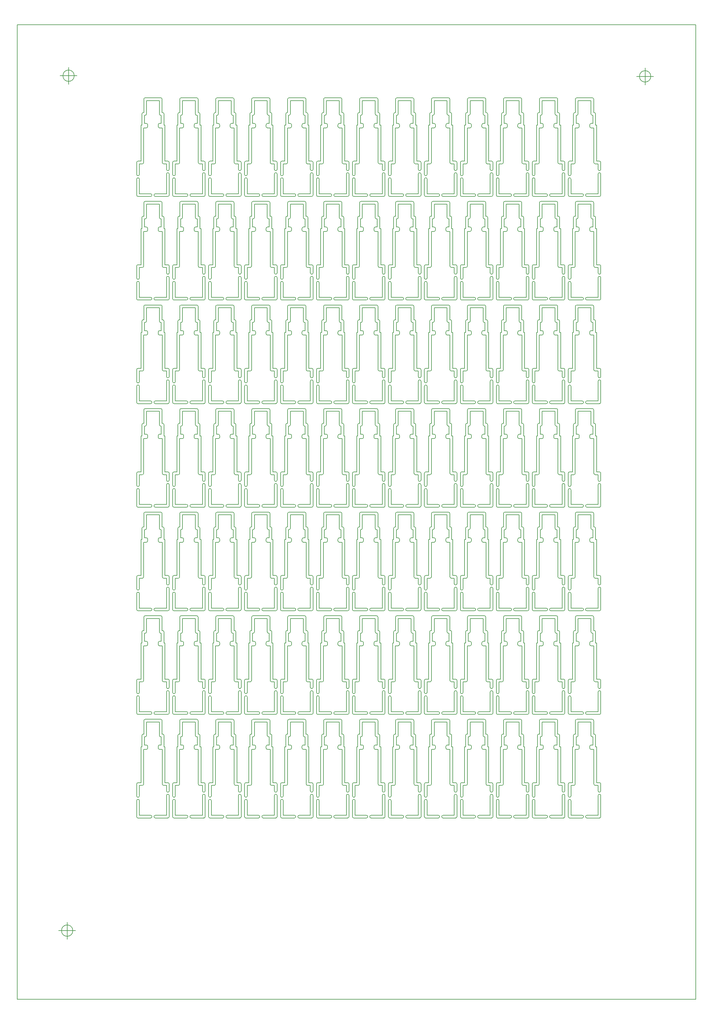
<source format=gm1>
G04 #@! TF.FileFunction,Profile,NP*
%FSLAX46Y46*%
G04 Gerber Fmt 4.6, Leading zero omitted, Abs format (unit mm)*
G04 Created by KiCad (PCBNEW 4.0.2-4+6225~38~ubuntu14.04.1-stable) date Mon 13 Jun 2016 20:57:54 BST*
%MOMM*%
G01*
G04 APERTURE LIST*
%ADD10C,0.100000*%
%ADD11C,0.150000*%
G04 APERTURE END LIST*
D10*
D11*
X191720143Y-20237614D02*
G75*
G03X191720143Y-20237614I-1666666J0D01*
G01*
X187553477Y-20237614D02*
X192553477Y-20237614D01*
X190053477Y-17737614D02*
X190053477Y-22737614D01*
X21378986Y-271761885D02*
G75*
G03X21378986Y-271761885I-1666666J0D01*
G01*
X17212320Y-271761885D02*
X22212320Y-271761885D01*
X19712320Y-269261885D02*
X19712320Y-274261885D01*
X21794145Y-20049363D02*
G75*
G03X21794145Y-20049363I-1666666J0D01*
G01*
X17627479Y-20049363D02*
X22627479Y-20049363D01*
X20127479Y-17549363D02*
X20127479Y-22549363D01*
X5000000Y-5000000D02*
X5000000Y-292000000D01*
X5000000Y-292000000D02*
X205000000Y-292000000D01*
X205000000Y-5000000D02*
X205000000Y-292000000D01*
X5000000Y-5000000D02*
X205000000Y-5000000D01*
X175350000Y-229000000D02*
X176200000Y-229000000D01*
X164750000Y-229000000D02*
X165600000Y-229000000D01*
X154150000Y-229000000D02*
X155000000Y-229000000D01*
X143550000Y-229000000D02*
X144400000Y-229000000D01*
X132950000Y-229000000D02*
X133800000Y-229000000D01*
X122350000Y-229000000D02*
X123200000Y-229000000D01*
X111750000Y-229000000D02*
X112600000Y-229000000D01*
X101150000Y-229000000D02*
X102000000Y-229000000D01*
X90550000Y-229000000D02*
X91400000Y-229000000D01*
X79950000Y-229000000D02*
X80800000Y-229000000D01*
X69350000Y-229000000D02*
X70200000Y-229000000D01*
X58750000Y-229000000D02*
X59600000Y-229000000D01*
X48150000Y-229000000D02*
X49000000Y-229000000D01*
X175350000Y-198500000D02*
X176200000Y-198500000D01*
X164750000Y-198500000D02*
X165600000Y-198500000D01*
X154150000Y-198500000D02*
X155000000Y-198500000D01*
X143550000Y-198500000D02*
X144400000Y-198500000D01*
X132950000Y-198500000D02*
X133800000Y-198500000D01*
X122350000Y-198500000D02*
X123200000Y-198500000D01*
X111750000Y-198500000D02*
X112600000Y-198500000D01*
X101150000Y-198500000D02*
X102000000Y-198500000D01*
X90550000Y-198500000D02*
X91400000Y-198500000D01*
X79950000Y-198500000D02*
X80800000Y-198500000D01*
X69350000Y-198500000D02*
X70200000Y-198500000D01*
X58750000Y-198500000D02*
X59600000Y-198500000D01*
X48150000Y-198500000D02*
X49000000Y-198500000D01*
X175350000Y-168000000D02*
X176200000Y-168000000D01*
X164750000Y-168000000D02*
X165600000Y-168000000D01*
X154150000Y-168000000D02*
X155000000Y-168000000D01*
X143550000Y-168000000D02*
X144400000Y-168000000D01*
X132950000Y-168000000D02*
X133800000Y-168000000D01*
X122350000Y-168000000D02*
X123200000Y-168000000D01*
X111750000Y-168000000D02*
X112600000Y-168000000D01*
X101150000Y-168000000D02*
X102000000Y-168000000D01*
X90550000Y-168000000D02*
X91400000Y-168000000D01*
X79950000Y-168000000D02*
X80800000Y-168000000D01*
X69350000Y-168000000D02*
X70200000Y-168000000D01*
X58750000Y-168000000D02*
X59600000Y-168000000D01*
X48150000Y-168000000D02*
X49000000Y-168000000D01*
X175350000Y-137500000D02*
X176200000Y-137500000D01*
X164750000Y-137500000D02*
X165600000Y-137500000D01*
X154150000Y-137500000D02*
X155000000Y-137500000D01*
X143550000Y-137500000D02*
X144400000Y-137500000D01*
X132950000Y-137500000D02*
X133800000Y-137500000D01*
X122350000Y-137500000D02*
X123200000Y-137500000D01*
X111750000Y-137500000D02*
X112600000Y-137500000D01*
X101150000Y-137500000D02*
X102000000Y-137500000D01*
X90550000Y-137500000D02*
X91400000Y-137500000D01*
X79950000Y-137500000D02*
X80800000Y-137500000D01*
X69350000Y-137500000D02*
X70200000Y-137500000D01*
X58750000Y-137500000D02*
X59600000Y-137500000D01*
X48150000Y-137500000D02*
X49000000Y-137500000D01*
X175350000Y-107000000D02*
X176200000Y-107000000D01*
X164750000Y-107000000D02*
X165600000Y-107000000D01*
X154150000Y-107000000D02*
X155000000Y-107000000D01*
X143550000Y-107000000D02*
X144400000Y-107000000D01*
X132950000Y-107000000D02*
X133800000Y-107000000D01*
X122350000Y-107000000D02*
X123200000Y-107000000D01*
X111750000Y-107000000D02*
X112600000Y-107000000D01*
X101150000Y-107000000D02*
X102000000Y-107000000D01*
X90550000Y-107000000D02*
X91400000Y-107000000D01*
X79950000Y-107000000D02*
X80800000Y-107000000D01*
X69350000Y-107000000D02*
X70200000Y-107000000D01*
X58750000Y-107000000D02*
X59600000Y-107000000D01*
X48150000Y-107000000D02*
X49000000Y-107000000D01*
X175350000Y-76500000D02*
X176200000Y-76500000D01*
X164750000Y-76500000D02*
X165600000Y-76500000D01*
X154150000Y-76500000D02*
X155000000Y-76500000D01*
X143550000Y-76500000D02*
X144400000Y-76500000D01*
X132950000Y-76500000D02*
X133800000Y-76500000D01*
X122350000Y-76500000D02*
X123200000Y-76500000D01*
X111750000Y-76500000D02*
X112600000Y-76500000D01*
X101150000Y-76500000D02*
X102000000Y-76500000D01*
X90550000Y-76500000D02*
X91400000Y-76500000D01*
X79950000Y-76500000D02*
X80800000Y-76500000D01*
X69350000Y-76500000D02*
X70200000Y-76500000D01*
X58750000Y-76500000D02*
X59600000Y-76500000D01*
X48150000Y-76500000D02*
X49000000Y-76500000D01*
X175350000Y-46000000D02*
X176200000Y-46000000D01*
X164750000Y-46000000D02*
X165600000Y-46000000D01*
X154150000Y-46000000D02*
X155000000Y-46000000D01*
X143550000Y-46000000D02*
X144400000Y-46000000D01*
X132950000Y-46000000D02*
X133800000Y-46000000D01*
X122350000Y-46000000D02*
X123200000Y-46000000D01*
X111750000Y-46000000D02*
X112600000Y-46000000D01*
X101150000Y-46000000D02*
X102000000Y-46000000D01*
X90550000Y-46000000D02*
X91400000Y-46000000D01*
X79950000Y-46000000D02*
X80800000Y-46000000D01*
X69350000Y-46000000D02*
X70200000Y-46000000D01*
X58750000Y-46000000D02*
X59600000Y-46000000D01*
X175340000Y-228990000D02*
G75*
G02X174950000Y-228600000I0J390000D01*
G01*
X164740000Y-228990000D02*
G75*
G02X164350000Y-228600000I0J390000D01*
G01*
X154140000Y-228990000D02*
G75*
G02X153750000Y-228600000I0J390000D01*
G01*
X143540000Y-228990000D02*
G75*
G02X143150000Y-228600000I0J390000D01*
G01*
X132940000Y-228990000D02*
G75*
G02X132550000Y-228600000I0J390000D01*
G01*
X122340000Y-228990000D02*
G75*
G02X121950000Y-228600000I0J390000D01*
G01*
X111740000Y-228990000D02*
G75*
G02X111350000Y-228600000I0J390000D01*
G01*
X101140000Y-228990000D02*
G75*
G02X100750000Y-228600000I0J390000D01*
G01*
X90540000Y-228990000D02*
G75*
G02X90150000Y-228600000I0J390000D01*
G01*
X79940000Y-228990000D02*
G75*
G02X79550000Y-228600000I0J390000D01*
G01*
X69340000Y-228990000D02*
G75*
G02X68950000Y-228600000I0J390000D01*
G01*
X58740000Y-228990000D02*
G75*
G02X58350000Y-228600000I0J390000D01*
G01*
X48140000Y-228990000D02*
G75*
G02X47750000Y-228600000I0J390000D01*
G01*
X175340000Y-198490000D02*
G75*
G02X174950000Y-198100000I0J390000D01*
G01*
X164740000Y-198490000D02*
G75*
G02X164350000Y-198100000I0J390000D01*
G01*
X154140000Y-198490000D02*
G75*
G02X153750000Y-198100000I0J390000D01*
G01*
X143540000Y-198490000D02*
G75*
G02X143150000Y-198100000I0J390000D01*
G01*
X132940000Y-198490000D02*
G75*
G02X132550000Y-198100000I0J390000D01*
G01*
X122340000Y-198490000D02*
G75*
G02X121950000Y-198100000I0J390000D01*
G01*
X111740000Y-198490000D02*
G75*
G02X111350000Y-198100000I0J390000D01*
G01*
X101140000Y-198490000D02*
G75*
G02X100750000Y-198100000I0J390000D01*
G01*
X90540000Y-198490000D02*
G75*
G02X90150000Y-198100000I0J390000D01*
G01*
X79940000Y-198490000D02*
G75*
G02X79550000Y-198100000I0J390000D01*
G01*
X69340000Y-198490000D02*
G75*
G02X68950000Y-198100000I0J390000D01*
G01*
X58740000Y-198490000D02*
G75*
G02X58350000Y-198100000I0J390000D01*
G01*
X48140000Y-198490000D02*
G75*
G02X47750000Y-198100000I0J390000D01*
G01*
X175340000Y-167990000D02*
G75*
G02X174950000Y-167600000I0J390000D01*
G01*
X164740000Y-167990000D02*
G75*
G02X164350000Y-167600000I0J390000D01*
G01*
X154140000Y-167990000D02*
G75*
G02X153750000Y-167600000I0J390000D01*
G01*
X143540000Y-167990000D02*
G75*
G02X143150000Y-167600000I0J390000D01*
G01*
X132940000Y-167990000D02*
G75*
G02X132550000Y-167600000I0J390000D01*
G01*
X122340000Y-167990000D02*
G75*
G02X121950000Y-167600000I0J390000D01*
G01*
X111740000Y-167990000D02*
G75*
G02X111350000Y-167600000I0J390000D01*
G01*
X101140000Y-167990000D02*
G75*
G02X100750000Y-167600000I0J390000D01*
G01*
X90540000Y-167990000D02*
G75*
G02X90150000Y-167600000I0J390000D01*
G01*
X79940000Y-167990000D02*
G75*
G02X79550000Y-167600000I0J390000D01*
G01*
X69340000Y-167990000D02*
G75*
G02X68950000Y-167600000I0J390000D01*
G01*
X58740000Y-167990000D02*
G75*
G02X58350000Y-167600000I0J390000D01*
G01*
X48140000Y-167990000D02*
G75*
G02X47750000Y-167600000I0J390000D01*
G01*
X175340000Y-137490000D02*
G75*
G02X174950000Y-137100000I0J390000D01*
G01*
X164740000Y-137490000D02*
G75*
G02X164350000Y-137100000I0J390000D01*
G01*
X154140000Y-137490000D02*
G75*
G02X153750000Y-137100000I0J390000D01*
G01*
X143540000Y-137490000D02*
G75*
G02X143150000Y-137100000I0J390000D01*
G01*
X132940000Y-137490000D02*
G75*
G02X132550000Y-137100000I0J390000D01*
G01*
X122340000Y-137490000D02*
G75*
G02X121950000Y-137100000I0J390000D01*
G01*
X111740000Y-137490000D02*
G75*
G02X111350000Y-137100000I0J390000D01*
G01*
X101140000Y-137490000D02*
G75*
G02X100750000Y-137100000I0J390000D01*
G01*
X90540000Y-137490000D02*
G75*
G02X90150000Y-137100000I0J390000D01*
G01*
X79940000Y-137490000D02*
G75*
G02X79550000Y-137100000I0J390000D01*
G01*
X69340000Y-137490000D02*
G75*
G02X68950000Y-137100000I0J390000D01*
G01*
X58740000Y-137490000D02*
G75*
G02X58350000Y-137100000I0J390000D01*
G01*
X48140000Y-137490000D02*
G75*
G02X47750000Y-137100000I0J390000D01*
G01*
X175340000Y-106990000D02*
G75*
G02X174950000Y-106600000I0J390000D01*
G01*
X164740000Y-106990000D02*
G75*
G02X164350000Y-106600000I0J390000D01*
G01*
X154140000Y-106990000D02*
G75*
G02X153750000Y-106600000I0J390000D01*
G01*
X143540000Y-106990000D02*
G75*
G02X143150000Y-106600000I0J390000D01*
G01*
X132940000Y-106990000D02*
G75*
G02X132550000Y-106600000I0J390000D01*
G01*
X122340000Y-106990000D02*
G75*
G02X121950000Y-106600000I0J390000D01*
G01*
X111740000Y-106990000D02*
G75*
G02X111350000Y-106600000I0J390000D01*
G01*
X101140000Y-106990000D02*
G75*
G02X100750000Y-106600000I0J390000D01*
G01*
X90540000Y-106990000D02*
G75*
G02X90150000Y-106600000I0J390000D01*
G01*
X79940000Y-106990000D02*
G75*
G02X79550000Y-106600000I0J390000D01*
G01*
X69340000Y-106990000D02*
G75*
G02X68950000Y-106600000I0J390000D01*
G01*
X58740000Y-106990000D02*
G75*
G02X58350000Y-106600000I0J390000D01*
G01*
X48140000Y-106990000D02*
G75*
G02X47750000Y-106600000I0J390000D01*
G01*
X175340000Y-76490000D02*
G75*
G02X174950000Y-76100000I0J390000D01*
G01*
X164740000Y-76490000D02*
G75*
G02X164350000Y-76100000I0J390000D01*
G01*
X154140000Y-76490000D02*
G75*
G02X153750000Y-76100000I0J390000D01*
G01*
X143540000Y-76490000D02*
G75*
G02X143150000Y-76100000I0J390000D01*
G01*
X132940000Y-76490000D02*
G75*
G02X132550000Y-76100000I0J390000D01*
G01*
X122340000Y-76490000D02*
G75*
G02X121950000Y-76100000I0J390000D01*
G01*
X111740000Y-76490000D02*
G75*
G02X111350000Y-76100000I0J390000D01*
G01*
X101140000Y-76490000D02*
G75*
G02X100750000Y-76100000I0J390000D01*
G01*
X90540000Y-76490000D02*
G75*
G02X90150000Y-76100000I0J390000D01*
G01*
X79940000Y-76490000D02*
G75*
G02X79550000Y-76100000I0J390000D01*
G01*
X69340000Y-76490000D02*
G75*
G02X68950000Y-76100000I0J390000D01*
G01*
X58740000Y-76490000D02*
G75*
G02X58350000Y-76100000I0J390000D01*
G01*
X48140000Y-76490000D02*
G75*
G02X47750000Y-76100000I0J390000D01*
G01*
X175340000Y-45990000D02*
G75*
G02X174950000Y-45600000I0J390000D01*
G01*
X164740000Y-45990000D02*
G75*
G02X164350000Y-45600000I0J390000D01*
G01*
X154140000Y-45990000D02*
G75*
G02X153750000Y-45600000I0J390000D01*
G01*
X143540000Y-45990000D02*
G75*
G02X143150000Y-45600000I0J390000D01*
G01*
X132940000Y-45990000D02*
G75*
G02X132550000Y-45600000I0J390000D01*
G01*
X122340000Y-45990000D02*
G75*
G02X121950000Y-45600000I0J390000D01*
G01*
X111740000Y-45990000D02*
G75*
G02X111350000Y-45600000I0J390000D01*
G01*
X101140000Y-45990000D02*
G75*
G02X100750000Y-45600000I0J390000D01*
G01*
X90540000Y-45990000D02*
G75*
G02X90150000Y-45600000I0J390000D01*
G01*
X79940000Y-45990000D02*
G75*
G02X79550000Y-45600000I0J390000D01*
G01*
X69340000Y-45990000D02*
G75*
G02X68950000Y-45600000I0J390000D01*
G01*
X58740000Y-45990000D02*
G75*
G02X58350000Y-45600000I0J390000D01*
G01*
X177000000Y-230600000D02*
G75*
G02X176200000Y-230600000I-400000J0D01*
G01*
X166400000Y-230600000D02*
G75*
G02X165600000Y-230600000I-400000J0D01*
G01*
X155800000Y-230600000D02*
G75*
G02X155000000Y-230600000I-400000J0D01*
G01*
X145200000Y-230600000D02*
G75*
G02X144400000Y-230600000I-400000J0D01*
G01*
X134600000Y-230600000D02*
G75*
G02X133800000Y-230600000I-400000J0D01*
G01*
X124000000Y-230600000D02*
G75*
G02X123200000Y-230600000I-400000J0D01*
G01*
X113400000Y-230600000D02*
G75*
G02X112600000Y-230600000I-400000J0D01*
G01*
X102800000Y-230600000D02*
G75*
G02X102000000Y-230600000I-400000J0D01*
G01*
X92200000Y-230600000D02*
G75*
G02X91400000Y-230600000I-400000J0D01*
G01*
X81600000Y-230600000D02*
G75*
G02X80800000Y-230600000I-400000J0D01*
G01*
X71000000Y-230600000D02*
G75*
G02X70200000Y-230600000I-400000J0D01*
G01*
X60400000Y-230600000D02*
G75*
G02X59600000Y-230600000I-400000J0D01*
G01*
X49800000Y-230600000D02*
G75*
G02X49000000Y-230600000I-400000J0D01*
G01*
X177000000Y-200100000D02*
G75*
G02X176200000Y-200100000I-400000J0D01*
G01*
X166400000Y-200100000D02*
G75*
G02X165600000Y-200100000I-400000J0D01*
G01*
X155800000Y-200100000D02*
G75*
G02X155000000Y-200100000I-400000J0D01*
G01*
X145200000Y-200100000D02*
G75*
G02X144400000Y-200100000I-400000J0D01*
G01*
X134600000Y-200100000D02*
G75*
G02X133800000Y-200100000I-400000J0D01*
G01*
X124000000Y-200100000D02*
G75*
G02X123200000Y-200100000I-400000J0D01*
G01*
X113400000Y-200100000D02*
G75*
G02X112600000Y-200100000I-400000J0D01*
G01*
X102800000Y-200100000D02*
G75*
G02X102000000Y-200100000I-400000J0D01*
G01*
X92200000Y-200100000D02*
G75*
G02X91400000Y-200100000I-400000J0D01*
G01*
X81600000Y-200100000D02*
G75*
G02X80800000Y-200100000I-400000J0D01*
G01*
X71000000Y-200100000D02*
G75*
G02X70200000Y-200100000I-400000J0D01*
G01*
X60400000Y-200100000D02*
G75*
G02X59600000Y-200100000I-400000J0D01*
G01*
X49800000Y-200100000D02*
G75*
G02X49000000Y-200100000I-400000J0D01*
G01*
X177000000Y-169600000D02*
G75*
G02X176200000Y-169600000I-400000J0D01*
G01*
X166400000Y-169600000D02*
G75*
G02X165600000Y-169600000I-400000J0D01*
G01*
X155800000Y-169600000D02*
G75*
G02X155000000Y-169600000I-400000J0D01*
G01*
X145200000Y-169600000D02*
G75*
G02X144400000Y-169600000I-400000J0D01*
G01*
X134600000Y-169600000D02*
G75*
G02X133800000Y-169600000I-400000J0D01*
G01*
X124000000Y-169600000D02*
G75*
G02X123200000Y-169600000I-400000J0D01*
G01*
X113400000Y-169600000D02*
G75*
G02X112600000Y-169600000I-400000J0D01*
G01*
X102800000Y-169600000D02*
G75*
G02X102000000Y-169600000I-400000J0D01*
G01*
X92200000Y-169600000D02*
G75*
G02X91400000Y-169600000I-400000J0D01*
G01*
X81600000Y-169600000D02*
G75*
G02X80800000Y-169600000I-400000J0D01*
G01*
X71000000Y-169600000D02*
G75*
G02X70200000Y-169600000I-400000J0D01*
G01*
X60400000Y-169600000D02*
G75*
G02X59600000Y-169600000I-400000J0D01*
G01*
X49800000Y-169600000D02*
G75*
G02X49000000Y-169600000I-400000J0D01*
G01*
X177000000Y-139100000D02*
G75*
G02X176200000Y-139100000I-400000J0D01*
G01*
X166400000Y-139100000D02*
G75*
G02X165600000Y-139100000I-400000J0D01*
G01*
X155800000Y-139100000D02*
G75*
G02X155000000Y-139100000I-400000J0D01*
G01*
X145200000Y-139100000D02*
G75*
G02X144400000Y-139100000I-400000J0D01*
G01*
X134600000Y-139100000D02*
G75*
G02X133800000Y-139100000I-400000J0D01*
G01*
X124000000Y-139100000D02*
G75*
G02X123200000Y-139100000I-400000J0D01*
G01*
X113400000Y-139100000D02*
G75*
G02X112600000Y-139100000I-400000J0D01*
G01*
X102800000Y-139100000D02*
G75*
G02X102000000Y-139100000I-400000J0D01*
G01*
X92200000Y-139100000D02*
G75*
G02X91400000Y-139100000I-400000J0D01*
G01*
X81600000Y-139100000D02*
G75*
G02X80800000Y-139100000I-400000J0D01*
G01*
X71000000Y-139100000D02*
G75*
G02X70200000Y-139100000I-400000J0D01*
G01*
X60400000Y-139100000D02*
G75*
G02X59600000Y-139100000I-400000J0D01*
G01*
X49800000Y-139100000D02*
G75*
G02X49000000Y-139100000I-400000J0D01*
G01*
X177000000Y-108600000D02*
G75*
G02X176200000Y-108600000I-400000J0D01*
G01*
X166400000Y-108600000D02*
G75*
G02X165600000Y-108600000I-400000J0D01*
G01*
X155800000Y-108600000D02*
G75*
G02X155000000Y-108600000I-400000J0D01*
G01*
X145200000Y-108600000D02*
G75*
G02X144400000Y-108600000I-400000J0D01*
G01*
X134600000Y-108600000D02*
G75*
G02X133800000Y-108600000I-400000J0D01*
G01*
X124000000Y-108600000D02*
G75*
G02X123200000Y-108600000I-400000J0D01*
G01*
X113400000Y-108600000D02*
G75*
G02X112600000Y-108600000I-400000J0D01*
G01*
X102800000Y-108600000D02*
G75*
G02X102000000Y-108600000I-400000J0D01*
G01*
X92200000Y-108600000D02*
G75*
G02X91400000Y-108600000I-400000J0D01*
G01*
X81600000Y-108600000D02*
G75*
G02X80800000Y-108600000I-400000J0D01*
G01*
X71000000Y-108600000D02*
G75*
G02X70200000Y-108600000I-400000J0D01*
G01*
X60400000Y-108600000D02*
G75*
G02X59600000Y-108600000I-400000J0D01*
G01*
X49800000Y-108600000D02*
G75*
G02X49000000Y-108600000I-400000J0D01*
G01*
X177000000Y-78100000D02*
G75*
G02X176200000Y-78100000I-400000J0D01*
G01*
X166400000Y-78100000D02*
G75*
G02X165600000Y-78100000I-400000J0D01*
G01*
X155800000Y-78100000D02*
G75*
G02X155000000Y-78100000I-400000J0D01*
G01*
X145200000Y-78100000D02*
G75*
G02X144400000Y-78100000I-400000J0D01*
G01*
X134600000Y-78100000D02*
G75*
G02X133800000Y-78100000I-400000J0D01*
G01*
X124000000Y-78100000D02*
G75*
G02X123200000Y-78100000I-400000J0D01*
G01*
X113400000Y-78100000D02*
G75*
G02X112600000Y-78100000I-400000J0D01*
G01*
X102800000Y-78100000D02*
G75*
G02X102000000Y-78100000I-400000J0D01*
G01*
X92200000Y-78100000D02*
G75*
G02X91400000Y-78100000I-400000J0D01*
G01*
X81600000Y-78100000D02*
G75*
G02X80800000Y-78100000I-400000J0D01*
G01*
X71000000Y-78100000D02*
G75*
G02X70200000Y-78100000I-400000J0D01*
G01*
X60400000Y-78100000D02*
G75*
G02X59600000Y-78100000I-400000J0D01*
G01*
X49800000Y-78100000D02*
G75*
G02X49000000Y-78100000I-400000J0D01*
G01*
X177000000Y-47600000D02*
G75*
G02X176200000Y-47600000I-400000J0D01*
G01*
X166400000Y-47600000D02*
G75*
G02X165600000Y-47600000I-400000J0D01*
G01*
X155800000Y-47600000D02*
G75*
G02X155000000Y-47600000I-400000J0D01*
G01*
X145200000Y-47600000D02*
G75*
G02X144400000Y-47600000I-400000J0D01*
G01*
X134600000Y-47600000D02*
G75*
G02X133800000Y-47600000I-400000J0D01*
G01*
X124000000Y-47600000D02*
G75*
G02X123200000Y-47600000I-400000J0D01*
G01*
X113400000Y-47600000D02*
G75*
G02X112600000Y-47600000I-400000J0D01*
G01*
X102800000Y-47600000D02*
G75*
G02X102000000Y-47600000I-400000J0D01*
G01*
X92200000Y-47600000D02*
G75*
G02X91400000Y-47600000I-400000J0D01*
G01*
X81600000Y-47600000D02*
G75*
G02X80800000Y-47600000I-400000J0D01*
G01*
X71000000Y-47600000D02*
G75*
G02X70200000Y-47600000I-400000J0D01*
G01*
X60400000Y-47600000D02*
G75*
G02X59600000Y-47600000I-400000J0D01*
G01*
X177000000Y-232000000D02*
G75*
G03X176200000Y-232000000I-400000J0D01*
G01*
X166400000Y-232000000D02*
G75*
G03X165600000Y-232000000I-400000J0D01*
G01*
X155800000Y-232000000D02*
G75*
G03X155000000Y-232000000I-400000J0D01*
G01*
X145200000Y-232000000D02*
G75*
G03X144400000Y-232000000I-400000J0D01*
G01*
X134600000Y-232000000D02*
G75*
G03X133800000Y-232000000I-400000J0D01*
G01*
X124000000Y-232000000D02*
G75*
G03X123200000Y-232000000I-400000J0D01*
G01*
X113400000Y-232000000D02*
G75*
G03X112600000Y-232000000I-400000J0D01*
G01*
X102800000Y-232000000D02*
G75*
G03X102000000Y-232000000I-400000J0D01*
G01*
X92200000Y-232000000D02*
G75*
G03X91400000Y-232000000I-400000J0D01*
G01*
X81600000Y-232000000D02*
G75*
G03X80800000Y-232000000I-400000J0D01*
G01*
X71000000Y-232000000D02*
G75*
G03X70200000Y-232000000I-400000J0D01*
G01*
X60400000Y-232000000D02*
G75*
G03X59600000Y-232000000I-400000J0D01*
G01*
X49800000Y-232000000D02*
G75*
G03X49000000Y-232000000I-400000J0D01*
G01*
X177000000Y-201500000D02*
G75*
G03X176200000Y-201500000I-400000J0D01*
G01*
X166400000Y-201500000D02*
G75*
G03X165600000Y-201500000I-400000J0D01*
G01*
X155800000Y-201500000D02*
G75*
G03X155000000Y-201500000I-400000J0D01*
G01*
X145200000Y-201500000D02*
G75*
G03X144400000Y-201500000I-400000J0D01*
G01*
X134600000Y-201500000D02*
G75*
G03X133800000Y-201500000I-400000J0D01*
G01*
X124000000Y-201500000D02*
G75*
G03X123200000Y-201500000I-400000J0D01*
G01*
X113400000Y-201500000D02*
G75*
G03X112600000Y-201500000I-400000J0D01*
G01*
X102800000Y-201500000D02*
G75*
G03X102000000Y-201500000I-400000J0D01*
G01*
X92200000Y-201500000D02*
G75*
G03X91400000Y-201500000I-400000J0D01*
G01*
X81600000Y-201500000D02*
G75*
G03X80800000Y-201500000I-400000J0D01*
G01*
X71000000Y-201500000D02*
G75*
G03X70200000Y-201500000I-400000J0D01*
G01*
X60400000Y-201500000D02*
G75*
G03X59600000Y-201500000I-400000J0D01*
G01*
X49800000Y-201500000D02*
G75*
G03X49000000Y-201500000I-400000J0D01*
G01*
X177000000Y-171000000D02*
G75*
G03X176200000Y-171000000I-400000J0D01*
G01*
X166400000Y-171000000D02*
G75*
G03X165600000Y-171000000I-400000J0D01*
G01*
X155800000Y-171000000D02*
G75*
G03X155000000Y-171000000I-400000J0D01*
G01*
X145200000Y-171000000D02*
G75*
G03X144400000Y-171000000I-400000J0D01*
G01*
X134600000Y-171000000D02*
G75*
G03X133800000Y-171000000I-400000J0D01*
G01*
X124000000Y-171000000D02*
G75*
G03X123200000Y-171000000I-400000J0D01*
G01*
X113400000Y-171000000D02*
G75*
G03X112600000Y-171000000I-400000J0D01*
G01*
X102800000Y-171000000D02*
G75*
G03X102000000Y-171000000I-400000J0D01*
G01*
X92200000Y-171000000D02*
G75*
G03X91400000Y-171000000I-400000J0D01*
G01*
X81600000Y-171000000D02*
G75*
G03X80800000Y-171000000I-400000J0D01*
G01*
X71000000Y-171000000D02*
G75*
G03X70200000Y-171000000I-400000J0D01*
G01*
X60400000Y-171000000D02*
G75*
G03X59600000Y-171000000I-400000J0D01*
G01*
X49800000Y-171000000D02*
G75*
G03X49000000Y-171000000I-400000J0D01*
G01*
X177000000Y-140500000D02*
G75*
G03X176200000Y-140500000I-400000J0D01*
G01*
X166400000Y-140500000D02*
G75*
G03X165600000Y-140500000I-400000J0D01*
G01*
X155800000Y-140500000D02*
G75*
G03X155000000Y-140500000I-400000J0D01*
G01*
X145200000Y-140500000D02*
G75*
G03X144400000Y-140500000I-400000J0D01*
G01*
X134600000Y-140500000D02*
G75*
G03X133800000Y-140500000I-400000J0D01*
G01*
X124000000Y-140500000D02*
G75*
G03X123200000Y-140500000I-400000J0D01*
G01*
X113400000Y-140500000D02*
G75*
G03X112600000Y-140500000I-400000J0D01*
G01*
X102800000Y-140500000D02*
G75*
G03X102000000Y-140500000I-400000J0D01*
G01*
X92200000Y-140500000D02*
G75*
G03X91400000Y-140500000I-400000J0D01*
G01*
X81600000Y-140500000D02*
G75*
G03X80800000Y-140500000I-400000J0D01*
G01*
X71000000Y-140500000D02*
G75*
G03X70200000Y-140500000I-400000J0D01*
G01*
X60400000Y-140500000D02*
G75*
G03X59600000Y-140500000I-400000J0D01*
G01*
X49800000Y-140500000D02*
G75*
G03X49000000Y-140500000I-400000J0D01*
G01*
X177000000Y-110000000D02*
G75*
G03X176200000Y-110000000I-400000J0D01*
G01*
X166400000Y-110000000D02*
G75*
G03X165600000Y-110000000I-400000J0D01*
G01*
X155800000Y-110000000D02*
G75*
G03X155000000Y-110000000I-400000J0D01*
G01*
X145200000Y-110000000D02*
G75*
G03X144400000Y-110000000I-400000J0D01*
G01*
X134600000Y-110000000D02*
G75*
G03X133800000Y-110000000I-400000J0D01*
G01*
X124000000Y-110000000D02*
G75*
G03X123200000Y-110000000I-400000J0D01*
G01*
X113400000Y-110000000D02*
G75*
G03X112600000Y-110000000I-400000J0D01*
G01*
X102800000Y-110000000D02*
G75*
G03X102000000Y-110000000I-400000J0D01*
G01*
X92200000Y-110000000D02*
G75*
G03X91400000Y-110000000I-400000J0D01*
G01*
X81600000Y-110000000D02*
G75*
G03X80800000Y-110000000I-400000J0D01*
G01*
X71000000Y-110000000D02*
G75*
G03X70200000Y-110000000I-400000J0D01*
G01*
X60400000Y-110000000D02*
G75*
G03X59600000Y-110000000I-400000J0D01*
G01*
X49800000Y-110000000D02*
G75*
G03X49000000Y-110000000I-400000J0D01*
G01*
X177000000Y-79500000D02*
G75*
G03X176200000Y-79500000I-400000J0D01*
G01*
X166400000Y-79500000D02*
G75*
G03X165600000Y-79500000I-400000J0D01*
G01*
X155800000Y-79500000D02*
G75*
G03X155000000Y-79500000I-400000J0D01*
G01*
X145200000Y-79500000D02*
G75*
G03X144400000Y-79500000I-400000J0D01*
G01*
X134600000Y-79500000D02*
G75*
G03X133800000Y-79500000I-400000J0D01*
G01*
X124000000Y-79500000D02*
G75*
G03X123200000Y-79500000I-400000J0D01*
G01*
X113400000Y-79500000D02*
G75*
G03X112600000Y-79500000I-400000J0D01*
G01*
X102800000Y-79500000D02*
G75*
G03X102000000Y-79500000I-400000J0D01*
G01*
X92200000Y-79500000D02*
G75*
G03X91400000Y-79500000I-400000J0D01*
G01*
X81600000Y-79500000D02*
G75*
G03X80800000Y-79500000I-400000J0D01*
G01*
X71000000Y-79500000D02*
G75*
G03X70200000Y-79500000I-400000J0D01*
G01*
X60400000Y-79500000D02*
G75*
G03X59600000Y-79500000I-400000J0D01*
G01*
X49800000Y-79500000D02*
G75*
G03X49000000Y-79500000I-400000J0D01*
G01*
X177000000Y-49000000D02*
G75*
G03X176200000Y-49000000I-400000J0D01*
G01*
X166400000Y-49000000D02*
G75*
G03X165600000Y-49000000I-400000J0D01*
G01*
X155800000Y-49000000D02*
G75*
G03X155000000Y-49000000I-400000J0D01*
G01*
X145200000Y-49000000D02*
G75*
G03X144400000Y-49000000I-400000J0D01*
G01*
X134600000Y-49000000D02*
G75*
G03X133800000Y-49000000I-400000J0D01*
G01*
X124000000Y-49000000D02*
G75*
G03X123200000Y-49000000I-400000J0D01*
G01*
X113400000Y-49000000D02*
G75*
G03X112600000Y-49000000I-400000J0D01*
G01*
X102800000Y-49000000D02*
G75*
G03X102000000Y-49000000I-400000J0D01*
G01*
X92200000Y-49000000D02*
G75*
G03X91400000Y-49000000I-400000J0D01*
G01*
X81600000Y-49000000D02*
G75*
G03X80800000Y-49000000I-400000J0D01*
G01*
X71000000Y-49000000D02*
G75*
G03X70200000Y-49000000I-400000J0D01*
G01*
X60400000Y-49000000D02*
G75*
G03X59600000Y-49000000I-400000J0D01*
G01*
X176200000Y-229000000D02*
X176200000Y-230600000D01*
X165600000Y-229000000D02*
X165600000Y-230600000D01*
X155000000Y-229000000D02*
X155000000Y-230600000D01*
X144400000Y-229000000D02*
X144400000Y-230600000D01*
X133800000Y-229000000D02*
X133800000Y-230600000D01*
X123200000Y-229000000D02*
X123200000Y-230600000D01*
X112600000Y-229000000D02*
X112600000Y-230600000D01*
X102000000Y-229000000D02*
X102000000Y-230600000D01*
X91400000Y-229000000D02*
X91400000Y-230600000D01*
X80800000Y-229000000D02*
X80800000Y-230600000D01*
X70200000Y-229000000D02*
X70200000Y-230600000D01*
X59600000Y-229000000D02*
X59600000Y-230600000D01*
X49000000Y-229000000D02*
X49000000Y-230600000D01*
X176200000Y-198500000D02*
X176200000Y-200100000D01*
X165600000Y-198500000D02*
X165600000Y-200100000D01*
X155000000Y-198500000D02*
X155000000Y-200100000D01*
X144400000Y-198500000D02*
X144400000Y-200100000D01*
X133800000Y-198500000D02*
X133800000Y-200100000D01*
X123200000Y-198500000D02*
X123200000Y-200100000D01*
X112600000Y-198500000D02*
X112600000Y-200100000D01*
X102000000Y-198500000D02*
X102000000Y-200100000D01*
X91400000Y-198500000D02*
X91400000Y-200100000D01*
X80800000Y-198500000D02*
X80800000Y-200100000D01*
X70200000Y-198500000D02*
X70200000Y-200100000D01*
X59600000Y-198500000D02*
X59600000Y-200100000D01*
X49000000Y-198500000D02*
X49000000Y-200100000D01*
X176200000Y-168000000D02*
X176200000Y-169600000D01*
X165600000Y-168000000D02*
X165600000Y-169600000D01*
X155000000Y-168000000D02*
X155000000Y-169600000D01*
X144400000Y-168000000D02*
X144400000Y-169600000D01*
X133800000Y-168000000D02*
X133800000Y-169600000D01*
X123200000Y-168000000D02*
X123200000Y-169600000D01*
X112600000Y-168000000D02*
X112600000Y-169600000D01*
X102000000Y-168000000D02*
X102000000Y-169600000D01*
X91400000Y-168000000D02*
X91400000Y-169600000D01*
X80800000Y-168000000D02*
X80800000Y-169600000D01*
X70200000Y-168000000D02*
X70200000Y-169600000D01*
X59600000Y-168000000D02*
X59600000Y-169600000D01*
X49000000Y-168000000D02*
X49000000Y-169600000D01*
X176200000Y-137500000D02*
X176200000Y-139100000D01*
X165600000Y-137500000D02*
X165600000Y-139100000D01*
X155000000Y-137500000D02*
X155000000Y-139100000D01*
X144400000Y-137500000D02*
X144400000Y-139100000D01*
X133800000Y-137500000D02*
X133800000Y-139100000D01*
X123200000Y-137500000D02*
X123200000Y-139100000D01*
X112600000Y-137500000D02*
X112600000Y-139100000D01*
X102000000Y-137500000D02*
X102000000Y-139100000D01*
X91400000Y-137500000D02*
X91400000Y-139100000D01*
X80800000Y-137500000D02*
X80800000Y-139100000D01*
X70200000Y-137500000D02*
X70200000Y-139100000D01*
X59600000Y-137500000D02*
X59600000Y-139100000D01*
X49000000Y-137500000D02*
X49000000Y-139100000D01*
X176200000Y-107000000D02*
X176200000Y-108600000D01*
X165600000Y-107000000D02*
X165600000Y-108600000D01*
X155000000Y-107000000D02*
X155000000Y-108600000D01*
X144400000Y-107000000D02*
X144400000Y-108600000D01*
X133800000Y-107000000D02*
X133800000Y-108600000D01*
X123200000Y-107000000D02*
X123200000Y-108600000D01*
X112600000Y-107000000D02*
X112600000Y-108600000D01*
X102000000Y-107000000D02*
X102000000Y-108600000D01*
X91400000Y-107000000D02*
X91400000Y-108600000D01*
X80800000Y-107000000D02*
X80800000Y-108600000D01*
X70200000Y-107000000D02*
X70200000Y-108600000D01*
X59600000Y-107000000D02*
X59600000Y-108600000D01*
X49000000Y-107000000D02*
X49000000Y-108600000D01*
X176200000Y-76500000D02*
X176200000Y-78100000D01*
X165600000Y-76500000D02*
X165600000Y-78100000D01*
X155000000Y-76500000D02*
X155000000Y-78100000D01*
X144400000Y-76500000D02*
X144400000Y-78100000D01*
X133800000Y-76500000D02*
X133800000Y-78100000D01*
X123200000Y-76500000D02*
X123200000Y-78100000D01*
X112600000Y-76500000D02*
X112600000Y-78100000D01*
X102000000Y-76500000D02*
X102000000Y-78100000D01*
X91400000Y-76500000D02*
X91400000Y-78100000D01*
X80800000Y-76500000D02*
X80800000Y-78100000D01*
X70200000Y-76500000D02*
X70200000Y-78100000D01*
X59600000Y-76500000D02*
X59600000Y-78100000D01*
X49000000Y-76500000D02*
X49000000Y-78100000D01*
X176200000Y-46000000D02*
X176200000Y-47600000D01*
X165600000Y-46000000D02*
X165600000Y-47600000D01*
X155000000Y-46000000D02*
X155000000Y-47600000D01*
X144400000Y-46000000D02*
X144400000Y-47600000D01*
X133800000Y-46000000D02*
X133800000Y-47600000D01*
X123200000Y-46000000D02*
X123200000Y-47600000D01*
X112600000Y-46000000D02*
X112600000Y-47600000D01*
X102000000Y-46000000D02*
X102000000Y-47600000D01*
X91400000Y-46000000D02*
X91400000Y-47600000D01*
X80800000Y-46000000D02*
X80800000Y-47600000D01*
X70200000Y-46000000D02*
X70200000Y-47600000D01*
X59600000Y-46000000D02*
X59600000Y-47600000D01*
X177000000Y-228600000D02*
X177000000Y-230600000D01*
X166400000Y-228600000D02*
X166400000Y-230600000D01*
X155800000Y-228600000D02*
X155800000Y-230600000D01*
X145200000Y-228600000D02*
X145200000Y-230600000D01*
X134600000Y-228600000D02*
X134600000Y-230600000D01*
X124000000Y-228600000D02*
X124000000Y-230600000D01*
X113400000Y-228600000D02*
X113400000Y-230600000D01*
X102800000Y-228600000D02*
X102800000Y-230600000D01*
X92200000Y-228600000D02*
X92200000Y-230600000D01*
X81600000Y-228600000D02*
X81600000Y-230600000D01*
X71000000Y-228600000D02*
X71000000Y-230600000D01*
X60400000Y-228600000D02*
X60400000Y-230600000D01*
X49800000Y-228600000D02*
X49800000Y-230600000D01*
X177000000Y-198100000D02*
X177000000Y-200100000D01*
X166400000Y-198100000D02*
X166400000Y-200100000D01*
X155800000Y-198100000D02*
X155800000Y-200100000D01*
X145200000Y-198100000D02*
X145200000Y-200100000D01*
X134600000Y-198100000D02*
X134600000Y-200100000D01*
X124000000Y-198100000D02*
X124000000Y-200100000D01*
X113400000Y-198100000D02*
X113400000Y-200100000D01*
X102800000Y-198100000D02*
X102800000Y-200100000D01*
X92200000Y-198100000D02*
X92200000Y-200100000D01*
X81600000Y-198100000D02*
X81600000Y-200100000D01*
X71000000Y-198100000D02*
X71000000Y-200100000D01*
X60400000Y-198100000D02*
X60400000Y-200100000D01*
X49800000Y-198100000D02*
X49800000Y-200100000D01*
X177000000Y-167600000D02*
X177000000Y-169600000D01*
X166400000Y-167600000D02*
X166400000Y-169600000D01*
X155800000Y-167600000D02*
X155800000Y-169600000D01*
X145200000Y-167600000D02*
X145200000Y-169600000D01*
X134600000Y-167600000D02*
X134600000Y-169600000D01*
X124000000Y-167600000D02*
X124000000Y-169600000D01*
X113400000Y-167600000D02*
X113400000Y-169600000D01*
X102800000Y-167600000D02*
X102800000Y-169600000D01*
X92200000Y-167600000D02*
X92200000Y-169600000D01*
X81600000Y-167600000D02*
X81600000Y-169600000D01*
X71000000Y-167600000D02*
X71000000Y-169600000D01*
X60400000Y-167600000D02*
X60400000Y-169600000D01*
X49800000Y-167600000D02*
X49800000Y-169600000D01*
X177000000Y-137100000D02*
X177000000Y-139100000D01*
X166400000Y-137100000D02*
X166400000Y-139100000D01*
X155800000Y-137100000D02*
X155800000Y-139100000D01*
X145200000Y-137100000D02*
X145200000Y-139100000D01*
X134600000Y-137100000D02*
X134600000Y-139100000D01*
X124000000Y-137100000D02*
X124000000Y-139100000D01*
X113400000Y-137100000D02*
X113400000Y-139100000D01*
X102800000Y-137100000D02*
X102800000Y-139100000D01*
X92200000Y-137100000D02*
X92200000Y-139100000D01*
X81600000Y-137100000D02*
X81600000Y-139100000D01*
X71000000Y-137100000D02*
X71000000Y-139100000D01*
X60400000Y-137100000D02*
X60400000Y-139100000D01*
X49800000Y-137100000D02*
X49800000Y-139100000D01*
X177000000Y-106600000D02*
X177000000Y-108600000D01*
X166400000Y-106600000D02*
X166400000Y-108600000D01*
X155800000Y-106600000D02*
X155800000Y-108600000D01*
X145200000Y-106600000D02*
X145200000Y-108600000D01*
X134600000Y-106600000D02*
X134600000Y-108600000D01*
X124000000Y-106600000D02*
X124000000Y-108600000D01*
X113400000Y-106600000D02*
X113400000Y-108600000D01*
X102800000Y-106600000D02*
X102800000Y-108600000D01*
X92200000Y-106600000D02*
X92200000Y-108600000D01*
X81600000Y-106600000D02*
X81600000Y-108600000D01*
X71000000Y-106600000D02*
X71000000Y-108600000D01*
X60400000Y-106600000D02*
X60400000Y-108600000D01*
X49800000Y-106600000D02*
X49800000Y-108600000D01*
X177000000Y-76100000D02*
X177000000Y-78100000D01*
X166400000Y-76100000D02*
X166400000Y-78100000D01*
X155800000Y-76100000D02*
X155800000Y-78100000D01*
X145200000Y-76100000D02*
X145200000Y-78100000D01*
X134600000Y-76100000D02*
X134600000Y-78100000D01*
X124000000Y-76100000D02*
X124000000Y-78100000D01*
X113400000Y-76100000D02*
X113400000Y-78100000D01*
X102800000Y-76100000D02*
X102800000Y-78100000D01*
X92200000Y-76100000D02*
X92200000Y-78100000D01*
X81600000Y-76100000D02*
X81600000Y-78100000D01*
X71000000Y-76100000D02*
X71000000Y-78100000D01*
X60400000Y-76100000D02*
X60400000Y-78100000D01*
X49800000Y-76100000D02*
X49800000Y-78100000D01*
X177000000Y-45600000D02*
X177000000Y-47600000D01*
X166400000Y-45600000D02*
X166400000Y-47600000D01*
X155800000Y-45600000D02*
X155800000Y-47600000D01*
X145200000Y-45600000D02*
X145200000Y-47600000D01*
X134600000Y-45600000D02*
X134600000Y-47600000D01*
X124000000Y-45600000D02*
X124000000Y-47600000D01*
X113400000Y-45600000D02*
X113400000Y-47600000D01*
X102800000Y-45600000D02*
X102800000Y-47600000D01*
X92200000Y-45600000D02*
X92200000Y-47600000D01*
X81600000Y-45600000D02*
X81600000Y-47600000D01*
X71000000Y-45600000D02*
X71000000Y-47600000D01*
X60400000Y-45600000D02*
X60400000Y-47600000D01*
X176600000Y-228200000D02*
G75*
G02X177000000Y-228600000I0J-400000D01*
G01*
X166000000Y-228200000D02*
G75*
G02X166400000Y-228600000I0J-400000D01*
G01*
X155400000Y-228200000D02*
G75*
G02X155800000Y-228600000I0J-400000D01*
G01*
X144800000Y-228200000D02*
G75*
G02X145200000Y-228600000I0J-400000D01*
G01*
X134200000Y-228200000D02*
G75*
G02X134600000Y-228600000I0J-400000D01*
G01*
X123600000Y-228200000D02*
G75*
G02X124000000Y-228600000I0J-400000D01*
G01*
X113000000Y-228200000D02*
G75*
G02X113400000Y-228600000I0J-400000D01*
G01*
X102400000Y-228200000D02*
G75*
G02X102800000Y-228600000I0J-400000D01*
G01*
X91800000Y-228200000D02*
G75*
G02X92200000Y-228600000I0J-400000D01*
G01*
X81200000Y-228200000D02*
G75*
G02X81600000Y-228600000I0J-400000D01*
G01*
X70600000Y-228200000D02*
G75*
G02X71000000Y-228600000I0J-400000D01*
G01*
X60000000Y-228200000D02*
G75*
G02X60400000Y-228600000I0J-400000D01*
G01*
X49400000Y-228200000D02*
G75*
G02X49800000Y-228600000I0J-400000D01*
G01*
X176600000Y-197700000D02*
G75*
G02X177000000Y-198100000I0J-400000D01*
G01*
X166000000Y-197700000D02*
G75*
G02X166400000Y-198100000I0J-400000D01*
G01*
X155400000Y-197700000D02*
G75*
G02X155800000Y-198100000I0J-400000D01*
G01*
X144800000Y-197700000D02*
G75*
G02X145200000Y-198100000I0J-400000D01*
G01*
X134200000Y-197700000D02*
G75*
G02X134600000Y-198100000I0J-400000D01*
G01*
X123600000Y-197700000D02*
G75*
G02X124000000Y-198100000I0J-400000D01*
G01*
X113000000Y-197700000D02*
G75*
G02X113400000Y-198100000I0J-400000D01*
G01*
X102400000Y-197700000D02*
G75*
G02X102800000Y-198100000I0J-400000D01*
G01*
X91800000Y-197700000D02*
G75*
G02X92200000Y-198100000I0J-400000D01*
G01*
X81200000Y-197700000D02*
G75*
G02X81600000Y-198100000I0J-400000D01*
G01*
X70600000Y-197700000D02*
G75*
G02X71000000Y-198100000I0J-400000D01*
G01*
X60000000Y-197700000D02*
G75*
G02X60400000Y-198100000I0J-400000D01*
G01*
X49400000Y-197700000D02*
G75*
G02X49800000Y-198100000I0J-400000D01*
G01*
X176600000Y-167200000D02*
G75*
G02X177000000Y-167600000I0J-400000D01*
G01*
X166000000Y-167200000D02*
G75*
G02X166400000Y-167600000I0J-400000D01*
G01*
X155400000Y-167200000D02*
G75*
G02X155800000Y-167600000I0J-400000D01*
G01*
X144800000Y-167200000D02*
G75*
G02X145200000Y-167600000I0J-400000D01*
G01*
X134200000Y-167200000D02*
G75*
G02X134600000Y-167600000I0J-400000D01*
G01*
X123600000Y-167200000D02*
G75*
G02X124000000Y-167600000I0J-400000D01*
G01*
X113000000Y-167200000D02*
G75*
G02X113400000Y-167600000I0J-400000D01*
G01*
X102400000Y-167200000D02*
G75*
G02X102800000Y-167600000I0J-400000D01*
G01*
X91800000Y-167200000D02*
G75*
G02X92200000Y-167600000I0J-400000D01*
G01*
X81200000Y-167200000D02*
G75*
G02X81600000Y-167600000I0J-400000D01*
G01*
X70600000Y-167200000D02*
G75*
G02X71000000Y-167600000I0J-400000D01*
G01*
X60000000Y-167200000D02*
G75*
G02X60400000Y-167600000I0J-400000D01*
G01*
X49400000Y-167200000D02*
G75*
G02X49800000Y-167600000I0J-400000D01*
G01*
X176600000Y-136700000D02*
G75*
G02X177000000Y-137100000I0J-400000D01*
G01*
X166000000Y-136700000D02*
G75*
G02X166400000Y-137100000I0J-400000D01*
G01*
X155400000Y-136700000D02*
G75*
G02X155800000Y-137100000I0J-400000D01*
G01*
X144800000Y-136700000D02*
G75*
G02X145200000Y-137100000I0J-400000D01*
G01*
X134200000Y-136700000D02*
G75*
G02X134600000Y-137100000I0J-400000D01*
G01*
X123600000Y-136700000D02*
G75*
G02X124000000Y-137100000I0J-400000D01*
G01*
X113000000Y-136700000D02*
G75*
G02X113400000Y-137100000I0J-400000D01*
G01*
X102400000Y-136700000D02*
G75*
G02X102800000Y-137100000I0J-400000D01*
G01*
X91800000Y-136700000D02*
G75*
G02X92200000Y-137100000I0J-400000D01*
G01*
X81200000Y-136700000D02*
G75*
G02X81600000Y-137100000I0J-400000D01*
G01*
X70600000Y-136700000D02*
G75*
G02X71000000Y-137100000I0J-400000D01*
G01*
X60000000Y-136700000D02*
G75*
G02X60400000Y-137100000I0J-400000D01*
G01*
X49400000Y-136700000D02*
G75*
G02X49800000Y-137100000I0J-400000D01*
G01*
X176600000Y-106200000D02*
G75*
G02X177000000Y-106600000I0J-400000D01*
G01*
X166000000Y-106200000D02*
G75*
G02X166400000Y-106600000I0J-400000D01*
G01*
X155400000Y-106200000D02*
G75*
G02X155800000Y-106600000I0J-400000D01*
G01*
X144800000Y-106200000D02*
G75*
G02X145200000Y-106600000I0J-400000D01*
G01*
X134200000Y-106200000D02*
G75*
G02X134600000Y-106600000I0J-400000D01*
G01*
X123600000Y-106200000D02*
G75*
G02X124000000Y-106600000I0J-400000D01*
G01*
X113000000Y-106200000D02*
G75*
G02X113400000Y-106600000I0J-400000D01*
G01*
X102400000Y-106200000D02*
G75*
G02X102800000Y-106600000I0J-400000D01*
G01*
X91800000Y-106200000D02*
G75*
G02X92200000Y-106600000I0J-400000D01*
G01*
X81200000Y-106200000D02*
G75*
G02X81600000Y-106600000I0J-400000D01*
G01*
X70600000Y-106200000D02*
G75*
G02X71000000Y-106600000I0J-400000D01*
G01*
X60000000Y-106200000D02*
G75*
G02X60400000Y-106600000I0J-400000D01*
G01*
X49400000Y-106200000D02*
G75*
G02X49800000Y-106600000I0J-400000D01*
G01*
X176600000Y-75700000D02*
G75*
G02X177000000Y-76100000I0J-400000D01*
G01*
X166000000Y-75700000D02*
G75*
G02X166400000Y-76100000I0J-400000D01*
G01*
X155400000Y-75700000D02*
G75*
G02X155800000Y-76100000I0J-400000D01*
G01*
X144800000Y-75700000D02*
G75*
G02X145200000Y-76100000I0J-400000D01*
G01*
X134200000Y-75700000D02*
G75*
G02X134600000Y-76100000I0J-400000D01*
G01*
X123600000Y-75700000D02*
G75*
G02X124000000Y-76100000I0J-400000D01*
G01*
X113000000Y-75700000D02*
G75*
G02X113400000Y-76100000I0J-400000D01*
G01*
X102400000Y-75700000D02*
G75*
G02X102800000Y-76100000I0J-400000D01*
G01*
X91800000Y-75700000D02*
G75*
G02X92200000Y-76100000I0J-400000D01*
G01*
X81200000Y-75700000D02*
G75*
G02X81600000Y-76100000I0J-400000D01*
G01*
X70600000Y-75700000D02*
G75*
G02X71000000Y-76100000I0J-400000D01*
G01*
X60000000Y-75700000D02*
G75*
G02X60400000Y-76100000I0J-400000D01*
G01*
X49400000Y-75700000D02*
G75*
G02X49800000Y-76100000I0J-400000D01*
G01*
X176600000Y-45200000D02*
G75*
G02X177000000Y-45600000I0J-400000D01*
G01*
X166000000Y-45200000D02*
G75*
G02X166400000Y-45600000I0J-400000D01*
G01*
X155400000Y-45200000D02*
G75*
G02X155800000Y-45600000I0J-400000D01*
G01*
X144800000Y-45200000D02*
G75*
G02X145200000Y-45600000I0J-400000D01*
G01*
X134200000Y-45200000D02*
G75*
G02X134600000Y-45600000I0J-400000D01*
G01*
X123600000Y-45200000D02*
G75*
G02X124000000Y-45600000I0J-400000D01*
G01*
X113000000Y-45200000D02*
G75*
G02X113400000Y-45600000I0J-400000D01*
G01*
X102400000Y-45200000D02*
G75*
G02X102800000Y-45600000I0J-400000D01*
G01*
X91800000Y-45200000D02*
G75*
G02X92200000Y-45600000I0J-400000D01*
G01*
X81200000Y-45200000D02*
G75*
G02X81600000Y-45600000I0J-400000D01*
G01*
X70600000Y-45200000D02*
G75*
G02X71000000Y-45600000I0J-400000D01*
G01*
X60000000Y-45200000D02*
G75*
G02X60400000Y-45600000I0J-400000D01*
G01*
X167400000Y-233500000D02*
G75*
G02X168200000Y-233500000I400000J0D01*
G01*
X156800000Y-233500000D02*
G75*
G02X157600000Y-233500000I400000J0D01*
G01*
X146200000Y-233500000D02*
G75*
G02X147000000Y-233500000I400000J0D01*
G01*
X135600000Y-233500000D02*
G75*
G02X136400000Y-233500000I400000J0D01*
G01*
X125000000Y-233500000D02*
G75*
G02X125800000Y-233500000I400000J0D01*
G01*
X114400000Y-233500000D02*
G75*
G02X115200000Y-233500000I400000J0D01*
G01*
X103800000Y-233500000D02*
G75*
G02X104600000Y-233500000I400000J0D01*
G01*
X93200000Y-233500000D02*
G75*
G02X94000000Y-233500000I400000J0D01*
G01*
X82600000Y-233500000D02*
G75*
G02X83400000Y-233500000I400000J0D01*
G01*
X72000000Y-233500000D02*
G75*
G02X72800000Y-233500000I400000J0D01*
G01*
X61400000Y-233500000D02*
G75*
G02X62200000Y-233500000I400000J0D01*
G01*
X50800000Y-233500000D02*
G75*
G02X51600000Y-233500000I400000J0D01*
G01*
X40200000Y-233500000D02*
G75*
G02X41000000Y-233500000I400000J0D01*
G01*
X167400000Y-203000000D02*
G75*
G02X168200000Y-203000000I400000J0D01*
G01*
X156800000Y-203000000D02*
G75*
G02X157600000Y-203000000I400000J0D01*
G01*
X146200000Y-203000000D02*
G75*
G02X147000000Y-203000000I400000J0D01*
G01*
X135600000Y-203000000D02*
G75*
G02X136400000Y-203000000I400000J0D01*
G01*
X125000000Y-203000000D02*
G75*
G02X125800000Y-203000000I400000J0D01*
G01*
X114400000Y-203000000D02*
G75*
G02X115200000Y-203000000I400000J0D01*
G01*
X103800000Y-203000000D02*
G75*
G02X104600000Y-203000000I400000J0D01*
G01*
X93200000Y-203000000D02*
G75*
G02X94000000Y-203000000I400000J0D01*
G01*
X82600000Y-203000000D02*
G75*
G02X83400000Y-203000000I400000J0D01*
G01*
X72000000Y-203000000D02*
G75*
G02X72800000Y-203000000I400000J0D01*
G01*
X61400000Y-203000000D02*
G75*
G02X62200000Y-203000000I400000J0D01*
G01*
X50800000Y-203000000D02*
G75*
G02X51600000Y-203000000I400000J0D01*
G01*
X40200000Y-203000000D02*
G75*
G02X41000000Y-203000000I400000J0D01*
G01*
X167400000Y-172500000D02*
G75*
G02X168200000Y-172500000I400000J0D01*
G01*
X156800000Y-172500000D02*
G75*
G02X157600000Y-172500000I400000J0D01*
G01*
X146200000Y-172500000D02*
G75*
G02X147000000Y-172500000I400000J0D01*
G01*
X135600000Y-172500000D02*
G75*
G02X136400000Y-172500000I400000J0D01*
G01*
X125000000Y-172500000D02*
G75*
G02X125800000Y-172500000I400000J0D01*
G01*
X114400000Y-172500000D02*
G75*
G02X115200000Y-172500000I400000J0D01*
G01*
X103800000Y-172500000D02*
G75*
G02X104600000Y-172500000I400000J0D01*
G01*
X93200000Y-172500000D02*
G75*
G02X94000000Y-172500000I400000J0D01*
G01*
X82600000Y-172500000D02*
G75*
G02X83400000Y-172500000I400000J0D01*
G01*
X72000000Y-172500000D02*
G75*
G02X72800000Y-172500000I400000J0D01*
G01*
X61400000Y-172500000D02*
G75*
G02X62200000Y-172500000I400000J0D01*
G01*
X50800000Y-172500000D02*
G75*
G02X51600000Y-172500000I400000J0D01*
G01*
X40200000Y-172500000D02*
G75*
G02X41000000Y-172500000I400000J0D01*
G01*
X167400000Y-142000000D02*
G75*
G02X168200000Y-142000000I400000J0D01*
G01*
X156800000Y-142000000D02*
G75*
G02X157600000Y-142000000I400000J0D01*
G01*
X146200000Y-142000000D02*
G75*
G02X147000000Y-142000000I400000J0D01*
G01*
X135600000Y-142000000D02*
G75*
G02X136400000Y-142000000I400000J0D01*
G01*
X125000000Y-142000000D02*
G75*
G02X125800000Y-142000000I400000J0D01*
G01*
X114400000Y-142000000D02*
G75*
G02X115200000Y-142000000I400000J0D01*
G01*
X103800000Y-142000000D02*
G75*
G02X104600000Y-142000000I400000J0D01*
G01*
X93200000Y-142000000D02*
G75*
G02X94000000Y-142000000I400000J0D01*
G01*
X82600000Y-142000000D02*
G75*
G02X83400000Y-142000000I400000J0D01*
G01*
X72000000Y-142000000D02*
G75*
G02X72800000Y-142000000I400000J0D01*
G01*
X61400000Y-142000000D02*
G75*
G02X62200000Y-142000000I400000J0D01*
G01*
X50800000Y-142000000D02*
G75*
G02X51600000Y-142000000I400000J0D01*
G01*
X40200000Y-142000000D02*
G75*
G02X41000000Y-142000000I400000J0D01*
G01*
X167400000Y-111500000D02*
G75*
G02X168200000Y-111500000I400000J0D01*
G01*
X156800000Y-111500000D02*
G75*
G02X157600000Y-111500000I400000J0D01*
G01*
X146200000Y-111500000D02*
G75*
G02X147000000Y-111500000I400000J0D01*
G01*
X135600000Y-111500000D02*
G75*
G02X136400000Y-111500000I400000J0D01*
G01*
X125000000Y-111500000D02*
G75*
G02X125800000Y-111500000I400000J0D01*
G01*
X114400000Y-111500000D02*
G75*
G02X115200000Y-111500000I400000J0D01*
G01*
X103800000Y-111500000D02*
G75*
G02X104600000Y-111500000I400000J0D01*
G01*
X93200000Y-111500000D02*
G75*
G02X94000000Y-111500000I400000J0D01*
G01*
X82600000Y-111500000D02*
G75*
G02X83400000Y-111500000I400000J0D01*
G01*
X72000000Y-111500000D02*
G75*
G02X72800000Y-111500000I400000J0D01*
G01*
X61400000Y-111500000D02*
G75*
G02X62200000Y-111500000I400000J0D01*
G01*
X50800000Y-111500000D02*
G75*
G02X51600000Y-111500000I400000J0D01*
G01*
X40200000Y-111500000D02*
G75*
G02X41000000Y-111500000I400000J0D01*
G01*
X167400000Y-81000000D02*
G75*
G02X168200000Y-81000000I400000J0D01*
G01*
X156800000Y-81000000D02*
G75*
G02X157600000Y-81000000I400000J0D01*
G01*
X146200000Y-81000000D02*
G75*
G02X147000000Y-81000000I400000J0D01*
G01*
X135600000Y-81000000D02*
G75*
G02X136400000Y-81000000I400000J0D01*
G01*
X125000000Y-81000000D02*
G75*
G02X125800000Y-81000000I400000J0D01*
G01*
X114400000Y-81000000D02*
G75*
G02X115200000Y-81000000I400000J0D01*
G01*
X103800000Y-81000000D02*
G75*
G02X104600000Y-81000000I400000J0D01*
G01*
X93200000Y-81000000D02*
G75*
G02X94000000Y-81000000I400000J0D01*
G01*
X82600000Y-81000000D02*
G75*
G02X83400000Y-81000000I400000J0D01*
G01*
X72000000Y-81000000D02*
G75*
G02X72800000Y-81000000I400000J0D01*
G01*
X61400000Y-81000000D02*
G75*
G02X62200000Y-81000000I400000J0D01*
G01*
X50800000Y-81000000D02*
G75*
G02X51600000Y-81000000I400000J0D01*
G01*
X40200000Y-81000000D02*
G75*
G02X41000000Y-81000000I400000J0D01*
G01*
X167400000Y-50500000D02*
G75*
G02X168200000Y-50500000I400000J0D01*
G01*
X156800000Y-50500000D02*
G75*
G02X157600000Y-50500000I400000J0D01*
G01*
X146200000Y-50500000D02*
G75*
G02X147000000Y-50500000I400000J0D01*
G01*
X135600000Y-50500000D02*
G75*
G02X136400000Y-50500000I400000J0D01*
G01*
X125000000Y-50500000D02*
G75*
G02X125800000Y-50500000I400000J0D01*
G01*
X114400000Y-50500000D02*
G75*
G02X115200000Y-50500000I400000J0D01*
G01*
X103800000Y-50500000D02*
G75*
G02X104600000Y-50500000I400000J0D01*
G01*
X93200000Y-50500000D02*
G75*
G02X94000000Y-50500000I400000J0D01*
G01*
X82600000Y-50500000D02*
G75*
G02X83400000Y-50500000I400000J0D01*
G01*
X72000000Y-50500000D02*
G75*
G02X72800000Y-50500000I400000J0D01*
G01*
X61400000Y-50500000D02*
G75*
G02X62200000Y-50500000I400000J0D01*
G01*
X50800000Y-50500000D02*
G75*
G02X51600000Y-50500000I400000J0D01*
G01*
X167400000Y-233500000D02*
X167400000Y-238200000D01*
X156800000Y-233500000D02*
X156800000Y-238200000D01*
X146200000Y-233500000D02*
X146200000Y-238200000D01*
X135600000Y-233500000D02*
X135600000Y-238200000D01*
X125000000Y-233500000D02*
X125000000Y-238200000D01*
X114400000Y-233500000D02*
X114400000Y-238200000D01*
X103800000Y-233500000D02*
X103800000Y-238200000D01*
X93200000Y-233500000D02*
X93200000Y-238200000D01*
X82600000Y-233500000D02*
X82600000Y-238200000D01*
X72000000Y-233500000D02*
X72000000Y-238200000D01*
X61400000Y-233500000D02*
X61400000Y-238200000D01*
X50800000Y-233500000D02*
X50800000Y-238200000D01*
X40200000Y-233500000D02*
X40200000Y-238200000D01*
X167400000Y-203000000D02*
X167400000Y-207700000D01*
X156800000Y-203000000D02*
X156800000Y-207700000D01*
X146200000Y-203000000D02*
X146200000Y-207700000D01*
X135600000Y-203000000D02*
X135600000Y-207700000D01*
X125000000Y-203000000D02*
X125000000Y-207700000D01*
X114400000Y-203000000D02*
X114400000Y-207700000D01*
X103800000Y-203000000D02*
X103800000Y-207700000D01*
X93200000Y-203000000D02*
X93200000Y-207700000D01*
X82600000Y-203000000D02*
X82600000Y-207700000D01*
X72000000Y-203000000D02*
X72000000Y-207700000D01*
X61400000Y-203000000D02*
X61400000Y-207700000D01*
X50800000Y-203000000D02*
X50800000Y-207700000D01*
X40200000Y-203000000D02*
X40200000Y-207700000D01*
X167400000Y-172500000D02*
X167400000Y-177200000D01*
X156800000Y-172500000D02*
X156800000Y-177200000D01*
X146200000Y-172500000D02*
X146200000Y-177200000D01*
X135600000Y-172500000D02*
X135600000Y-177200000D01*
X125000000Y-172500000D02*
X125000000Y-177200000D01*
X114400000Y-172500000D02*
X114400000Y-177200000D01*
X103800000Y-172500000D02*
X103800000Y-177200000D01*
X93200000Y-172500000D02*
X93200000Y-177200000D01*
X82600000Y-172500000D02*
X82600000Y-177200000D01*
X72000000Y-172500000D02*
X72000000Y-177200000D01*
X61400000Y-172500000D02*
X61400000Y-177200000D01*
X50800000Y-172500000D02*
X50800000Y-177200000D01*
X40200000Y-172500000D02*
X40200000Y-177200000D01*
X167400000Y-142000000D02*
X167400000Y-146700000D01*
X156800000Y-142000000D02*
X156800000Y-146700000D01*
X146200000Y-142000000D02*
X146200000Y-146700000D01*
X135600000Y-142000000D02*
X135600000Y-146700000D01*
X125000000Y-142000000D02*
X125000000Y-146700000D01*
X114400000Y-142000000D02*
X114400000Y-146700000D01*
X103800000Y-142000000D02*
X103800000Y-146700000D01*
X93200000Y-142000000D02*
X93200000Y-146700000D01*
X82600000Y-142000000D02*
X82600000Y-146700000D01*
X72000000Y-142000000D02*
X72000000Y-146700000D01*
X61400000Y-142000000D02*
X61400000Y-146700000D01*
X50800000Y-142000000D02*
X50800000Y-146700000D01*
X40200000Y-142000000D02*
X40200000Y-146700000D01*
X167400000Y-111500000D02*
X167400000Y-116200000D01*
X156800000Y-111500000D02*
X156800000Y-116200000D01*
X146200000Y-111500000D02*
X146200000Y-116200000D01*
X135600000Y-111500000D02*
X135600000Y-116200000D01*
X125000000Y-111500000D02*
X125000000Y-116200000D01*
X114400000Y-111500000D02*
X114400000Y-116200000D01*
X103800000Y-111500000D02*
X103800000Y-116200000D01*
X93200000Y-111500000D02*
X93200000Y-116200000D01*
X82600000Y-111500000D02*
X82600000Y-116200000D01*
X72000000Y-111500000D02*
X72000000Y-116200000D01*
X61400000Y-111500000D02*
X61400000Y-116200000D01*
X50800000Y-111500000D02*
X50800000Y-116200000D01*
X40200000Y-111500000D02*
X40200000Y-116200000D01*
X167400000Y-81000000D02*
X167400000Y-85700000D01*
X156800000Y-81000000D02*
X156800000Y-85700000D01*
X146200000Y-81000000D02*
X146200000Y-85700000D01*
X135600000Y-81000000D02*
X135600000Y-85700000D01*
X125000000Y-81000000D02*
X125000000Y-85700000D01*
X114400000Y-81000000D02*
X114400000Y-85700000D01*
X103800000Y-81000000D02*
X103800000Y-85700000D01*
X93200000Y-81000000D02*
X93200000Y-85700000D01*
X82600000Y-81000000D02*
X82600000Y-85700000D01*
X72000000Y-81000000D02*
X72000000Y-85700000D01*
X61400000Y-81000000D02*
X61400000Y-85700000D01*
X50800000Y-81000000D02*
X50800000Y-85700000D01*
X40200000Y-81000000D02*
X40200000Y-85700000D01*
X167400000Y-50500000D02*
X167400000Y-55200000D01*
X156800000Y-50500000D02*
X156800000Y-55200000D01*
X146200000Y-50500000D02*
X146200000Y-55200000D01*
X135600000Y-50500000D02*
X135600000Y-55200000D01*
X125000000Y-50500000D02*
X125000000Y-55200000D01*
X114400000Y-50500000D02*
X114400000Y-55200000D01*
X103800000Y-50500000D02*
X103800000Y-55200000D01*
X93200000Y-50500000D02*
X93200000Y-55200000D01*
X82600000Y-50500000D02*
X82600000Y-55200000D01*
X72000000Y-50500000D02*
X72000000Y-55200000D01*
X61400000Y-50500000D02*
X61400000Y-55200000D01*
X50800000Y-50500000D02*
X50800000Y-55200000D01*
X167400000Y-228600000D02*
X167400000Y-232100000D01*
X156800000Y-228600000D02*
X156800000Y-232100000D01*
X146200000Y-228600000D02*
X146200000Y-232100000D01*
X135600000Y-228600000D02*
X135600000Y-232100000D01*
X125000000Y-228600000D02*
X125000000Y-232100000D01*
X114400000Y-228600000D02*
X114400000Y-232100000D01*
X103800000Y-228600000D02*
X103800000Y-232100000D01*
X93200000Y-228600000D02*
X93200000Y-232100000D01*
X82600000Y-228600000D02*
X82600000Y-232100000D01*
X72000000Y-228600000D02*
X72000000Y-232100000D01*
X61400000Y-228600000D02*
X61400000Y-232100000D01*
X50800000Y-228600000D02*
X50800000Y-232100000D01*
X40200000Y-228600000D02*
X40200000Y-232100000D01*
X167400000Y-198100000D02*
X167400000Y-201600000D01*
X156800000Y-198100000D02*
X156800000Y-201600000D01*
X146200000Y-198100000D02*
X146200000Y-201600000D01*
X135600000Y-198100000D02*
X135600000Y-201600000D01*
X125000000Y-198100000D02*
X125000000Y-201600000D01*
X114400000Y-198100000D02*
X114400000Y-201600000D01*
X103800000Y-198100000D02*
X103800000Y-201600000D01*
X93200000Y-198100000D02*
X93200000Y-201600000D01*
X82600000Y-198100000D02*
X82600000Y-201600000D01*
X72000000Y-198100000D02*
X72000000Y-201600000D01*
X61400000Y-198100000D02*
X61400000Y-201600000D01*
X50800000Y-198100000D02*
X50800000Y-201600000D01*
X40200000Y-198100000D02*
X40200000Y-201600000D01*
X167400000Y-167600000D02*
X167400000Y-171100000D01*
X156800000Y-167600000D02*
X156800000Y-171100000D01*
X146200000Y-167600000D02*
X146200000Y-171100000D01*
X135600000Y-167600000D02*
X135600000Y-171100000D01*
X125000000Y-167600000D02*
X125000000Y-171100000D01*
X114400000Y-167600000D02*
X114400000Y-171100000D01*
X103800000Y-167600000D02*
X103800000Y-171100000D01*
X93200000Y-167600000D02*
X93200000Y-171100000D01*
X82600000Y-167600000D02*
X82600000Y-171100000D01*
X72000000Y-167600000D02*
X72000000Y-171100000D01*
X61400000Y-167600000D02*
X61400000Y-171100000D01*
X50800000Y-167600000D02*
X50800000Y-171100000D01*
X40200000Y-167600000D02*
X40200000Y-171100000D01*
X167400000Y-137100000D02*
X167400000Y-140600000D01*
X156800000Y-137100000D02*
X156800000Y-140600000D01*
X146200000Y-137100000D02*
X146200000Y-140600000D01*
X135600000Y-137100000D02*
X135600000Y-140600000D01*
X125000000Y-137100000D02*
X125000000Y-140600000D01*
X114400000Y-137100000D02*
X114400000Y-140600000D01*
X103800000Y-137100000D02*
X103800000Y-140600000D01*
X93200000Y-137100000D02*
X93200000Y-140600000D01*
X82600000Y-137100000D02*
X82600000Y-140600000D01*
X72000000Y-137100000D02*
X72000000Y-140600000D01*
X61400000Y-137100000D02*
X61400000Y-140600000D01*
X50800000Y-137100000D02*
X50800000Y-140600000D01*
X40200000Y-137100000D02*
X40200000Y-140600000D01*
X167400000Y-106600000D02*
X167400000Y-110100000D01*
X156800000Y-106600000D02*
X156800000Y-110100000D01*
X146200000Y-106600000D02*
X146200000Y-110100000D01*
X135600000Y-106600000D02*
X135600000Y-110100000D01*
X125000000Y-106600000D02*
X125000000Y-110100000D01*
X114400000Y-106600000D02*
X114400000Y-110100000D01*
X103800000Y-106600000D02*
X103800000Y-110100000D01*
X93200000Y-106600000D02*
X93200000Y-110100000D01*
X82600000Y-106600000D02*
X82600000Y-110100000D01*
X72000000Y-106600000D02*
X72000000Y-110100000D01*
X61400000Y-106600000D02*
X61400000Y-110100000D01*
X50800000Y-106600000D02*
X50800000Y-110100000D01*
X40200000Y-106600000D02*
X40200000Y-110100000D01*
X167400000Y-76100000D02*
X167400000Y-79600000D01*
X156800000Y-76100000D02*
X156800000Y-79600000D01*
X146200000Y-76100000D02*
X146200000Y-79600000D01*
X135600000Y-76100000D02*
X135600000Y-79600000D01*
X125000000Y-76100000D02*
X125000000Y-79600000D01*
X114400000Y-76100000D02*
X114400000Y-79600000D01*
X103800000Y-76100000D02*
X103800000Y-79600000D01*
X93200000Y-76100000D02*
X93200000Y-79600000D01*
X82600000Y-76100000D02*
X82600000Y-79600000D01*
X72000000Y-76100000D02*
X72000000Y-79600000D01*
X61400000Y-76100000D02*
X61400000Y-79600000D01*
X50800000Y-76100000D02*
X50800000Y-79600000D01*
X40200000Y-76100000D02*
X40200000Y-79600000D01*
X167400000Y-45600000D02*
X167400000Y-49100000D01*
X156800000Y-45600000D02*
X156800000Y-49100000D01*
X146200000Y-45600000D02*
X146200000Y-49100000D01*
X135600000Y-45600000D02*
X135600000Y-49100000D01*
X125000000Y-45600000D02*
X125000000Y-49100000D01*
X114400000Y-45600000D02*
X114400000Y-49100000D01*
X103800000Y-45600000D02*
X103800000Y-49100000D01*
X93200000Y-45600000D02*
X93200000Y-49100000D01*
X82600000Y-45600000D02*
X82600000Y-49100000D01*
X72000000Y-45600000D02*
X72000000Y-49100000D01*
X61400000Y-45600000D02*
X61400000Y-49100000D01*
X50800000Y-45600000D02*
X50800000Y-49100000D01*
X167800000Y-228200000D02*
X168650000Y-228200000D01*
X157200000Y-228200000D02*
X158050000Y-228200000D01*
X146600000Y-228200000D02*
X147450000Y-228200000D01*
X136000000Y-228200000D02*
X136850000Y-228200000D01*
X125400000Y-228200000D02*
X126250000Y-228200000D01*
X114800000Y-228200000D02*
X115650000Y-228200000D01*
X104200000Y-228200000D02*
X105050000Y-228200000D01*
X93600000Y-228200000D02*
X94450000Y-228200000D01*
X83000000Y-228200000D02*
X83850000Y-228200000D01*
X72400000Y-228200000D02*
X73250000Y-228200000D01*
X61800000Y-228200000D02*
X62650000Y-228200000D01*
X51200000Y-228200000D02*
X52050000Y-228200000D01*
X40600000Y-228200000D02*
X41450000Y-228200000D01*
X167800000Y-197700000D02*
X168650000Y-197700000D01*
X157200000Y-197700000D02*
X158050000Y-197700000D01*
X146600000Y-197700000D02*
X147450000Y-197700000D01*
X136000000Y-197700000D02*
X136850000Y-197700000D01*
X125400000Y-197700000D02*
X126250000Y-197700000D01*
X114800000Y-197700000D02*
X115650000Y-197700000D01*
X104200000Y-197700000D02*
X105050000Y-197700000D01*
X93600000Y-197700000D02*
X94450000Y-197700000D01*
X83000000Y-197700000D02*
X83850000Y-197700000D01*
X72400000Y-197700000D02*
X73250000Y-197700000D01*
X61800000Y-197700000D02*
X62650000Y-197700000D01*
X51200000Y-197700000D02*
X52050000Y-197700000D01*
X40600000Y-197700000D02*
X41450000Y-197700000D01*
X167800000Y-167200000D02*
X168650000Y-167200000D01*
X157200000Y-167200000D02*
X158050000Y-167200000D01*
X146600000Y-167200000D02*
X147450000Y-167200000D01*
X136000000Y-167200000D02*
X136850000Y-167200000D01*
X125400000Y-167200000D02*
X126250000Y-167200000D01*
X114800000Y-167200000D02*
X115650000Y-167200000D01*
X104200000Y-167200000D02*
X105050000Y-167200000D01*
X93600000Y-167200000D02*
X94450000Y-167200000D01*
X83000000Y-167200000D02*
X83850000Y-167200000D01*
X72400000Y-167200000D02*
X73250000Y-167200000D01*
X61800000Y-167200000D02*
X62650000Y-167200000D01*
X51200000Y-167200000D02*
X52050000Y-167200000D01*
X40600000Y-167200000D02*
X41450000Y-167200000D01*
X167800000Y-136700000D02*
X168650000Y-136700000D01*
X157200000Y-136700000D02*
X158050000Y-136700000D01*
X146600000Y-136700000D02*
X147450000Y-136700000D01*
X136000000Y-136700000D02*
X136850000Y-136700000D01*
X125400000Y-136700000D02*
X126250000Y-136700000D01*
X114800000Y-136700000D02*
X115650000Y-136700000D01*
X104200000Y-136700000D02*
X105050000Y-136700000D01*
X93600000Y-136700000D02*
X94450000Y-136700000D01*
X83000000Y-136700000D02*
X83850000Y-136700000D01*
X72400000Y-136700000D02*
X73250000Y-136700000D01*
X61800000Y-136700000D02*
X62650000Y-136700000D01*
X51200000Y-136700000D02*
X52050000Y-136700000D01*
X40600000Y-136700000D02*
X41450000Y-136700000D01*
X167800000Y-106200000D02*
X168650000Y-106200000D01*
X157200000Y-106200000D02*
X158050000Y-106200000D01*
X146600000Y-106200000D02*
X147450000Y-106200000D01*
X136000000Y-106200000D02*
X136850000Y-106200000D01*
X125400000Y-106200000D02*
X126250000Y-106200000D01*
X114800000Y-106200000D02*
X115650000Y-106200000D01*
X104200000Y-106200000D02*
X105050000Y-106200000D01*
X93600000Y-106200000D02*
X94450000Y-106200000D01*
X83000000Y-106200000D02*
X83850000Y-106200000D01*
X72400000Y-106200000D02*
X73250000Y-106200000D01*
X61800000Y-106200000D02*
X62650000Y-106200000D01*
X51200000Y-106200000D02*
X52050000Y-106200000D01*
X40600000Y-106200000D02*
X41450000Y-106200000D01*
X167800000Y-75700000D02*
X168650000Y-75700000D01*
X157200000Y-75700000D02*
X158050000Y-75700000D01*
X146600000Y-75700000D02*
X147450000Y-75700000D01*
X136000000Y-75700000D02*
X136850000Y-75700000D01*
X125400000Y-75700000D02*
X126250000Y-75700000D01*
X114800000Y-75700000D02*
X115650000Y-75700000D01*
X104200000Y-75700000D02*
X105050000Y-75700000D01*
X93600000Y-75700000D02*
X94450000Y-75700000D01*
X83000000Y-75700000D02*
X83850000Y-75700000D01*
X72400000Y-75700000D02*
X73250000Y-75700000D01*
X61800000Y-75700000D02*
X62650000Y-75700000D01*
X51200000Y-75700000D02*
X52050000Y-75700000D01*
X40600000Y-75700000D02*
X41450000Y-75700000D01*
X167800000Y-45200000D02*
X168650000Y-45200000D01*
X157200000Y-45200000D02*
X158050000Y-45200000D01*
X146600000Y-45200000D02*
X147450000Y-45200000D01*
X136000000Y-45200000D02*
X136850000Y-45200000D01*
X125400000Y-45200000D02*
X126250000Y-45200000D01*
X114800000Y-45200000D02*
X115650000Y-45200000D01*
X104200000Y-45200000D02*
X105050000Y-45200000D01*
X93600000Y-45200000D02*
X94450000Y-45200000D01*
X83000000Y-45200000D02*
X83850000Y-45200000D01*
X72400000Y-45200000D02*
X73250000Y-45200000D01*
X61800000Y-45200000D02*
X62650000Y-45200000D01*
X51200000Y-45200000D02*
X52050000Y-45200000D01*
X175750000Y-228200000D02*
X176600000Y-228200000D01*
X165150000Y-228200000D02*
X166000000Y-228200000D01*
X154550000Y-228200000D02*
X155400000Y-228200000D01*
X143950000Y-228200000D02*
X144800000Y-228200000D01*
X133350000Y-228200000D02*
X134200000Y-228200000D01*
X122750000Y-228200000D02*
X123600000Y-228200000D01*
X112150000Y-228200000D02*
X113000000Y-228200000D01*
X101550000Y-228200000D02*
X102400000Y-228200000D01*
X90950000Y-228200000D02*
X91800000Y-228200000D01*
X80350000Y-228200000D02*
X81200000Y-228200000D01*
X69750000Y-228200000D02*
X70600000Y-228200000D01*
X59150000Y-228200000D02*
X60000000Y-228200000D01*
X48550000Y-228200000D02*
X49400000Y-228200000D01*
X175750000Y-197700000D02*
X176600000Y-197700000D01*
X165150000Y-197700000D02*
X166000000Y-197700000D01*
X154550000Y-197700000D02*
X155400000Y-197700000D01*
X143950000Y-197700000D02*
X144800000Y-197700000D01*
X133350000Y-197700000D02*
X134200000Y-197700000D01*
X122750000Y-197700000D02*
X123600000Y-197700000D01*
X112150000Y-197700000D02*
X113000000Y-197700000D01*
X101550000Y-197700000D02*
X102400000Y-197700000D01*
X90950000Y-197700000D02*
X91800000Y-197700000D01*
X80350000Y-197700000D02*
X81200000Y-197700000D01*
X69750000Y-197700000D02*
X70600000Y-197700000D01*
X59150000Y-197700000D02*
X60000000Y-197700000D01*
X48550000Y-197700000D02*
X49400000Y-197700000D01*
X175750000Y-167200000D02*
X176600000Y-167200000D01*
X165150000Y-167200000D02*
X166000000Y-167200000D01*
X154550000Y-167200000D02*
X155400000Y-167200000D01*
X143950000Y-167200000D02*
X144800000Y-167200000D01*
X133350000Y-167200000D02*
X134200000Y-167200000D01*
X122750000Y-167200000D02*
X123600000Y-167200000D01*
X112150000Y-167200000D02*
X113000000Y-167200000D01*
X101550000Y-167200000D02*
X102400000Y-167200000D01*
X90950000Y-167200000D02*
X91800000Y-167200000D01*
X80350000Y-167200000D02*
X81200000Y-167200000D01*
X69750000Y-167200000D02*
X70600000Y-167200000D01*
X59150000Y-167200000D02*
X60000000Y-167200000D01*
X48550000Y-167200000D02*
X49400000Y-167200000D01*
X175750000Y-136700000D02*
X176600000Y-136700000D01*
X165150000Y-136700000D02*
X166000000Y-136700000D01*
X154550000Y-136700000D02*
X155400000Y-136700000D01*
X143950000Y-136700000D02*
X144800000Y-136700000D01*
X133350000Y-136700000D02*
X134200000Y-136700000D01*
X122750000Y-136700000D02*
X123600000Y-136700000D01*
X112150000Y-136700000D02*
X113000000Y-136700000D01*
X101550000Y-136700000D02*
X102400000Y-136700000D01*
X90950000Y-136700000D02*
X91800000Y-136700000D01*
X80350000Y-136700000D02*
X81200000Y-136700000D01*
X69750000Y-136700000D02*
X70600000Y-136700000D01*
X59150000Y-136700000D02*
X60000000Y-136700000D01*
X48550000Y-136700000D02*
X49400000Y-136700000D01*
X175750000Y-106200000D02*
X176600000Y-106200000D01*
X165150000Y-106200000D02*
X166000000Y-106200000D01*
X154550000Y-106200000D02*
X155400000Y-106200000D01*
X143950000Y-106200000D02*
X144800000Y-106200000D01*
X133350000Y-106200000D02*
X134200000Y-106200000D01*
X122750000Y-106200000D02*
X123600000Y-106200000D01*
X112150000Y-106200000D02*
X113000000Y-106200000D01*
X101550000Y-106200000D02*
X102400000Y-106200000D01*
X90950000Y-106200000D02*
X91800000Y-106200000D01*
X80350000Y-106200000D02*
X81200000Y-106200000D01*
X69750000Y-106200000D02*
X70600000Y-106200000D01*
X59150000Y-106200000D02*
X60000000Y-106200000D01*
X48550000Y-106200000D02*
X49400000Y-106200000D01*
X175750000Y-75700000D02*
X176600000Y-75700000D01*
X165150000Y-75700000D02*
X166000000Y-75700000D01*
X154550000Y-75700000D02*
X155400000Y-75700000D01*
X143950000Y-75700000D02*
X144800000Y-75700000D01*
X133350000Y-75700000D02*
X134200000Y-75700000D01*
X122750000Y-75700000D02*
X123600000Y-75700000D01*
X112150000Y-75700000D02*
X113000000Y-75700000D01*
X101550000Y-75700000D02*
X102400000Y-75700000D01*
X90950000Y-75700000D02*
X91800000Y-75700000D01*
X80350000Y-75700000D02*
X81200000Y-75700000D01*
X69750000Y-75700000D02*
X70600000Y-75700000D01*
X59150000Y-75700000D02*
X60000000Y-75700000D01*
X48550000Y-75700000D02*
X49400000Y-75700000D01*
X175750000Y-45200000D02*
X176600000Y-45200000D01*
X165150000Y-45200000D02*
X166000000Y-45200000D01*
X154550000Y-45200000D02*
X155400000Y-45200000D01*
X143950000Y-45200000D02*
X144800000Y-45200000D01*
X133350000Y-45200000D02*
X134200000Y-45200000D01*
X122750000Y-45200000D02*
X123600000Y-45200000D01*
X112150000Y-45200000D02*
X113000000Y-45200000D01*
X101550000Y-45200000D02*
X102400000Y-45200000D01*
X90950000Y-45200000D02*
X91800000Y-45200000D01*
X80350000Y-45200000D02*
X81200000Y-45200000D01*
X69750000Y-45200000D02*
X70600000Y-45200000D01*
X59150000Y-45200000D02*
X60000000Y-45200000D01*
X176200000Y-232000000D02*
X176200000Y-237800000D01*
X165600000Y-232000000D02*
X165600000Y-237800000D01*
X155000000Y-232000000D02*
X155000000Y-237800000D01*
X144400000Y-232000000D02*
X144400000Y-237800000D01*
X133800000Y-232000000D02*
X133800000Y-237800000D01*
X123200000Y-232000000D02*
X123200000Y-237800000D01*
X112600000Y-232000000D02*
X112600000Y-237800000D01*
X102000000Y-232000000D02*
X102000000Y-237800000D01*
X91400000Y-232000000D02*
X91400000Y-237800000D01*
X80800000Y-232000000D02*
X80800000Y-237800000D01*
X70200000Y-232000000D02*
X70200000Y-237800000D01*
X59600000Y-232000000D02*
X59600000Y-237800000D01*
X49000000Y-232000000D02*
X49000000Y-237800000D01*
X176200000Y-201500000D02*
X176200000Y-207300000D01*
X165600000Y-201500000D02*
X165600000Y-207300000D01*
X155000000Y-201500000D02*
X155000000Y-207300000D01*
X144400000Y-201500000D02*
X144400000Y-207300000D01*
X133800000Y-201500000D02*
X133800000Y-207300000D01*
X123200000Y-201500000D02*
X123200000Y-207300000D01*
X112600000Y-201500000D02*
X112600000Y-207300000D01*
X102000000Y-201500000D02*
X102000000Y-207300000D01*
X91400000Y-201500000D02*
X91400000Y-207300000D01*
X80800000Y-201500000D02*
X80800000Y-207300000D01*
X70200000Y-201500000D02*
X70200000Y-207300000D01*
X59600000Y-201500000D02*
X59600000Y-207300000D01*
X49000000Y-201500000D02*
X49000000Y-207300000D01*
X176200000Y-171000000D02*
X176200000Y-176800000D01*
X165600000Y-171000000D02*
X165600000Y-176800000D01*
X155000000Y-171000000D02*
X155000000Y-176800000D01*
X144400000Y-171000000D02*
X144400000Y-176800000D01*
X133800000Y-171000000D02*
X133800000Y-176800000D01*
X123200000Y-171000000D02*
X123200000Y-176800000D01*
X112600000Y-171000000D02*
X112600000Y-176800000D01*
X102000000Y-171000000D02*
X102000000Y-176800000D01*
X91400000Y-171000000D02*
X91400000Y-176800000D01*
X80800000Y-171000000D02*
X80800000Y-176800000D01*
X70200000Y-171000000D02*
X70200000Y-176800000D01*
X59600000Y-171000000D02*
X59600000Y-176800000D01*
X49000000Y-171000000D02*
X49000000Y-176800000D01*
X176200000Y-140500000D02*
X176200000Y-146300000D01*
X165600000Y-140500000D02*
X165600000Y-146300000D01*
X155000000Y-140500000D02*
X155000000Y-146300000D01*
X144400000Y-140500000D02*
X144400000Y-146300000D01*
X133800000Y-140500000D02*
X133800000Y-146300000D01*
X123200000Y-140500000D02*
X123200000Y-146300000D01*
X112600000Y-140500000D02*
X112600000Y-146300000D01*
X102000000Y-140500000D02*
X102000000Y-146300000D01*
X91400000Y-140500000D02*
X91400000Y-146300000D01*
X80800000Y-140500000D02*
X80800000Y-146300000D01*
X70200000Y-140500000D02*
X70200000Y-146300000D01*
X59600000Y-140500000D02*
X59600000Y-146300000D01*
X49000000Y-140500000D02*
X49000000Y-146300000D01*
X176200000Y-110000000D02*
X176200000Y-115800000D01*
X165600000Y-110000000D02*
X165600000Y-115800000D01*
X155000000Y-110000000D02*
X155000000Y-115800000D01*
X144400000Y-110000000D02*
X144400000Y-115800000D01*
X133800000Y-110000000D02*
X133800000Y-115800000D01*
X123200000Y-110000000D02*
X123200000Y-115800000D01*
X112600000Y-110000000D02*
X112600000Y-115800000D01*
X102000000Y-110000000D02*
X102000000Y-115800000D01*
X91400000Y-110000000D02*
X91400000Y-115800000D01*
X80800000Y-110000000D02*
X80800000Y-115800000D01*
X70200000Y-110000000D02*
X70200000Y-115800000D01*
X59600000Y-110000000D02*
X59600000Y-115800000D01*
X49000000Y-110000000D02*
X49000000Y-115800000D01*
X176200000Y-79500000D02*
X176200000Y-85300000D01*
X165600000Y-79500000D02*
X165600000Y-85300000D01*
X155000000Y-79500000D02*
X155000000Y-85300000D01*
X144400000Y-79500000D02*
X144400000Y-85300000D01*
X133800000Y-79500000D02*
X133800000Y-85300000D01*
X123200000Y-79500000D02*
X123200000Y-85300000D01*
X112600000Y-79500000D02*
X112600000Y-85300000D01*
X102000000Y-79500000D02*
X102000000Y-85300000D01*
X91400000Y-79500000D02*
X91400000Y-85300000D01*
X80800000Y-79500000D02*
X80800000Y-85300000D01*
X70200000Y-79500000D02*
X70200000Y-85300000D01*
X59600000Y-79500000D02*
X59600000Y-85300000D01*
X49000000Y-79500000D02*
X49000000Y-85300000D01*
X176200000Y-49000000D02*
X176200000Y-54800000D01*
X165600000Y-49000000D02*
X165600000Y-54800000D01*
X155000000Y-49000000D02*
X155000000Y-54800000D01*
X144400000Y-49000000D02*
X144400000Y-54800000D01*
X133800000Y-49000000D02*
X133800000Y-54800000D01*
X123200000Y-49000000D02*
X123200000Y-54800000D01*
X112600000Y-49000000D02*
X112600000Y-54800000D01*
X102000000Y-49000000D02*
X102000000Y-54800000D01*
X91400000Y-49000000D02*
X91400000Y-54800000D01*
X80800000Y-49000000D02*
X80800000Y-54800000D01*
X70200000Y-49000000D02*
X70200000Y-54800000D01*
X59600000Y-49000000D02*
X59600000Y-54800000D01*
X172900000Y-237800000D02*
X176200000Y-237800000D01*
X162300000Y-237800000D02*
X165600000Y-237800000D01*
X151700000Y-237800000D02*
X155000000Y-237800000D01*
X141100000Y-237800000D02*
X144400000Y-237800000D01*
X130500000Y-237800000D02*
X133800000Y-237800000D01*
X119900000Y-237800000D02*
X123200000Y-237800000D01*
X109300000Y-237800000D02*
X112600000Y-237800000D01*
X98700000Y-237800000D02*
X102000000Y-237800000D01*
X88100000Y-237800000D02*
X91400000Y-237800000D01*
X77500000Y-237800000D02*
X80800000Y-237800000D01*
X66900000Y-237800000D02*
X70200000Y-237800000D01*
X56300000Y-237800000D02*
X59600000Y-237800000D01*
X45700000Y-237800000D02*
X49000000Y-237800000D01*
X172900000Y-207300000D02*
X176200000Y-207300000D01*
X162300000Y-207300000D02*
X165600000Y-207300000D01*
X151700000Y-207300000D02*
X155000000Y-207300000D01*
X141100000Y-207300000D02*
X144400000Y-207300000D01*
X130500000Y-207300000D02*
X133800000Y-207300000D01*
X119900000Y-207300000D02*
X123200000Y-207300000D01*
X109300000Y-207300000D02*
X112600000Y-207300000D01*
X98700000Y-207300000D02*
X102000000Y-207300000D01*
X88100000Y-207300000D02*
X91400000Y-207300000D01*
X77500000Y-207300000D02*
X80800000Y-207300000D01*
X66900000Y-207300000D02*
X70200000Y-207300000D01*
X56300000Y-207300000D02*
X59600000Y-207300000D01*
X45700000Y-207300000D02*
X49000000Y-207300000D01*
X172900000Y-176800000D02*
X176200000Y-176800000D01*
X162300000Y-176800000D02*
X165600000Y-176800000D01*
X151700000Y-176800000D02*
X155000000Y-176800000D01*
X141100000Y-176800000D02*
X144400000Y-176800000D01*
X130500000Y-176800000D02*
X133800000Y-176800000D01*
X119900000Y-176800000D02*
X123200000Y-176800000D01*
X109300000Y-176800000D02*
X112600000Y-176800000D01*
X98700000Y-176800000D02*
X102000000Y-176800000D01*
X88100000Y-176800000D02*
X91400000Y-176800000D01*
X77500000Y-176800000D02*
X80800000Y-176800000D01*
X66900000Y-176800000D02*
X70200000Y-176800000D01*
X56300000Y-176800000D02*
X59600000Y-176800000D01*
X45700000Y-176800000D02*
X49000000Y-176800000D01*
X172900000Y-146300000D02*
X176200000Y-146300000D01*
X162300000Y-146300000D02*
X165600000Y-146300000D01*
X151700000Y-146300000D02*
X155000000Y-146300000D01*
X141100000Y-146300000D02*
X144400000Y-146300000D01*
X130500000Y-146300000D02*
X133800000Y-146300000D01*
X119900000Y-146300000D02*
X123200000Y-146300000D01*
X109300000Y-146300000D02*
X112600000Y-146300000D01*
X98700000Y-146300000D02*
X102000000Y-146300000D01*
X88100000Y-146300000D02*
X91400000Y-146300000D01*
X77500000Y-146300000D02*
X80800000Y-146300000D01*
X66900000Y-146300000D02*
X70200000Y-146300000D01*
X56300000Y-146300000D02*
X59600000Y-146300000D01*
X45700000Y-146300000D02*
X49000000Y-146300000D01*
X172900000Y-115800000D02*
X176200000Y-115800000D01*
X162300000Y-115800000D02*
X165600000Y-115800000D01*
X151700000Y-115800000D02*
X155000000Y-115800000D01*
X141100000Y-115800000D02*
X144400000Y-115800000D01*
X130500000Y-115800000D02*
X133800000Y-115800000D01*
X119900000Y-115800000D02*
X123200000Y-115800000D01*
X109300000Y-115800000D02*
X112600000Y-115800000D01*
X98700000Y-115800000D02*
X102000000Y-115800000D01*
X88100000Y-115800000D02*
X91400000Y-115800000D01*
X77500000Y-115800000D02*
X80800000Y-115800000D01*
X66900000Y-115800000D02*
X70200000Y-115800000D01*
X56300000Y-115800000D02*
X59600000Y-115800000D01*
X45700000Y-115800000D02*
X49000000Y-115800000D01*
X172900000Y-85300000D02*
X176200000Y-85300000D01*
X162300000Y-85300000D02*
X165600000Y-85300000D01*
X151700000Y-85300000D02*
X155000000Y-85300000D01*
X141100000Y-85300000D02*
X144400000Y-85300000D01*
X130500000Y-85300000D02*
X133800000Y-85300000D01*
X119900000Y-85300000D02*
X123200000Y-85300000D01*
X109300000Y-85300000D02*
X112600000Y-85300000D01*
X98700000Y-85300000D02*
X102000000Y-85300000D01*
X88100000Y-85300000D02*
X91400000Y-85300000D01*
X77500000Y-85300000D02*
X80800000Y-85300000D01*
X66900000Y-85300000D02*
X70200000Y-85300000D01*
X56300000Y-85300000D02*
X59600000Y-85300000D01*
X45700000Y-85300000D02*
X49000000Y-85300000D01*
X172900000Y-54800000D02*
X176200000Y-54800000D01*
X162300000Y-54800000D02*
X165600000Y-54800000D01*
X151700000Y-54800000D02*
X155000000Y-54800000D01*
X141100000Y-54800000D02*
X144400000Y-54800000D01*
X130500000Y-54800000D02*
X133800000Y-54800000D01*
X119900000Y-54800000D02*
X123200000Y-54800000D01*
X109300000Y-54800000D02*
X112600000Y-54800000D01*
X98700000Y-54800000D02*
X102000000Y-54800000D01*
X88100000Y-54800000D02*
X91400000Y-54800000D01*
X77500000Y-54800000D02*
X80800000Y-54800000D01*
X66900000Y-54800000D02*
X70200000Y-54800000D01*
X56300000Y-54800000D02*
X59600000Y-54800000D01*
X168200000Y-237800000D02*
X171500000Y-237800000D01*
X157600000Y-237800000D02*
X160900000Y-237800000D01*
X147000000Y-237800000D02*
X150300000Y-237800000D01*
X136400000Y-237800000D02*
X139700000Y-237800000D01*
X125800000Y-237800000D02*
X129100000Y-237800000D01*
X115200000Y-237800000D02*
X118500000Y-237800000D01*
X104600000Y-237800000D02*
X107900000Y-237800000D01*
X94000000Y-237800000D02*
X97300000Y-237800000D01*
X83400000Y-237800000D02*
X86700000Y-237800000D01*
X72800000Y-237800000D02*
X76100000Y-237800000D01*
X62200000Y-237800000D02*
X65500000Y-237800000D01*
X51600000Y-237800000D02*
X54900000Y-237800000D01*
X41000000Y-237800000D02*
X44300000Y-237800000D01*
X168200000Y-207300000D02*
X171500000Y-207300000D01*
X157600000Y-207300000D02*
X160900000Y-207300000D01*
X147000000Y-207300000D02*
X150300000Y-207300000D01*
X136400000Y-207300000D02*
X139700000Y-207300000D01*
X125800000Y-207300000D02*
X129100000Y-207300000D01*
X115200000Y-207300000D02*
X118500000Y-207300000D01*
X104600000Y-207300000D02*
X107900000Y-207300000D01*
X94000000Y-207300000D02*
X97300000Y-207300000D01*
X83400000Y-207300000D02*
X86700000Y-207300000D01*
X72800000Y-207300000D02*
X76100000Y-207300000D01*
X62200000Y-207300000D02*
X65500000Y-207300000D01*
X51600000Y-207300000D02*
X54900000Y-207300000D01*
X41000000Y-207300000D02*
X44300000Y-207300000D01*
X168200000Y-176800000D02*
X171500000Y-176800000D01*
X157600000Y-176800000D02*
X160900000Y-176800000D01*
X147000000Y-176800000D02*
X150300000Y-176800000D01*
X136400000Y-176800000D02*
X139700000Y-176800000D01*
X125800000Y-176800000D02*
X129100000Y-176800000D01*
X115200000Y-176800000D02*
X118500000Y-176800000D01*
X104600000Y-176800000D02*
X107900000Y-176800000D01*
X94000000Y-176800000D02*
X97300000Y-176800000D01*
X83400000Y-176800000D02*
X86700000Y-176800000D01*
X72800000Y-176800000D02*
X76100000Y-176800000D01*
X62200000Y-176800000D02*
X65500000Y-176800000D01*
X51600000Y-176800000D02*
X54900000Y-176800000D01*
X41000000Y-176800000D02*
X44300000Y-176800000D01*
X168200000Y-146300000D02*
X171500000Y-146300000D01*
X157600000Y-146300000D02*
X160900000Y-146300000D01*
X147000000Y-146300000D02*
X150300000Y-146300000D01*
X136400000Y-146300000D02*
X139700000Y-146300000D01*
X125800000Y-146300000D02*
X129100000Y-146300000D01*
X115200000Y-146300000D02*
X118500000Y-146300000D01*
X104600000Y-146300000D02*
X107900000Y-146300000D01*
X94000000Y-146300000D02*
X97300000Y-146300000D01*
X83400000Y-146300000D02*
X86700000Y-146300000D01*
X72800000Y-146300000D02*
X76100000Y-146300000D01*
X62200000Y-146300000D02*
X65500000Y-146300000D01*
X51600000Y-146300000D02*
X54900000Y-146300000D01*
X41000000Y-146300000D02*
X44300000Y-146300000D01*
X168200000Y-115800000D02*
X171500000Y-115800000D01*
X157600000Y-115800000D02*
X160900000Y-115800000D01*
X147000000Y-115800000D02*
X150300000Y-115800000D01*
X136400000Y-115800000D02*
X139700000Y-115800000D01*
X125800000Y-115800000D02*
X129100000Y-115800000D01*
X115200000Y-115800000D02*
X118500000Y-115800000D01*
X104600000Y-115800000D02*
X107900000Y-115800000D01*
X94000000Y-115800000D02*
X97300000Y-115800000D01*
X83400000Y-115800000D02*
X86700000Y-115800000D01*
X72800000Y-115800000D02*
X76100000Y-115800000D01*
X62200000Y-115800000D02*
X65500000Y-115800000D01*
X51600000Y-115800000D02*
X54900000Y-115800000D01*
X41000000Y-115800000D02*
X44300000Y-115800000D01*
X168200000Y-85300000D02*
X171500000Y-85300000D01*
X157600000Y-85300000D02*
X160900000Y-85300000D01*
X147000000Y-85300000D02*
X150300000Y-85300000D01*
X136400000Y-85300000D02*
X139700000Y-85300000D01*
X125800000Y-85300000D02*
X129100000Y-85300000D01*
X115200000Y-85300000D02*
X118500000Y-85300000D01*
X104600000Y-85300000D02*
X107900000Y-85300000D01*
X94000000Y-85300000D02*
X97300000Y-85300000D01*
X83400000Y-85300000D02*
X86700000Y-85300000D01*
X72800000Y-85300000D02*
X76100000Y-85300000D01*
X62200000Y-85300000D02*
X65500000Y-85300000D01*
X51600000Y-85300000D02*
X54900000Y-85300000D01*
X41000000Y-85300000D02*
X44300000Y-85300000D01*
X168200000Y-54800000D02*
X171500000Y-54800000D01*
X157600000Y-54800000D02*
X160900000Y-54800000D01*
X147000000Y-54800000D02*
X150300000Y-54800000D01*
X136400000Y-54800000D02*
X139700000Y-54800000D01*
X125800000Y-54800000D02*
X129100000Y-54800000D01*
X115200000Y-54800000D02*
X118500000Y-54800000D01*
X104600000Y-54800000D02*
X107900000Y-54800000D01*
X94000000Y-54800000D02*
X97300000Y-54800000D01*
X83400000Y-54800000D02*
X86700000Y-54800000D01*
X72800000Y-54800000D02*
X76100000Y-54800000D01*
X62200000Y-54800000D02*
X65500000Y-54800000D01*
X51600000Y-54800000D02*
X54900000Y-54800000D01*
X168200000Y-233500000D02*
X168200000Y-237800000D01*
X157600000Y-233500000D02*
X157600000Y-237800000D01*
X147000000Y-233500000D02*
X147000000Y-237800000D01*
X136400000Y-233500000D02*
X136400000Y-237800000D01*
X125800000Y-233500000D02*
X125800000Y-237800000D01*
X115200000Y-233500000D02*
X115200000Y-237800000D01*
X104600000Y-233500000D02*
X104600000Y-237800000D01*
X94000000Y-233500000D02*
X94000000Y-237800000D01*
X83400000Y-233500000D02*
X83400000Y-237800000D01*
X72800000Y-233500000D02*
X72800000Y-237800000D01*
X62200000Y-233500000D02*
X62200000Y-237800000D01*
X51600000Y-233500000D02*
X51600000Y-237800000D01*
X41000000Y-233500000D02*
X41000000Y-237800000D01*
X168200000Y-203000000D02*
X168200000Y-207300000D01*
X157600000Y-203000000D02*
X157600000Y-207300000D01*
X147000000Y-203000000D02*
X147000000Y-207300000D01*
X136400000Y-203000000D02*
X136400000Y-207300000D01*
X125800000Y-203000000D02*
X125800000Y-207300000D01*
X115200000Y-203000000D02*
X115200000Y-207300000D01*
X104600000Y-203000000D02*
X104600000Y-207300000D01*
X94000000Y-203000000D02*
X94000000Y-207300000D01*
X83400000Y-203000000D02*
X83400000Y-207300000D01*
X72800000Y-203000000D02*
X72800000Y-207300000D01*
X62200000Y-203000000D02*
X62200000Y-207300000D01*
X51600000Y-203000000D02*
X51600000Y-207300000D01*
X41000000Y-203000000D02*
X41000000Y-207300000D01*
X168200000Y-172500000D02*
X168200000Y-176800000D01*
X157600000Y-172500000D02*
X157600000Y-176800000D01*
X147000000Y-172500000D02*
X147000000Y-176800000D01*
X136400000Y-172500000D02*
X136400000Y-176800000D01*
X125800000Y-172500000D02*
X125800000Y-176800000D01*
X115200000Y-172500000D02*
X115200000Y-176800000D01*
X104600000Y-172500000D02*
X104600000Y-176800000D01*
X94000000Y-172500000D02*
X94000000Y-176800000D01*
X83400000Y-172500000D02*
X83400000Y-176800000D01*
X72800000Y-172500000D02*
X72800000Y-176800000D01*
X62200000Y-172500000D02*
X62200000Y-176800000D01*
X51600000Y-172500000D02*
X51600000Y-176800000D01*
X41000000Y-172500000D02*
X41000000Y-176800000D01*
X168200000Y-142000000D02*
X168200000Y-146300000D01*
X157600000Y-142000000D02*
X157600000Y-146300000D01*
X147000000Y-142000000D02*
X147000000Y-146300000D01*
X136400000Y-142000000D02*
X136400000Y-146300000D01*
X125800000Y-142000000D02*
X125800000Y-146300000D01*
X115200000Y-142000000D02*
X115200000Y-146300000D01*
X104600000Y-142000000D02*
X104600000Y-146300000D01*
X94000000Y-142000000D02*
X94000000Y-146300000D01*
X83400000Y-142000000D02*
X83400000Y-146300000D01*
X72800000Y-142000000D02*
X72800000Y-146300000D01*
X62200000Y-142000000D02*
X62200000Y-146300000D01*
X51600000Y-142000000D02*
X51600000Y-146300000D01*
X41000000Y-142000000D02*
X41000000Y-146300000D01*
X168200000Y-111500000D02*
X168200000Y-115800000D01*
X157600000Y-111500000D02*
X157600000Y-115800000D01*
X147000000Y-111500000D02*
X147000000Y-115800000D01*
X136400000Y-111500000D02*
X136400000Y-115800000D01*
X125800000Y-111500000D02*
X125800000Y-115800000D01*
X115200000Y-111500000D02*
X115200000Y-115800000D01*
X104600000Y-111500000D02*
X104600000Y-115800000D01*
X94000000Y-111500000D02*
X94000000Y-115800000D01*
X83400000Y-111500000D02*
X83400000Y-115800000D01*
X72800000Y-111500000D02*
X72800000Y-115800000D01*
X62200000Y-111500000D02*
X62200000Y-115800000D01*
X51600000Y-111500000D02*
X51600000Y-115800000D01*
X41000000Y-111500000D02*
X41000000Y-115800000D01*
X168200000Y-81000000D02*
X168200000Y-85300000D01*
X157600000Y-81000000D02*
X157600000Y-85300000D01*
X147000000Y-81000000D02*
X147000000Y-85300000D01*
X136400000Y-81000000D02*
X136400000Y-85300000D01*
X125800000Y-81000000D02*
X125800000Y-85300000D01*
X115200000Y-81000000D02*
X115200000Y-85300000D01*
X104600000Y-81000000D02*
X104600000Y-85300000D01*
X94000000Y-81000000D02*
X94000000Y-85300000D01*
X83400000Y-81000000D02*
X83400000Y-85300000D01*
X72800000Y-81000000D02*
X72800000Y-85300000D01*
X62200000Y-81000000D02*
X62200000Y-85300000D01*
X51600000Y-81000000D02*
X51600000Y-85300000D01*
X41000000Y-81000000D02*
X41000000Y-85300000D01*
X168200000Y-50500000D02*
X168200000Y-54800000D01*
X157600000Y-50500000D02*
X157600000Y-54800000D01*
X147000000Y-50500000D02*
X147000000Y-54800000D01*
X136400000Y-50500000D02*
X136400000Y-54800000D01*
X125800000Y-50500000D02*
X125800000Y-54800000D01*
X115200000Y-50500000D02*
X115200000Y-54800000D01*
X104600000Y-50500000D02*
X104600000Y-54800000D01*
X94000000Y-50500000D02*
X94000000Y-54800000D01*
X83400000Y-50500000D02*
X83400000Y-54800000D01*
X72800000Y-50500000D02*
X72800000Y-54800000D01*
X62200000Y-50500000D02*
X62200000Y-54800000D01*
X51600000Y-50500000D02*
X51600000Y-54800000D01*
X177000000Y-232000000D02*
X177000000Y-238200000D01*
X166400000Y-232000000D02*
X166400000Y-238200000D01*
X155800000Y-232000000D02*
X155800000Y-238200000D01*
X145200000Y-232000000D02*
X145200000Y-238200000D01*
X134600000Y-232000000D02*
X134600000Y-238200000D01*
X124000000Y-232000000D02*
X124000000Y-238200000D01*
X113400000Y-232000000D02*
X113400000Y-238200000D01*
X102800000Y-232000000D02*
X102800000Y-238200000D01*
X92200000Y-232000000D02*
X92200000Y-238200000D01*
X81600000Y-232000000D02*
X81600000Y-238200000D01*
X71000000Y-232000000D02*
X71000000Y-238200000D01*
X60400000Y-232000000D02*
X60400000Y-238200000D01*
X49800000Y-232000000D02*
X49800000Y-238200000D01*
X177000000Y-201500000D02*
X177000000Y-207700000D01*
X166400000Y-201500000D02*
X166400000Y-207700000D01*
X155800000Y-201500000D02*
X155800000Y-207700000D01*
X145200000Y-201500000D02*
X145200000Y-207700000D01*
X134600000Y-201500000D02*
X134600000Y-207700000D01*
X124000000Y-201500000D02*
X124000000Y-207700000D01*
X113400000Y-201500000D02*
X113400000Y-207700000D01*
X102800000Y-201500000D02*
X102800000Y-207700000D01*
X92200000Y-201500000D02*
X92200000Y-207700000D01*
X81600000Y-201500000D02*
X81600000Y-207700000D01*
X71000000Y-201500000D02*
X71000000Y-207700000D01*
X60400000Y-201500000D02*
X60400000Y-207700000D01*
X49800000Y-201500000D02*
X49800000Y-207700000D01*
X177000000Y-171000000D02*
X177000000Y-177200000D01*
X166400000Y-171000000D02*
X166400000Y-177200000D01*
X155800000Y-171000000D02*
X155800000Y-177200000D01*
X145200000Y-171000000D02*
X145200000Y-177200000D01*
X134600000Y-171000000D02*
X134600000Y-177200000D01*
X124000000Y-171000000D02*
X124000000Y-177200000D01*
X113400000Y-171000000D02*
X113400000Y-177200000D01*
X102800000Y-171000000D02*
X102800000Y-177200000D01*
X92200000Y-171000000D02*
X92200000Y-177200000D01*
X81600000Y-171000000D02*
X81600000Y-177200000D01*
X71000000Y-171000000D02*
X71000000Y-177200000D01*
X60400000Y-171000000D02*
X60400000Y-177200000D01*
X49800000Y-171000000D02*
X49800000Y-177200000D01*
X177000000Y-140500000D02*
X177000000Y-146700000D01*
X166400000Y-140500000D02*
X166400000Y-146700000D01*
X155800000Y-140500000D02*
X155800000Y-146700000D01*
X145200000Y-140500000D02*
X145200000Y-146700000D01*
X134600000Y-140500000D02*
X134600000Y-146700000D01*
X124000000Y-140500000D02*
X124000000Y-146700000D01*
X113400000Y-140500000D02*
X113400000Y-146700000D01*
X102800000Y-140500000D02*
X102800000Y-146700000D01*
X92200000Y-140500000D02*
X92200000Y-146700000D01*
X81600000Y-140500000D02*
X81600000Y-146700000D01*
X71000000Y-140500000D02*
X71000000Y-146700000D01*
X60400000Y-140500000D02*
X60400000Y-146700000D01*
X49800000Y-140500000D02*
X49800000Y-146700000D01*
X177000000Y-110000000D02*
X177000000Y-116200000D01*
X166400000Y-110000000D02*
X166400000Y-116200000D01*
X155800000Y-110000000D02*
X155800000Y-116200000D01*
X145200000Y-110000000D02*
X145200000Y-116200000D01*
X134600000Y-110000000D02*
X134600000Y-116200000D01*
X124000000Y-110000000D02*
X124000000Y-116200000D01*
X113400000Y-110000000D02*
X113400000Y-116200000D01*
X102800000Y-110000000D02*
X102800000Y-116200000D01*
X92200000Y-110000000D02*
X92200000Y-116200000D01*
X81600000Y-110000000D02*
X81600000Y-116200000D01*
X71000000Y-110000000D02*
X71000000Y-116200000D01*
X60400000Y-110000000D02*
X60400000Y-116200000D01*
X49800000Y-110000000D02*
X49800000Y-116200000D01*
X177000000Y-79500000D02*
X177000000Y-85700000D01*
X166400000Y-79500000D02*
X166400000Y-85700000D01*
X155800000Y-79500000D02*
X155800000Y-85700000D01*
X145200000Y-79500000D02*
X145200000Y-85700000D01*
X134600000Y-79500000D02*
X134600000Y-85700000D01*
X124000000Y-79500000D02*
X124000000Y-85700000D01*
X113400000Y-79500000D02*
X113400000Y-85700000D01*
X102800000Y-79500000D02*
X102800000Y-85700000D01*
X92200000Y-79500000D02*
X92200000Y-85700000D01*
X81600000Y-79500000D02*
X81600000Y-85700000D01*
X71000000Y-79500000D02*
X71000000Y-85700000D01*
X60400000Y-79500000D02*
X60400000Y-85700000D01*
X49800000Y-79500000D02*
X49800000Y-85700000D01*
X177000000Y-49000000D02*
X177000000Y-55200000D01*
X166400000Y-49000000D02*
X166400000Y-55200000D01*
X155800000Y-49000000D02*
X155800000Y-55200000D01*
X145200000Y-49000000D02*
X145200000Y-55200000D01*
X134600000Y-49000000D02*
X134600000Y-55200000D01*
X124000000Y-49000000D02*
X124000000Y-55200000D01*
X113400000Y-49000000D02*
X113400000Y-55200000D01*
X102800000Y-49000000D02*
X102800000Y-55200000D01*
X92200000Y-49000000D02*
X92200000Y-55200000D01*
X81600000Y-49000000D02*
X81600000Y-55200000D01*
X71000000Y-49000000D02*
X71000000Y-55200000D01*
X60400000Y-49000000D02*
X60400000Y-55200000D01*
X168200000Y-229000000D02*
X168200000Y-232100000D01*
X157600000Y-229000000D02*
X157600000Y-232100000D01*
X147000000Y-229000000D02*
X147000000Y-232100000D01*
X136400000Y-229000000D02*
X136400000Y-232100000D01*
X125800000Y-229000000D02*
X125800000Y-232100000D01*
X115200000Y-229000000D02*
X115200000Y-232100000D01*
X104600000Y-229000000D02*
X104600000Y-232100000D01*
X94000000Y-229000000D02*
X94000000Y-232100000D01*
X83400000Y-229000000D02*
X83400000Y-232100000D01*
X72800000Y-229000000D02*
X72800000Y-232100000D01*
X62200000Y-229000000D02*
X62200000Y-232100000D01*
X51600000Y-229000000D02*
X51600000Y-232100000D01*
X41000000Y-229000000D02*
X41000000Y-232100000D01*
X168200000Y-198500000D02*
X168200000Y-201600000D01*
X157600000Y-198500000D02*
X157600000Y-201600000D01*
X147000000Y-198500000D02*
X147000000Y-201600000D01*
X136400000Y-198500000D02*
X136400000Y-201600000D01*
X125800000Y-198500000D02*
X125800000Y-201600000D01*
X115200000Y-198500000D02*
X115200000Y-201600000D01*
X104600000Y-198500000D02*
X104600000Y-201600000D01*
X94000000Y-198500000D02*
X94000000Y-201600000D01*
X83400000Y-198500000D02*
X83400000Y-201600000D01*
X72800000Y-198500000D02*
X72800000Y-201600000D01*
X62200000Y-198500000D02*
X62200000Y-201600000D01*
X51600000Y-198500000D02*
X51600000Y-201600000D01*
X41000000Y-198500000D02*
X41000000Y-201600000D01*
X168200000Y-168000000D02*
X168200000Y-171100000D01*
X157600000Y-168000000D02*
X157600000Y-171100000D01*
X147000000Y-168000000D02*
X147000000Y-171100000D01*
X136400000Y-168000000D02*
X136400000Y-171100000D01*
X125800000Y-168000000D02*
X125800000Y-171100000D01*
X115200000Y-168000000D02*
X115200000Y-171100000D01*
X104600000Y-168000000D02*
X104600000Y-171100000D01*
X94000000Y-168000000D02*
X94000000Y-171100000D01*
X83400000Y-168000000D02*
X83400000Y-171100000D01*
X72800000Y-168000000D02*
X72800000Y-171100000D01*
X62200000Y-168000000D02*
X62200000Y-171100000D01*
X51600000Y-168000000D02*
X51600000Y-171100000D01*
X41000000Y-168000000D02*
X41000000Y-171100000D01*
X168200000Y-137500000D02*
X168200000Y-140600000D01*
X157600000Y-137500000D02*
X157600000Y-140600000D01*
X147000000Y-137500000D02*
X147000000Y-140600000D01*
X136400000Y-137500000D02*
X136400000Y-140600000D01*
X125800000Y-137500000D02*
X125800000Y-140600000D01*
X115200000Y-137500000D02*
X115200000Y-140600000D01*
X104600000Y-137500000D02*
X104600000Y-140600000D01*
X94000000Y-137500000D02*
X94000000Y-140600000D01*
X83400000Y-137500000D02*
X83400000Y-140600000D01*
X72800000Y-137500000D02*
X72800000Y-140600000D01*
X62200000Y-137500000D02*
X62200000Y-140600000D01*
X51600000Y-137500000D02*
X51600000Y-140600000D01*
X41000000Y-137500000D02*
X41000000Y-140600000D01*
X168200000Y-107000000D02*
X168200000Y-110100000D01*
X157600000Y-107000000D02*
X157600000Y-110100000D01*
X147000000Y-107000000D02*
X147000000Y-110100000D01*
X136400000Y-107000000D02*
X136400000Y-110100000D01*
X125800000Y-107000000D02*
X125800000Y-110100000D01*
X115200000Y-107000000D02*
X115200000Y-110100000D01*
X104600000Y-107000000D02*
X104600000Y-110100000D01*
X94000000Y-107000000D02*
X94000000Y-110100000D01*
X83400000Y-107000000D02*
X83400000Y-110100000D01*
X72800000Y-107000000D02*
X72800000Y-110100000D01*
X62200000Y-107000000D02*
X62200000Y-110100000D01*
X51600000Y-107000000D02*
X51600000Y-110100000D01*
X41000000Y-107000000D02*
X41000000Y-110100000D01*
X168200000Y-76500000D02*
X168200000Y-79600000D01*
X157600000Y-76500000D02*
X157600000Y-79600000D01*
X147000000Y-76500000D02*
X147000000Y-79600000D01*
X136400000Y-76500000D02*
X136400000Y-79600000D01*
X125800000Y-76500000D02*
X125800000Y-79600000D01*
X115200000Y-76500000D02*
X115200000Y-79600000D01*
X104600000Y-76500000D02*
X104600000Y-79600000D01*
X94000000Y-76500000D02*
X94000000Y-79600000D01*
X83400000Y-76500000D02*
X83400000Y-79600000D01*
X72800000Y-76500000D02*
X72800000Y-79600000D01*
X62200000Y-76500000D02*
X62200000Y-79600000D01*
X51600000Y-76500000D02*
X51600000Y-79600000D01*
X41000000Y-76500000D02*
X41000000Y-79600000D01*
X168200000Y-46000000D02*
X168200000Y-49100000D01*
X157600000Y-46000000D02*
X157600000Y-49100000D01*
X147000000Y-46000000D02*
X147000000Y-49100000D01*
X136400000Y-46000000D02*
X136400000Y-49100000D01*
X125800000Y-46000000D02*
X125800000Y-49100000D01*
X115200000Y-46000000D02*
X115200000Y-49100000D01*
X104600000Y-46000000D02*
X104600000Y-49100000D01*
X94000000Y-46000000D02*
X94000000Y-49100000D01*
X83400000Y-46000000D02*
X83400000Y-49100000D01*
X72800000Y-46000000D02*
X72800000Y-49100000D01*
X62200000Y-46000000D02*
X62200000Y-49100000D01*
X51600000Y-46000000D02*
X51600000Y-49100000D01*
X168200000Y-229000000D02*
X169050000Y-229000000D01*
X157600000Y-229000000D02*
X158450000Y-229000000D01*
X147000000Y-229000000D02*
X147850000Y-229000000D01*
X136400000Y-229000000D02*
X137250000Y-229000000D01*
X125800000Y-229000000D02*
X126650000Y-229000000D01*
X115200000Y-229000000D02*
X116050000Y-229000000D01*
X104600000Y-229000000D02*
X105450000Y-229000000D01*
X94000000Y-229000000D02*
X94850000Y-229000000D01*
X83400000Y-229000000D02*
X84250000Y-229000000D01*
X72800000Y-229000000D02*
X73650000Y-229000000D01*
X62200000Y-229000000D02*
X63050000Y-229000000D01*
X51600000Y-229000000D02*
X52450000Y-229000000D01*
X41000000Y-229000000D02*
X41850000Y-229000000D01*
X168200000Y-198500000D02*
X169050000Y-198500000D01*
X157600000Y-198500000D02*
X158450000Y-198500000D01*
X147000000Y-198500000D02*
X147850000Y-198500000D01*
X136400000Y-198500000D02*
X137250000Y-198500000D01*
X125800000Y-198500000D02*
X126650000Y-198500000D01*
X115200000Y-198500000D02*
X116050000Y-198500000D01*
X104600000Y-198500000D02*
X105450000Y-198500000D01*
X94000000Y-198500000D02*
X94850000Y-198500000D01*
X83400000Y-198500000D02*
X84250000Y-198500000D01*
X72800000Y-198500000D02*
X73650000Y-198500000D01*
X62200000Y-198500000D02*
X63050000Y-198500000D01*
X51600000Y-198500000D02*
X52450000Y-198500000D01*
X41000000Y-198500000D02*
X41850000Y-198500000D01*
X168200000Y-168000000D02*
X169050000Y-168000000D01*
X157600000Y-168000000D02*
X158450000Y-168000000D01*
X147000000Y-168000000D02*
X147850000Y-168000000D01*
X136400000Y-168000000D02*
X137250000Y-168000000D01*
X125800000Y-168000000D02*
X126650000Y-168000000D01*
X115200000Y-168000000D02*
X116050000Y-168000000D01*
X104600000Y-168000000D02*
X105450000Y-168000000D01*
X94000000Y-168000000D02*
X94850000Y-168000000D01*
X83400000Y-168000000D02*
X84250000Y-168000000D01*
X72800000Y-168000000D02*
X73650000Y-168000000D01*
X62200000Y-168000000D02*
X63050000Y-168000000D01*
X51600000Y-168000000D02*
X52450000Y-168000000D01*
X41000000Y-168000000D02*
X41850000Y-168000000D01*
X168200000Y-137500000D02*
X169050000Y-137500000D01*
X157600000Y-137500000D02*
X158450000Y-137500000D01*
X147000000Y-137500000D02*
X147850000Y-137500000D01*
X136400000Y-137500000D02*
X137250000Y-137500000D01*
X125800000Y-137500000D02*
X126650000Y-137500000D01*
X115200000Y-137500000D02*
X116050000Y-137500000D01*
X104600000Y-137500000D02*
X105450000Y-137500000D01*
X94000000Y-137500000D02*
X94850000Y-137500000D01*
X83400000Y-137500000D02*
X84250000Y-137500000D01*
X72800000Y-137500000D02*
X73650000Y-137500000D01*
X62200000Y-137500000D02*
X63050000Y-137500000D01*
X51600000Y-137500000D02*
X52450000Y-137500000D01*
X41000000Y-137500000D02*
X41850000Y-137500000D01*
X168200000Y-107000000D02*
X169050000Y-107000000D01*
X157600000Y-107000000D02*
X158450000Y-107000000D01*
X147000000Y-107000000D02*
X147850000Y-107000000D01*
X136400000Y-107000000D02*
X137250000Y-107000000D01*
X125800000Y-107000000D02*
X126650000Y-107000000D01*
X115200000Y-107000000D02*
X116050000Y-107000000D01*
X104600000Y-107000000D02*
X105450000Y-107000000D01*
X94000000Y-107000000D02*
X94850000Y-107000000D01*
X83400000Y-107000000D02*
X84250000Y-107000000D01*
X72800000Y-107000000D02*
X73650000Y-107000000D01*
X62200000Y-107000000D02*
X63050000Y-107000000D01*
X51600000Y-107000000D02*
X52450000Y-107000000D01*
X41000000Y-107000000D02*
X41850000Y-107000000D01*
X168200000Y-76500000D02*
X169050000Y-76500000D01*
X157600000Y-76500000D02*
X158450000Y-76500000D01*
X147000000Y-76500000D02*
X147850000Y-76500000D01*
X136400000Y-76500000D02*
X137250000Y-76500000D01*
X125800000Y-76500000D02*
X126650000Y-76500000D01*
X115200000Y-76500000D02*
X116050000Y-76500000D01*
X104600000Y-76500000D02*
X105450000Y-76500000D01*
X94000000Y-76500000D02*
X94850000Y-76500000D01*
X83400000Y-76500000D02*
X84250000Y-76500000D01*
X72800000Y-76500000D02*
X73650000Y-76500000D01*
X62200000Y-76500000D02*
X63050000Y-76500000D01*
X51600000Y-76500000D02*
X52450000Y-76500000D01*
X41000000Y-76500000D02*
X41850000Y-76500000D01*
X168200000Y-46000000D02*
X169050000Y-46000000D01*
X157600000Y-46000000D02*
X158450000Y-46000000D01*
X147000000Y-46000000D02*
X147850000Y-46000000D01*
X136400000Y-46000000D02*
X137250000Y-46000000D01*
X125800000Y-46000000D02*
X126650000Y-46000000D01*
X115200000Y-46000000D02*
X116050000Y-46000000D01*
X104600000Y-46000000D02*
X105450000Y-46000000D01*
X94000000Y-46000000D02*
X94850000Y-46000000D01*
X83400000Y-46000000D02*
X84250000Y-46000000D01*
X72800000Y-46000000D02*
X73650000Y-46000000D01*
X62200000Y-46000000D02*
X63050000Y-46000000D01*
X51600000Y-46000000D02*
X52450000Y-46000000D01*
X169147446Y-228987949D02*
G75*
G03X169450000Y-228600000I-97446J387949D01*
G01*
X158547446Y-228987949D02*
G75*
G03X158850000Y-228600000I-97446J387949D01*
G01*
X147947446Y-228987949D02*
G75*
G03X148250000Y-228600000I-97446J387949D01*
G01*
X137347446Y-228987949D02*
G75*
G03X137650000Y-228600000I-97446J387949D01*
G01*
X126747446Y-228987949D02*
G75*
G03X127050000Y-228600000I-97446J387949D01*
G01*
X116147446Y-228987949D02*
G75*
G03X116450000Y-228600000I-97446J387949D01*
G01*
X105547446Y-228987949D02*
G75*
G03X105850000Y-228600000I-97446J387949D01*
G01*
X94947446Y-228987949D02*
G75*
G03X95250000Y-228600000I-97446J387949D01*
G01*
X84347446Y-228987949D02*
G75*
G03X84650000Y-228600000I-97446J387949D01*
G01*
X73747446Y-228987949D02*
G75*
G03X74050000Y-228600000I-97446J387949D01*
G01*
X63147446Y-228987949D02*
G75*
G03X63450000Y-228600000I-97446J387949D01*
G01*
X52547446Y-228987949D02*
G75*
G03X52850000Y-228600000I-97446J387949D01*
G01*
X41947446Y-228987949D02*
G75*
G03X42250000Y-228600000I-97446J387949D01*
G01*
X169147446Y-198487949D02*
G75*
G03X169450000Y-198100000I-97446J387949D01*
G01*
X158547446Y-198487949D02*
G75*
G03X158850000Y-198100000I-97446J387949D01*
G01*
X147947446Y-198487949D02*
G75*
G03X148250000Y-198100000I-97446J387949D01*
G01*
X137347446Y-198487949D02*
G75*
G03X137650000Y-198100000I-97446J387949D01*
G01*
X126747446Y-198487949D02*
G75*
G03X127050000Y-198100000I-97446J387949D01*
G01*
X116147446Y-198487949D02*
G75*
G03X116450000Y-198100000I-97446J387949D01*
G01*
X105547446Y-198487949D02*
G75*
G03X105850000Y-198100000I-97446J387949D01*
G01*
X94947446Y-198487949D02*
G75*
G03X95250000Y-198100000I-97446J387949D01*
G01*
X84347446Y-198487949D02*
G75*
G03X84650000Y-198100000I-97446J387949D01*
G01*
X73747446Y-198487949D02*
G75*
G03X74050000Y-198100000I-97446J387949D01*
G01*
X63147446Y-198487949D02*
G75*
G03X63450000Y-198100000I-97446J387949D01*
G01*
X52547446Y-198487949D02*
G75*
G03X52850000Y-198100000I-97446J387949D01*
G01*
X41947446Y-198487949D02*
G75*
G03X42250000Y-198100000I-97446J387949D01*
G01*
X169147446Y-167987949D02*
G75*
G03X169450000Y-167600000I-97446J387949D01*
G01*
X158547446Y-167987949D02*
G75*
G03X158850000Y-167600000I-97446J387949D01*
G01*
X147947446Y-167987949D02*
G75*
G03X148250000Y-167600000I-97446J387949D01*
G01*
X137347446Y-167987949D02*
G75*
G03X137650000Y-167600000I-97446J387949D01*
G01*
X126747446Y-167987949D02*
G75*
G03X127050000Y-167600000I-97446J387949D01*
G01*
X116147446Y-167987949D02*
G75*
G03X116450000Y-167600000I-97446J387949D01*
G01*
X105547446Y-167987949D02*
G75*
G03X105850000Y-167600000I-97446J387949D01*
G01*
X94947446Y-167987949D02*
G75*
G03X95250000Y-167600000I-97446J387949D01*
G01*
X84347446Y-167987949D02*
G75*
G03X84650000Y-167600000I-97446J387949D01*
G01*
X73747446Y-167987949D02*
G75*
G03X74050000Y-167600000I-97446J387949D01*
G01*
X63147446Y-167987949D02*
G75*
G03X63450000Y-167600000I-97446J387949D01*
G01*
X52547446Y-167987949D02*
G75*
G03X52850000Y-167600000I-97446J387949D01*
G01*
X41947446Y-167987949D02*
G75*
G03X42250000Y-167600000I-97446J387949D01*
G01*
X169147446Y-137487949D02*
G75*
G03X169450000Y-137100000I-97446J387949D01*
G01*
X158547446Y-137487949D02*
G75*
G03X158850000Y-137100000I-97446J387949D01*
G01*
X147947446Y-137487949D02*
G75*
G03X148250000Y-137100000I-97446J387949D01*
G01*
X137347446Y-137487949D02*
G75*
G03X137650000Y-137100000I-97446J387949D01*
G01*
X126747446Y-137487949D02*
G75*
G03X127050000Y-137100000I-97446J387949D01*
G01*
X116147446Y-137487949D02*
G75*
G03X116450000Y-137100000I-97446J387949D01*
G01*
X105547446Y-137487949D02*
G75*
G03X105850000Y-137100000I-97446J387949D01*
G01*
X94947446Y-137487949D02*
G75*
G03X95250000Y-137100000I-97446J387949D01*
G01*
X84347446Y-137487949D02*
G75*
G03X84650000Y-137100000I-97446J387949D01*
G01*
X73747446Y-137487949D02*
G75*
G03X74050000Y-137100000I-97446J387949D01*
G01*
X63147446Y-137487949D02*
G75*
G03X63450000Y-137100000I-97446J387949D01*
G01*
X52547446Y-137487949D02*
G75*
G03X52850000Y-137100000I-97446J387949D01*
G01*
X41947446Y-137487949D02*
G75*
G03X42250000Y-137100000I-97446J387949D01*
G01*
X169147446Y-106987949D02*
G75*
G03X169450000Y-106600000I-97446J387949D01*
G01*
X158547446Y-106987949D02*
G75*
G03X158850000Y-106600000I-97446J387949D01*
G01*
X147947446Y-106987949D02*
G75*
G03X148250000Y-106600000I-97446J387949D01*
G01*
X137347446Y-106987949D02*
G75*
G03X137650000Y-106600000I-97446J387949D01*
G01*
X126747446Y-106987949D02*
G75*
G03X127050000Y-106600000I-97446J387949D01*
G01*
X116147446Y-106987949D02*
G75*
G03X116450000Y-106600000I-97446J387949D01*
G01*
X105547446Y-106987949D02*
G75*
G03X105850000Y-106600000I-97446J387949D01*
G01*
X94947446Y-106987949D02*
G75*
G03X95250000Y-106600000I-97446J387949D01*
G01*
X84347446Y-106987949D02*
G75*
G03X84650000Y-106600000I-97446J387949D01*
G01*
X73747446Y-106987949D02*
G75*
G03X74050000Y-106600000I-97446J387949D01*
G01*
X63147446Y-106987949D02*
G75*
G03X63450000Y-106600000I-97446J387949D01*
G01*
X52547446Y-106987949D02*
G75*
G03X52850000Y-106600000I-97446J387949D01*
G01*
X41947446Y-106987949D02*
G75*
G03X42250000Y-106600000I-97446J387949D01*
G01*
X169147446Y-76487949D02*
G75*
G03X169450000Y-76100000I-97446J387949D01*
G01*
X158547446Y-76487949D02*
G75*
G03X158850000Y-76100000I-97446J387949D01*
G01*
X147947446Y-76487949D02*
G75*
G03X148250000Y-76100000I-97446J387949D01*
G01*
X137347446Y-76487949D02*
G75*
G03X137650000Y-76100000I-97446J387949D01*
G01*
X126747446Y-76487949D02*
G75*
G03X127050000Y-76100000I-97446J387949D01*
G01*
X116147446Y-76487949D02*
G75*
G03X116450000Y-76100000I-97446J387949D01*
G01*
X105547446Y-76487949D02*
G75*
G03X105850000Y-76100000I-97446J387949D01*
G01*
X94947446Y-76487949D02*
G75*
G03X95250000Y-76100000I-97446J387949D01*
G01*
X84347446Y-76487949D02*
G75*
G03X84650000Y-76100000I-97446J387949D01*
G01*
X73747446Y-76487949D02*
G75*
G03X74050000Y-76100000I-97446J387949D01*
G01*
X63147446Y-76487949D02*
G75*
G03X63450000Y-76100000I-97446J387949D01*
G01*
X52547446Y-76487949D02*
G75*
G03X52850000Y-76100000I-97446J387949D01*
G01*
X41947446Y-76487949D02*
G75*
G03X42250000Y-76100000I-97446J387949D01*
G01*
X169147446Y-45987949D02*
G75*
G03X169450000Y-45600000I-97446J387949D01*
G01*
X158547446Y-45987949D02*
G75*
G03X158850000Y-45600000I-97446J387949D01*
G01*
X147947446Y-45987949D02*
G75*
G03X148250000Y-45600000I-97446J387949D01*
G01*
X137347446Y-45987949D02*
G75*
G03X137650000Y-45600000I-97446J387949D01*
G01*
X126747446Y-45987949D02*
G75*
G03X127050000Y-45600000I-97446J387949D01*
G01*
X116147446Y-45987949D02*
G75*
G03X116450000Y-45600000I-97446J387949D01*
G01*
X105547446Y-45987949D02*
G75*
G03X105850000Y-45600000I-97446J387949D01*
G01*
X94947446Y-45987949D02*
G75*
G03X95250000Y-45600000I-97446J387949D01*
G01*
X84347446Y-45987949D02*
G75*
G03X84650000Y-45600000I-97446J387949D01*
G01*
X73747446Y-45987949D02*
G75*
G03X74050000Y-45600000I-97446J387949D01*
G01*
X63147446Y-45987949D02*
G75*
G03X63450000Y-45600000I-97446J387949D01*
G01*
X52547446Y-45987949D02*
G75*
G03X52850000Y-45600000I-97446J387949D01*
G01*
X167400000Y-232100000D02*
G75*
G03X168200000Y-232100000I400000J0D01*
G01*
X156800000Y-232100000D02*
G75*
G03X157600000Y-232100000I400000J0D01*
G01*
X146200000Y-232100000D02*
G75*
G03X147000000Y-232100000I400000J0D01*
G01*
X135600000Y-232100000D02*
G75*
G03X136400000Y-232100000I400000J0D01*
G01*
X125000000Y-232100000D02*
G75*
G03X125800000Y-232100000I400000J0D01*
G01*
X114400000Y-232100000D02*
G75*
G03X115200000Y-232100000I400000J0D01*
G01*
X103800000Y-232100000D02*
G75*
G03X104600000Y-232100000I400000J0D01*
G01*
X93200000Y-232100000D02*
G75*
G03X94000000Y-232100000I400000J0D01*
G01*
X82600000Y-232100000D02*
G75*
G03X83400000Y-232100000I400000J0D01*
G01*
X72000000Y-232100000D02*
G75*
G03X72800000Y-232100000I400000J0D01*
G01*
X61400000Y-232100000D02*
G75*
G03X62200000Y-232100000I400000J0D01*
G01*
X50800000Y-232100000D02*
G75*
G03X51600000Y-232100000I400000J0D01*
G01*
X40200000Y-232100000D02*
G75*
G03X41000000Y-232100000I400000J0D01*
G01*
X167400000Y-201600000D02*
G75*
G03X168200000Y-201600000I400000J0D01*
G01*
X156800000Y-201600000D02*
G75*
G03X157600000Y-201600000I400000J0D01*
G01*
X146200000Y-201600000D02*
G75*
G03X147000000Y-201600000I400000J0D01*
G01*
X135600000Y-201600000D02*
G75*
G03X136400000Y-201600000I400000J0D01*
G01*
X125000000Y-201600000D02*
G75*
G03X125800000Y-201600000I400000J0D01*
G01*
X114400000Y-201600000D02*
G75*
G03X115200000Y-201600000I400000J0D01*
G01*
X103800000Y-201600000D02*
G75*
G03X104600000Y-201600000I400000J0D01*
G01*
X93200000Y-201600000D02*
G75*
G03X94000000Y-201600000I400000J0D01*
G01*
X82600000Y-201600000D02*
G75*
G03X83400000Y-201600000I400000J0D01*
G01*
X72000000Y-201600000D02*
G75*
G03X72800000Y-201600000I400000J0D01*
G01*
X61400000Y-201600000D02*
G75*
G03X62200000Y-201600000I400000J0D01*
G01*
X50800000Y-201600000D02*
G75*
G03X51600000Y-201600000I400000J0D01*
G01*
X40200000Y-201600000D02*
G75*
G03X41000000Y-201600000I400000J0D01*
G01*
X167400000Y-171100000D02*
G75*
G03X168200000Y-171100000I400000J0D01*
G01*
X156800000Y-171100000D02*
G75*
G03X157600000Y-171100000I400000J0D01*
G01*
X146200000Y-171100000D02*
G75*
G03X147000000Y-171100000I400000J0D01*
G01*
X135600000Y-171100000D02*
G75*
G03X136400000Y-171100000I400000J0D01*
G01*
X125000000Y-171100000D02*
G75*
G03X125800000Y-171100000I400000J0D01*
G01*
X114400000Y-171100000D02*
G75*
G03X115200000Y-171100000I400000J0D01*
G01*
X103800000Y-171100000D02*
G75*
G03X104600000Y-171100000I400000J0D01*
G01*
X93200000Y-171100000D02*
G75*
G03X94000000Y-171100000I400000J0D01*
G01*
X82600000Y-171100000D02*
G75*
G03X83400000Y-171100000I400000J0D01*
G01*
X72000000Y-171100000D02*
G75*
G03X72800000Y-171100000I400000J0D01*
G01*
X61400000Y-171100000D02*
G75*
G03X62200000Y-171100000I400000J0D01*
G01*
X50800000Y-171100000D02*
G75*
G03X51600000Y-171100000I400000J0D01*
G01*
X40200000Y-171100000D02*
G75*
G03X41000000Y-171100000I400000J0D01*
G01*
X167400000Y-140600000D02*
G75*
G03X168200000Y-140600000I400000J0D01*
G01*
X156800000Y-140600000D02*
G75*
G03X157600000Y-140600000I400000J0D01*
G01*
X146200000Y-140600000D02*
G75*
G03X147000000Y-140600000I400000J0D01*
G01*
X135600000Y-140600000D02*
G75*
G03X136400000Y-140600000I400000J0D01*
G01*
X125000000Y-140600000D02*
G75*
G03X125800000Y-140600000I400000J0D01*
G01*
X114400000Y-140600000D02*
G75*
G03X115200000Y-140600000I400000J0D01*
G01*
X103800000Y-140600000D02*
G75*
G03X104600000Y-140600000I400000J0D01*
G01*
X93200000Y-140600000D02*
G75*
G03X94000000Y-140600000I400000J0D01*
G01*
X82600000Y-140600000D02*
G75*
G03X83400000Y-140600000I400000J0D01*
G01*
X72000000Y-140600000D02*
G75*
G03X72800000Y-140600000I400000J0D01*
G01*
X61400000Y-140600000D02*
G75*
G03X62200000Y-140600000I400000J0D01*
G01*
X50800000Y-140600000D02*
G75*
G03X51600000Y-140600000I400000J0D01*
G01*
X40200000Y-140600000D02*
G75*
G03X41000000Y-140600000I400000J0D01*
G01*
X167400000Y-110100000D02*
G75*
G03X168200000Y-110100000I400000J0D01*
G01*
X156800000Y-110100000D02*
G75*
G03X157600000Y-110100000I400000J0D01*
G01*
X146200000Y-110100000D02*
G75*
G03X147000000Y-110100000I400000J0D01*
G01*
X135600000Y-110100000D02*
G75*
G03X136400000Y-110100000I400000J0D01*
G01*
X125000000Y-110100000D02*
G75*
G03X125800000Y-110100000I400000J0D01*
G01*
X114400000Y-110100000D02*
G75*
G03X115200000Y-110100000I400000J0D01*
G01*
X103800000Y-110100000D02*
G75*
G03X104600000Y-110100000I400000J0D01*
G01*
X93200000Y-110100000D02*
G75*
G03X94000000Y-110100000I400000J0D01*
G01*
X82600000Y-110100000D02*
G75*
G03X83400000Y-110100000I400000J0D01*
G01*
X72000000Y-110100000D02*
G75*
G03X72800000Y-110100000I400000J0D01*
G01*
X61400000Y-110100000D02*
G75*
G03X62200000Y-110100000I400000J0D01*
G01*
X50800000Y-110100000D02*
G75*
G03X51600000Y-110100000I400000J0D01*
G01*
X40200000Y-110100000D02*
G75*
G03X41000000Y-110100000I400000J0D01*
G01*
X167400000Y-79600000D02*
G75*
G03X168200000Y-79600000I400000J0D01*
G01*
X156800000Y-79600000D02*
G75*
G03X157600000Y-79600000I400000J0D01*
G01*
X146200000Y-79600000D02*
G75*
G03X147000000Y-79600000I400000J0D01*
G01*
X135600000Y-79600000D02*
G75*
G03X136400000Y-79600000I400000J0D01*
G01*
X125000000Y-79600000D02*
G75*
G03X125800000Y-79600000I400000J0D01*
G01*
X114400000Y-79600000D02*
G75*
G03X115200000Y-79600000I400000J0D01*
G01*
X103800000Y-79600000D02*
G75*
G03X104600000Y-79600000I400000J0D01*
G01*
X93200000Y-79600000D02*
G75*
G03X94000000Y-79600000I400000J0D01*
G01*
X82600000Y-79600000D02*
G75*
G03X83400000Y-79600000I400000J0D01*
G01*
X72000000Y-79600000D02*
G75*
G03X72800000Y-79600000I400000J0D01*
G01*
X61400000Y-79600000D02*
G75*
G03X62200000Y-79600000I400000J0D01*
G01*
X50800000Y-79600000D02*
G75*
G03X51600000Y-79600000I400000J0D01*
G01*
X40200000Y-79600000D02*
G75*
G03X41000000Y-79600000I400000J0D01*
G01*
X167400000Y-49100000D02*
G75*
G03X168200000Y-49100000I400000J0D01*
G01*
X156800000Y-49100000D02*
G75*
G03X157600000Y-49100000I400000J0D01*
G01*
X146200000Y-49100000D02*
G75*
G03X147000000Y-49100000I400000J0D01*
G01*
X135600000Y-49100000D02*
G75*
G03X136400000Y-49100000I400000J0D01*
G01*
X125000000Y-49100000D02*
G75*
G03X125800000Y-49100000I400000J0D01*
G01*
X114400000Y-49100000D02*
G75*
G03X115200000Y-49100000I400000J0D01*
G01*
X103800000Y-49100000D02*
G75*
G03X104600000Y-49100000I400000J0D01*
G01*
X93200000Y-49100000D02*
G75*
G03X94000000Y-49100000I400000J0D01*
G01*
X82600000Y-49100000D02*
G75*
G03X83400000Y-49100000I400000J0D01*
G01*
X72000000Y-49100000D02*
G75*
G03X72800000Y-49100000I400000J0D01*
G01*
X61400000Y-49100000D02*
G75*
G03X62200000Y-49100000I400000J0D01*
G01*
X50800000Y-49100000D02*
G75*
G03X51600000Y-49100000I400000J0D01*
G01*
X167400000Y-228600000D02*
G75*
G02X167800000Y-228200000I400000J0D01*
G01*
X156800000Y-228600000D02*
G75*
G02X157200000Y-228200000I400000J0D01*
G01*
X146200000Y-228600000D02*
G75*
G02X146600000Y-228200000I400000J0D01*
G01*
X135600000Y-228600000D02*
G75*
G02X136000000Y-228200000I400000J0D01*
G01*
X125000000Y-228600000D02*
G75*
G02X125400000Y-228200000I400000J0D01*
G01*
X114400000Y-228600000D02*
G75*
G02X114800000Y-228200000I400000J0D01*
G01*
X103800000Y-228600000D02*
G75*
G02X104200000Y-228200000I400000J0D01*
G01*
X93200000Y-228600000D02*
G75*
G02X93600000Y-228200000I400000J0D01*
G01*
X82600000Y-228600000D02*
G75*
G02X83000000Y-228200000I400000J0D01*
G01*
X72000000Y-228600000D02*
G75*
G02X72400000Y-228200000I400000J0D01*
G01*
X61400000Y-228600000D02*
G75*
G02X61800000Y-228200000I400000J0D01*
G01*
X50800000Y-228600000D02*
G75*
G02X51200000Y-228200000I400000J0D01*
G01*
X40200000Y-228600000D02*
G75*
G02X40600000Y-228200000I400000J0D01*
G01*
X167400000Y-198100000D02*
G75*
G02X167800000Y-197700000I400000J0D01*
G01*
X156800000Y-198100000D02*
G75*
G02X157200000Y-197700000I400000J0D01*
G01*
X146200000Y-198100000D02*
G75*
G02X146600000Y-197700000I400000J0D01*
G01*
X135600000Y-198100000D02*
G75*
G02X136000000Y-197700000I400000J0D01*
G01*
X125000000Y-198100000D02*
G75*
G02X125400000Y-197700000I400000J0D01*
G01*
X114400000Y-198100000D02*
G75*
G02X114800000Y-197700000I400000J0D01*
G01*
X103800000Y-198100000D02*
G75*
G02X104200000Y-197700000I400000J0D01*
G01*
X93200000Y-198100000D02*
G75*
G02X93600000Y-197700000I400000J0D01*
G01*
X82600000Y-198100000D02*
G75*
G02X83000000Y-197700000I400000J0D01*
G01*
X72000000Y-198100000D02*
G75*
G02X72400000Y-197700000I400000J0D01*
G01*
X61400000Y-198100000D02*
G75*
G02X61800000Y-197700000I400000J0D01*
G01*
X50800000Y-198100000D02*
G75*
G02X51200000Y-197700000I400000J0D01*
G01*
X40200000Y-198100000D02*
G75*
G02X40600000Y-197700000I400000J0D01*
G01*
X167400000Y-167600000D02*
G75*
G02X167800000Y-167200000I400000J0D01*
G01*
X156800000Y-167600000D02*
G75*
G02X157200000Y-167200000I400000J0D01*
G01*
X146200000Y-167600000D02*
G75*
G02X146600000Y-167200000I400000J0D01*
G01*
X135600000Y-167600000D02*
G75*
G02X136000000Y-167200000I400000J0D01*
G01*
X125000000Y-167600000D02*
G75*
G02X125400000Y-167200000I400000J0D01*
G01*
X114400000Y-167600000D02*
G75*
G02X114800000Y-167200000I400000J0D01*
G01*
X103800000Y-167600000D02*
G75*
G02X104200000Y-167200000I400000J0D01*
G01*
X93200000Y-167600000D02*
G75*
G02X93600000Y-167200000I400000J0D01*
G01*
X82600000Y-167600000D02*
G75*
G02X83000000Y-167200000I400000J0D01*
G01*
X72000000Y-167600000D02*
G75*
G02X72400000Y-167200000I400000J0D01*
G01*
X61400000Y-167600000D02*
G75*
G02X61800000Y-167200000I400000J0D01*
G01*
X50800000Y-167600000D02*
G75*
G02X51200000Y-167200000I400000J0D01*
G01*
X40200000Y-167600000D02*
G75*
G02X40600000Y-167200000I400000J0D01*
G01*
X167400000Y-137100000D02*
G75*
G02X167800000Y-136700000I400000J0D01*
G01*
X156800000Y-137100000D02*
G75*
G02X157200000Y-136700000I400000J0D01*
G01*
X146200000Y-137100000D02*
G75*
G02X146600000Y-136700000I400000J0D01*
G01*
X135600000Y-137100000D02*
G75*
G02X136000000Y-136700000I400000J0D01*
G01*
X125000000Y-137100000D02*
G75*
G02X125400000Y-136700000I400000J0D01*
G01*
X114400000Y-137100000D02*
G75*
G02X114800000Y-136700000I400000J0D01*
G01*
X103800000Y-137100000D02*
G75*
G02X104200000Y-136700000I400000J0D01*
G01*
X93200000Y-137100000D02*
G75*
G02X93600000Y-136700000I400000J0D01*
G01*
X82600000Y-137100000D02*
G75*
G02X83000000Y-136700000I400000J0D01*
G01*
X72000000Y-137100000D02*
G75*
G02X72400000Y-136700000I400000J0D01*
G01*
X61400000Y-137100000D02*
G75*
G02X61800000Y-136700000I400000J0D01*
G01*
X50800000Y-137100000D02*
G75*
G02X51200000Y-136700000I400000J0D01*
G01*
X40200000Y-137100000D02*
G75*
G02X40600000Y-136700000I400000J0D01*
G01*
X167400000Y-106600000D02*
G75*
G02X167800000Y-106200000I400000J0D01*
G01*
X156800000Y-106600000D02*
G75*
G02X157200000Y-106200000I400000J0D01*
G01*
X146200000Y-106600000D02*
G75*
G02X146600000Y-106200000I400000J0D01*
G01*
X135600000Y-106600000D02*
G75*
G02X136000000Y-106200000I400000J0D01*
G01*
X125000000Y-106600000D02*
G75*
G02X125400000Y-106200000I400000J0D01*
G01*
X114400000Y-106600000D02*
G75*
G02X114800000Y-106200000I400000J0D01*
G01*
X103800000Y-106600000D02*
G75*
G02X104200000Y-106200000I400000J0D01*
G01*
X93200000Y-106600000D02*
G75*
G02X93600000Y-106200000I400000J0D01*
G01*
X82600000Y-106600000D02*
G75*
G02X83000000Y-106200000I400000J0D01*
G01*
X72000000Y-106600000D02*
G75*
G02X72400000Y-106200000I400000J0D01*
G01*
X61400000Y-106600000D02*
G75*
G02X61800000Y-106200000I400000J0D01*
G01*
X50800000Y-106600000D02*
G75*
G02X51200000Y-106200000I400000J0D01*
G01*
X40200000Y-106600000D02*
G75*
G02X40600000Y-106200000I400000J0D01*
G01*
X167400000Y-76100000D02*
G75*
G02X167800000Y-75700000I400000J0D01*
G01*
X156800000Y-76100000D02*
G75*
G02X157200000Y-75700000I400000J0D01*
G01*
X146200000Y-76100000D02*
G75*
G02X146600000Y-75700000I400000J0D01*
G01*
X135600000Y-76100000D02*
G75*
G02X136000000Y-75700000I400000J0D01*
G01*
X125000000Y-76100000D02*
G75*
G02X125400000Y-75700000I400000J0D01*
G01*
X114400000Y-76100000D02*
G75*
G02X114800000Y-75700000I400000J0D01*
G01*
X103800000Y-76100000D02*
G75*
G02X104200000Y-75700000I400000J0D01*
G01*
X93200000Y-76100000D02*
G75*
G02X93600000Y-75700000I400000J0D01*
G01*
X82600000Y-76100000D02*
G75*
G02X83000000Y-75700000I400000J0D01*
G01*
X72000000Y-76100000D02*
G75*
G02X72400000Y-75700000I400000J0D01*
G01*
X61400000Y-76100000D02*
G75*
G02X61800000Y-75700000I400000J0D01*
G01*
X50800000Y-76100000D02*
G75*
G02X51200000Y-75700000I400000J0D01*
G01*
X40200000Y-76100000D02*
G75*
G02X40600000Y-75700000I400000J0D01*
G01*
X167400000Y-45600000D02*
G75*
G02X167800000Y-45200000I400000J0D01*
G01*
X156800000Y-45600000D02*
G75*
G02X157200000Y-45200000I400000J0D01*
G01*
X146200000Y-45600000D02*
G75*
G02X146600000Y-45200000I400000J0D01*
G01*
X135600000Y-45600000D02*
G75*
G02X136000000Y-45200000I400000J0D01*
G01*
X125000000Y-45600000D02*
G75*
G02X125400000Y-45200000I400000J0D01*
G01*
X114400000Y-45600000D02*
G75*
G02X114800000Y-45200000I400000J0D01*
G01*
X103800000Y-45600000D02*
G75*
G02X104200000Y-45200000I400000J0D01*
G01*
X93200000Y-45600000D02*
G75*
G02X93600000Y-45200000I400000J0D01*
G01*
X82600000Y-45600000D02*
G75*
G02X83000000Y-45200000I400000J0D01*
G01*
X72000000Y-45600000D02*
G75*
G02X72400000Y-45200000I400000J0D01*
G01*
X61400000Y-45600000D02*
G75*
G02X61800000Y-45200000I400000J0D01*
G01*
X50800000Y-45600000D02*
G75*
G02X51200000Y-45200000I400000J0D01*
G01*
X172900000Y-238600000D02*
X176600000Y-238600000D01*
X162300000Y-238600000D02*
X166000000Y-238600000D01*
X151700000Y-238600000D02*
X155400000Y-238600000D01*
X141100000Y-238600000D02*
X144800000Y-238600000D01*
X130500000Y-238600000D02*
X134200000Y-238600000D01*
X119900000Y-238600000D02*
X123600000Y-238600000D01*
X109300000Y-238600000D02*
X113000000Y-238600000D01*
X98700000Y-238600000D02*
X102400000Y-238600000D01*
X88100000Y-238600000D02*
X91800000Y-238600000D01*
X77500000Y-238600000D02*
X81200000Y-238600000D01*
X66900000Y-238600000D02*
X70600000Y-238600000D01*
X56300000Y-238600000D02*
X60000000Y-238600000D01*
X45700000Y-238600000D02*
X49400000Y-238600000D01*
X172900000Y-208100000D02*
X176600000Y-208100000D01*
X162300000Y-208100000D02*
X166000000Y-208100000D01*
X151700000Y-208100000D02*
X155400000Y-208100000D01*
X141100000Y-208100000D02*
X144800000Y-208100000D01*
X130500000Y-208100000D02*
X134200000Y-208100000D01*
X119900000Y-208100000D02*
X123600000Y-208100000D01*
X109300000Y-208100000D02*
X113000000Y-208100000D01*
X98700000Y-208100000D02*
X102400000Y-208100000D01*
X88100000Y-208100000D02*
X91800000Y-208100000D01*
X77500000Y-208100000D02*
X81200000Y-208100000D01*
X66900000Y-208100000D02*
X70600000Y-208100000D01*
X56300000Y-208100000D02*
X60000000Y-208100000D01*
X45700000Y-208100000D02*
X49400000Y-208100000D01*
X172900000Y-177600000D02*
X176600000Y-177600000D01*
X162300000Y-177600000D02*
X166000000Y-177600000D01*
X151700000Y-177600000D02*
X155400000Y-177600000D01*
X141100000Y-177600000D02*
X144800000Y-177600000D01*
X130500000Y-177600000D02*
X134200000Y-177600000D01*
X119900000Y-177600000D02*
X123600000Y-177600000D01*
X109300000Y-177600000D02*
X113000000Y-177600000D01*
X98700000Y-177600000D02*
X102400000Y-177600000D01*
X88100000Y-177600000D02*
X91800000Y-177600000D01*
X77500000Y-177600000D02*
X81200000Y-177600000D01*
X66900000Y-177600000D02*
X70600000Y-177600000D01*
X56300000Y-177600000D02*
X60000000Y-177600000D01*
X45700000Y-177600000D02*
X49400000Y-177600000D01*
X172900000Y-147100000D02*
X176600000Y-147100000D01*
X162300000Y-147100000D02*
X166000000Y-147100000D01*
X151700000Y-147100000D02*
X155400000Y-147100000D01*
X141100000Y-147100000D02*
X144800000Y-147100000D01*
X130500000Y-147100000D02*
X134200000Y-147100000D01*
X119900000Y-147100000D02*
X123600000Y-147100000D01*
X109300000Y-147100000D02*
X113000000Y-147100000D01*
X98700000Y-147100000D02*
X102400000Y-147100000D01*
X88100000Y-147100000D02*
X91800000Y-147100000D01*
X77500000Y-147100000D02*
X81200000Y-147100000D01*
X66900000Y-147100000D02*
X70600000Y-147100000D01*
X56300000Y-147100000D02*
X60000000Y-147100000D01*
X45700000Y-147100000D02*
X49400000Y-147100000D01*
X172900000Y-116600000D02*
X176600000Y-116600000D01*
X162300000Y-116600000D02*
X166000000Y-116600000D01*
X151700000Y-116600000D02*
X155400000Y-116600000D01*
X141100000Y-116600000D02*
X144800000Y-116600000D01*
X130500000Y-116600000D02*
X134200000Y-116600000D01*
X119900000Y-116600000D02*
X123600000Y-116600000D01*
X109300000Y-116600000D02*
X113000000Y-116600000D01*
X98700000Y-116600000D02*
X102400000Y-116600000D01*
X88100000Y-116600000D02*
X91800000Y-116600000D01*
X77500000Y-116600000D02*
X81200000Y-116600000D01*
X66900000Y-116600000D02*
X70600000Y-116600000D01*
X56300000Y-116600000D02*
X60000000Y-116600000D01*
X45700000Y-116600000D02*
X49400000Y-116600000D01*
X172900000Y-86100000D02*
X176600000Y-86100000D01*
X162300000Y-86100000D02*
X166000000Y-86100000D01*
X151700000Y-86100000D02*
X155400000Y-86100000D01*
X141100000Y-86100000D02*
X144800000Y-86100000D01*
X130500000Y-86100000D02*
X134200000Y-86100000D01*
X119900000Y-86100000D02*
X123600000Y-86100000D01*
X109300000Y-86100000D02*
X113000000Y-86100000D01*
X98700000Y-86100000D02*
X102400000Y-86100000D01*
X88100000Y-86100000D02*
X91800000Y-86100000D01*
X77500000Y-86100000D02*
X81200000Y-86100000D01*
X66900000Y-86100000D02*
X70600000Y-86100000D01*
X56300000Y-86100000D02*
X60000000Y-86100000D01*
X45700000Y-86100000D02*
X49400000Y-86100000D01*
X172900000Y-55600000D02*
X176600000Y-55600000D01*
X162300000Y-55600000D02*
X166000000Y-55600000D01*
X151700000Y-55600000D02*
X155400000Y-55600000D01*
X141100000Y-55600000D02*
X144800000Y-55600000D01*
X130500000Y-55600000D02*
X134200000Y-55600000D01*
X119900000Y-55600000D02*
X123600000Y-55600000D01*
X109300000Y-55600000D02*
X113000000Y-55600000D01*
X98700000Y-55600000D02*
X102400000Y-55600000D01*
X88100000Y-55600000D02*
X91800000Y-55600000D01*
X77500000Y-55600000D02*
X81200000Y-55600000D01*
X66900000Y-55600000D02*
X70600000Y-55600000D01*
X56300000Y-55600000D02*
X60000000Y-55600000D01*
X172900000Y-238600000D02*
G75*
G02X172900000Y-237800000I0J400000D01*
G01*
X162300000Y-238600000D02*
G75*
G02X162300000Y-237800000I0J400000D01*
G01*
X151700000Y-238600000D02*
G75*
G02X151700000Y-237800000I0J400000D01*
G01*
X141100000Y-238600000D02*
G75*
G02X141100000Y-237800000I0J400000D01*
G01*
X130500000Y-238600000D02*
G75*
G02X130500000Y-237800000I0J400000D01*
G01*
X119900000Y-238600000D02*
G75*
G02X119900000Y-237800000I0J400000D01*
G01*
X109300000Y-238600000D02*
G75*
G02X109300000Y-237800000I0J400000D01*
G01*
X98700000Y-238600000D02*
G75*
G02X98700000Y-237800000I0J400000D01*
G01*
X88100000Y-238600000D02*
G75*
G02X88100000Y-237800000I0J400000D01*
G01*
X77500000Y-238600000D02*
G75*
G02X77500000Y-237800000I0J400000D01*
G01*
X66900000Y-238600000D02*
G75*
G02X66900000Y-237800000I0J400000D01*
G01*
X56300000Y-238600000D02*
G75*
G02X56300000Y-237800000I0J400000D01*
G01*
X45700000Y-238600000D02*
G75*
G02X45700000Y-237800000I0J400000D01*
G01*
X172900000Y-208100000D02*
G75*
G02X172900000Y-207300000I0J400000D01*
G01*
X162300000Y-208100000D02*
G75*
G02X162300000Y-207300000I0J400000D01*
G01*
X151700000Y-208100000D02*
G75*
G02X151700000Y-207300000I0J400000D01*
G01*
X141100000Y-208100000D02*
G75*
G02X141100000Y-207300000I0J400000D01*
G01*
X130500000Y-208100000D02*
G75*
G02X130500000Y-207300000I0J400000D01*
G01*
X119900000Y-208100000D02*
G75*
G02X119900000Y-207300000I0J400000D01*
G01*
X109300000Y-208100000D02*
G75*
G02X109300000Y-207300000I0J400000D01*
G01*
X98700000Y-208100000D02*
G75*
G02X98700000Y-207300000I0J400000D01*
G01*
X88100000Y-208100000D02*
G75*
G02X88100000Y-207300000I0J400000D01*
G01*
X77500000Y-208100000D02*
G75*
G02X77500000Y-207300000I0J400000D01*
G01*
X66900000Y-208100000D02*
G75*
G02X66900000Y-207300000I0J400000D01*
G01*
X56300000Y-208100000D02*
G75*
G02X56300000Y-207300000I0J400000D01*
G01*
X45700000Y-208100000D02*
G75*
G02X45700000Y-207300000I0J400000D01*
G01*
X172900000Y-177600000D02*
G75*
G02X172900000Y-176800000I0J400000D01*
G01*
X162300000Y-177600000D02*
G75*
G02X162300000Y-176800000I0J400000D01*
G01*
X151700000Y-177600000D02*
G75*
G02X151700000Y-176800000I0J400000D01*
G01*
X141100000Y-177600000D02*
G75*
G02X141100000Y-176800000I0J400000D01*
G01*
X130500000Y-177600000D02*
G75*
G02X130500000Y-176800000I0J400000D01*
G01*
X119900000Y-177600000D02*
G75*
G02X119900000Y-176800000I0J400000D01*
G01*
X109300000Y-177600000D02*
G75*
G02X109300000Y-176800000I0J400000D01*
G01*
X98700000Y-177600000D02*
G75*
G02X98700000Y-176800000I0J400000D01*
G01*
X88100000Y-177600000D02*
G75*
G02X88100000Y-176800000I0J400000D01*
G01*
X77500000Y-177600000D02*
G75*
G02X77500000Y-176800000I0J400000D01*
G01*
X66900000Y-177600000D02*
G75*
G02X66900000Y-176800000I0J400000D01*
G01*
X56300000Y-177600000D02*
G75*
G02X56300000Y-176800000I0J400000D01*
G01*
X45700000Y-177600000D02*
G75*
G02X45700000Y-176800000I0J400000D01*
G01*
X172900000Y-147100000D02*
G75*
G02X172900000Y-146300000I0J400000D01*
G01*
X162300000Y-147100000D02*
G75*
G02X162300000Y-146300000I0J400000D01*
G01*
X151700000Y-147100000D02*
G75*
G02X151700000Y-146300000I0J400000D01*
G01*
X141100000Y-147100000D02*
G75*
G02X141100000Y-146300000I0J400000D01*
G01*
X130500000Y-147100000D02*
G75*
G02X130500000Y-146300000I0J400000D01*
G01*
X119900000Y-147100000D02*
G75*
G02X119900000Y-146300000I0J400000D01*
G01*
X109300000Y-147100000D02*
G75*
G02X109300000Y-146300000I0J400000D01*
G01*
X98700000Y-147100000D02*
G75*
G02X98700000Y-146300000I0J400000D01*
G01*
X88100000Y-147100000D02*
G75*
G02X88100000Y-146300000I0J400000D01*
G01*
X77500000Y-147100000D02*
G75*
G02X77500000Y-146300000I0J400000D01*
G01*
X66900000Y-147100000D02*
G75*
G02X66900000Y-146300000I0J400000D01*
G01*
X56300000Y-147100000D02*
G75*
G02X56300000Y-146300000I0J400000D01*
G01*
X45700000Y-147100000D02*
G75*
G02X45700000Y-146300000I0J400000D01*
G01*
X172900000Y-116600000D02*
G75*
G02X172900000Y-115800000I0J400000D01*
G01*
X162300000Y-116600000D02*
G75*
G02X162300000Y-115800000I0J400000D01*
G01*
X151700000Y-116600000D02*
G75*
G02X151700000Y-115800000I0J400000D01*
G01*
X141100000Y-116600000D02*
G75*
G02X141100000Y-115800000I0J400000D01*
G01*
X130500000Y-116600000D02*
G75*
G02X130500000Y-115800000I0J400000D01*
G01*
X119900000Y-116600000D02*
G75*
G02X119900000Y-115800000I0J400000D01*
G01*
X109300000Y-116600000D02*
G75*
G02X109300000Y-115800000I0J400000D01*
G01*
X98700000Y-116600000D02*
G75*
G02X98700000Y-115800000I0J400000D01*
G01*
X88100000Y-116600000D02*
G75*
G02X88100000Y-115800000I0J400000D01*
G01*
X77500000Y-116600000D02*
G75*
G02X77500000Y-115800000I0J400000D01*
G01*
X66900000Y-116600000D02*
G75*
G02X66900000Y-115800000I0J400000D01*
G01*
X56300000Y-116600000D02*
G75*
G02X56300000Y-115800000I0J400000D01*
G01*
X45700000Y-116600000D02*
G75*
G02X45700000Y-115800000I0J400000D01*
G01*
X172900000Y-86100000D02*
G75*
G02X172900000Y-85300000I0J400000D01*
G01*
X162300000Y-86100000D02*
G75*
G02X162300000Y-85300000I0J400000D01*
G01*
X151700000Y-86100000D02*
G75*
G02X151700000Y-85300000I0J400000D01*
G01*
X141100000Y-86100000D02*
G75*
G02X141100000Y-85300000I0J400000D01*
G01*
X130500000Y-86100000D02*
G75*
G02X130500000Y-85300000I0J400000D01*
G01*
X119900000Y-86100000D02*
G75*
G02X119900000Y-85300000I0J400000D01*
G01*
X109300000Y-86100000D02*
G75*
G02X109300000Y-85300000I0J400000D01*
G01*
X98700000Y-86100000D02*
G75*
G02X98700000Y-85300000I0J400000D01*
G01*
X88100000Y-86100000D02*
G75*
G02X88100000Y-85300000I0J400000D01*
G01*
X77500000Y-86100000D02*
G75*
G02X77500000Y-85300000I0J400000D01*
G01*
X66900000Y-86100000D02*
G75*
G02X66900000Y-85300000I0J400000D01*
G01*
X56300000Y-86100000D02*
G75*
G02X56300000Y-85300000I0J400000D01*
G01*
X45700000Y-86100000D02*
G75*
G02X45700000Y-85300000I0J400000D01*
G01*
X172900000Y-55600000D02*
G75*
G02X172900000Y-54800000I0J400000D01*
G01*
X162300000Y-55600000D02*
G75*
G02X162300000Y-54800000I0J400000D01*
G01*
X151700000Y-55600000D02*
G75*
G02X151700000Y-54800000I0J400000D01*
G01*
X141100000Y-55600000D02*
G75*
G02X141100000Y-54800000I0J400000D01*
G01*
X130500000Y-55600000D02*
G75*
G02X130500000Y-54800000I0J400000D01*
G01*
X119900000Y-55600000D02*
G75*
G02X119900000Y-54800000I0J400000D01*
G01*
X109300000Y-55600000D02*
G75*
G02X109300000Y-54800000I0J400000D01*
G01*
X98700000Y-55600000D02*
G75*
G02X98700000Y-54800000I0J400000D01*
G01*
X88100000Y-55600000D02*
G75*
G02X88100000Y-54800000I0J400000D01*
G01*
X77500000Y-55600000D02*
G75*
G02X77500000Y-54800000I0J400000D01*
G01*
X66900000Y-55600000D02*
G75*
G02X66900000Y-54800000I0J400000D01*
G01*
X56300000Y-55600000D02*
G75*
G02X56300000Y-54800000I0J400000D01*
G01*
X171500000Y-238600000D02*
G75*
G03X171500000Y-237800000I0J400000D01*
G01*
X160900000Y-238600000D02*
G75*
G03X160900000Y-237800000I0J400000D01*
G01*
X150300000Y-238600000D02*
G75*
G03X150300000Y-237800000I0J400000D01*
G01*
X139700000Y-238600000D02*
G75*
G03X139700000Y-237800000I0J400000D01*
G01*
X129100000Y-238600000D02*
G75*
G03X129100000Y-237800000I0J400000D01*
G01*
X118500000Y-238600000D02*
G75*
G03X118500000Y-237800000I0J400000D01*
G01*
X107900000Y-238600000D02*
G75*
G03X107900000Y-237800000I0J400000D01*
G01*
X97300000Y-238600000D02*
G75*
G03X97300000Y-237800000I0J400000D01*
G01*
X86700000Y-238600000D02*
G75*
G03X86700000Y-237800000I0J400000D01*
G01*
X76100000Y-238600000D02*
G75*
G03X76100000Y-237800000I0J400000D01*
G01*
X65500000Y-238600000D02*
G75*
G03X65500000Y-237800000I0J400000D01*
G01*
X54900000Y-238600000D02*
G75*
G03X54900000Y-237800000I0J400000D01*
G01*
X44300000Y-238600000D02*
G75*
G03X44300000Y-237800000I0J400000D01*
G01*
X171500000Y-208100000D02*
G75*
G03X171500000Y-207300000I0J400000D01*
G01*
X160900000Y-208100000D02*
G75*
G03X160900000Y-207300000I0J400000D01*
G01*
X150300000Y-208100000D02*
G75*
G03X150300000Y-207300000I0J400000D01*
G01*
X139700000Y-208100000D02*
G75*
G03X139700000Y-207300000I0J400000D01*
G01*
X129100000Y-208100000D02*
G75*
G03X129100000Y-207300000I0J400000D01*
G01*
X118500000Y-208100000D02*
G75*
G03X118500000Y-207300000I0J400000D01*
G01*
X107900000Y-208100000D02*
G75*
G03X107900000Y-207300000I0J400000D01*
G01*
X97300000Y-208100000D02*
G75*
G03X97300000Y-207300000I0J400000D01*
G01*
X86700000Y-208100000D02*
G75*
G03X86700000Y-207300000I0J400000D01*
G01*
X76100000Y-208100000D02*
G75*
G03X76100000Y-207300000I0J400000D01*
G01*
X65500000Y-208100000D02*
G75*
G03X65500000Y-207300000I0J400000D01*
G01*
X54900000Y-208100000D02*
G75*
G03X54900000Y-207300000I0J400000D01*
G01*
X44300000Y-208100000D02*
G75*
G03X44300000Y-207300000I0J400000D01*
G01*
X171500000Y-177600000D02*
G75*
G03X171500000Y-176800000I0J400000D01*
G01*
X160900000Y-177600000D02*
G75*
G03X160900000Y-176800000I0J400000D01*
G01*
X150300000Y-177600000D02*
G75*
G03X150300000Y-176800000I0J400000D01*
G01*
X139700000Y-177600000D02*
G75*
G03X139700000Y-176800000I0J400000D01*
G01*
X129100000Y-177600000D02*
G75*
G03X129100000Y-176800000I0J400000D01*
G01*
X118500000Y-177600000D02*
G75*
G03X118500000Y-176800000I0J400000D01*
G01*
X107900000Y-177600000D02*
G75*
G03X107900000Y-176800000I0J400000D01*
G01*
X97300000Y-177600000D02*
G75*
G03X97300000Y-176800000I0J400000D01*
G01*
X86700000Y-177600000D02*
G75*
G03X86700000Y-176800000I0J400000D01*
G01*
X76100000Y-177600000D02*
G75*
G03X76100000Y-176800000I0J400000D01*
G01*
X65500000Y-177600000D02*
G75*
G03X65500000Y-176800000I0J400000D01*
G01*
X54900000Y-177600000D02*
G75*
G03X54900000Y-176800000I0J400000D01*
G01*
X44300000Y-177600000D02*
G75*
G03X44300000Y-176800000I0J400000D01*
G01*
X171500000Y-147100000D02*
G75*
G03X171500000Y-146300000I0J400000D01*
G01*
X160900000Y-147100000D02*
G75*
G03X160900000Y-146300000I0J400000D01*
G01*
X150300000Y-147100000D02*
G75*
G03X150300000Y-146300000I0J400000D01*
G01*
X139700000Y-147100000D02*
G75*
G03X139700000Y-146300000I0J400000D01*
G01*
X129100000Y-147100000D02*
G75*
G03X129100000Y-146300000I0J400000D01*
G01*
X118500000Y-147100000D02*
G75*
G03X118500000Y-146300000I0J400000D01*
G01*
X107900000Y-147100000D02*
G75*
G03X107900000Y-146300000I0J400000D01*
G01*
X97300000Y-147100000D02*
G75*
G03X97300000Y-146300000I0J400000D01*
G01*
X86700000Y-147100000D02*
G75*
G03X86700000Y-146300000I0J400000D01*
G01*
X76100000Y-147100000D02*
G75*
G03X76100000Y-146300000I0J400000D01*
G01*
X65500000Y-147100000D02*
G75*
G03X65500000Y-146300000I0J400000D01*
G01*
X54900000Y-147100000D02*
G75*
G03X54900000Y-146300000I0J400000D01*
G01*
X44300000Y-147100000D02*
G75*
G03X44300000Y-146300000I0J400000D01*
G01*
X171500000Y-116600000D02*
G75*
G03X171500000Y-115800000I0J400000D01*
G01*
X160900000Y-116600000D02*
G75*
G03X160900000Y-115800000I0J400000D01*
G01*
X150300000Y-116600000D02*
G75*
G03X150300000Y-115800000I0J400000D01*
G01*
X139700000Y-116600000D02*
G75*
G03X139700000Y-115800000I0J400000D01*
G01*
X129100000Y-116600000D02*
G75*
G03X129100000Y-115800000I0J400000D01*
G01*
X118500000Y-116600000D02*
G75*
G03X118500000Y-115800000I0J400000D01*
G01*
X107900000Y-116600000D02*
G75*
G03X107900000Y-115800000I0J400000D01*
G01*
X97300000Y-116600000D02*
G75*
G03X97300000Y-115800000I0J400000D01*
G01*
X86700000Y-116600000D02*
G75*
G03X86700000Y-115800000I0J400000D01*
G01*
X76100000Y-116600000D02*
G75*
G03X76100000Y-115800000I0J400000D01*
G01*
X65500000Y-116600000D02*
G75*
G03X65500000Y-115800000I0J400000D01*
G01*
X54900000Y-116600000D02*
G75*
G03X54900000Y-115800000I0J400000D01*
G01*
X44300000Y-116600000D02*
G75*
G03X44300000Y-115800000I0J400000D01*
G01*
X171500000Y-86100000D02*
G75*
G03X171500000Y-85300000I0J400000D01*
G01*
X160900000Y-86100000D02*
G75*
G03X160900000Y-85300000I0J400000D01*
G01*
X150300000Y-86100000D02*
G75*
G03X150300000Y-85300000I0J400000D01*
G01*
X139700000Y-86100000D02*
G75*
G03X139700000Y-85300000I0J400000D01*
G01*
X129100000Y-86100000D02*
G75*
G03X129100000Y-85300000I0J400000D01*
G01*
X118500000Y-86100000D02*
G75*
G03X118500000Y-85300000I0J400000D01*
G01*
X107900000Y-86100000D02*
G75*
G03X107900000Y-85300000I0J400000D01*
G01*
X97300000Y-86100000D02*
G75*
G03X97300000Y-85300000I0J400000D01*
G01*
X86700000Y-86100000D02*
G75*
G03X86700000Y-85300000I0J400000D01*
G01*
X76100000Y-86100000D02*
G75*
G03X76100000Y-85300000I0J400000D01*
G01*
X65500000Y-86100000D02*
G75*
G03X65500000Y-85300000I0J400000D01*
G01*
X54900000Y-86100000D02*
G75*
G03X54900000Y-85300000I0J400000D01*
G01*
X44300000Y-86100000D02*
G75*
G03X44300000Y-85300000I0J400000D01*
G01*
X171500000Y-55600000D02*
G75*
G03X171500000Y-54800000I0J400000D01*
G01*
X160900000Y-55600000D02*
G75*
G03X160900000Y-54800000I0J400000D01*
G01*
X150300000Y-55600000D02*
G75*
G03X150300000Y-54800000I0J400000D01*
G01*
X139700000Y-55600000D02*
G75*
G03X139700000Y-54800000I0J400000D01*
G01*
X129100000Y-55600000D02*
G75*
G03X129100000Y-54800000I0J400000D01*
G01*
X118500000Y-55600000D02*
G75*
G03X118500000Y-54800000I0J400000D01*
G01*
X107900000Y-55600000D02*
G75*
G03X107900000Y-54800000I0J400000D01*
G01*
X97300000Y-55600000D02*
G75*
G03X97300000Y-54800000I0J400000D01*
G01*
X86700000Y-55600000D02*
G75*
G03X86700000Y-54800000I0J400000D01*
G01*
X76100000Y-55600000D02*
G75*
G03X76100000Y-54800000I0J400000D01*
G01*
X65500000Y-55600000D02*
G75*
G03X65500000Y-54800000I0J400000D01*
G01*
X54900000Y-55600000D02*
G75*
G03X54900000Y-54800000I0J400000D01*
G01*
X167800000Y-238600000D02*
G75*
G02X167400000Y-238200000I0J400000D01*
G01*
X157200000Y-238600000D02*
G75*
G02X156800000Y-238200000I0J400000D01*
G01*
X146600000Y-238600000D02*
G75*
G02X146200000Y-238200000I0J400000D01*
G01*
X136000000Y-238600000D02*
G75*
G02X135600000Y-238200000I0J400000D01*
G01*
X125400000Y-238600000D02*
G75*
G02X125000000Y-238200000I0J400000D01*
G01*
X114800000Y-238600000D02*
G75*
G02X114400000Y-238200000I0J400000D01*
G01*
X104200000Y-238600000D02*
G75*
G02X103800000Y-238200000I0J400000D01*
G01*
X93600000Y-238600000D02*
G75*
G02X93200000Y-238200000I0J400000D01*
G01*
X83000000Y-238600000D02*
G75*
G02X82600000Y-238200000I0J400000D01*
G01*
X72400000Y-238600000D02*
G75*
G02X72000000Y-238200000I0J400000D01*
G01*
X61800000Y-238600000D02*
G75*
G02X61400000Y-238200000I0J400000D01*
G01*
X51200000Y-238600000D02*
G75*
G02X50800000Y-238200000I0J400000D01*
G01*
X40600000Y-238600000D02*
G75*
G02X40200000Y-238200000I0J400000D01*
G01*
X167800000Y-208100000D02*
G75*
G02X167400000Y-207700000I0J400000D01*
G01*
X157200000Y-208100000D02*
G75*
G02X156800000Y-207700000I0J400000D01*
G01*
X146600000Y-208100000D02*
G75*
G02X146200000Y-207700000I0J400000D01*
G01*
X136000000Y-208100000D02*
G75*
G02X135600000Y-207700000I0J400000D01*
G01*
X125400000Y-208100000D02*
G75*
G02X125000000Y-207700000I0J400000D01*
G01*
X114800000Y-208100000D02*
G75*
G02X114400000Y-207700000I0J400000D01*
G01*
X104200000Y-208100000D02*
G75*
G02X103800000Y-207700000I0J400000D01*
G01*
X93600000Y-208100000D02*
G75*
G02X93200000Y-207700000I0J400000D01*
G01*
X83000000Y-208100000D02*
G75*
G02X82600000Y-207700000I0J400000D01*
G01*
X72400000Y-208100000D02*
G75*
G02X72000000Y-207700000I0J400000D01*
G01*
X61800000Y-208100000D02*
G75*
G02X61400000Y-207700000I0J400000D01*
G01*
X51200000Y-208100000D02*
G75*
G02X50800000Y-207700000I0J400000D01*
G01*
X40600000Y-208100000D02*
G75*
G02X40200000Y-207700000I0J400000D01*
G01*
X167800000Y-177600000D02*
G75*
G02X167400000Y-177200000I0J400000D01*
G01*
X157200000Y-177600000D02*
G75*
G02X156800000Y-177200000I0J400000D01*
G01*
X146600000Y-177600000D02*
G75*
G02X146200000Y-177200000I0J400000D01*
G01*
X136000000Y-177600000D02*
G75*
G02X135600000Y-177200000I0J400000D01*
G01*
X125400000Y-177600000D02*
G75*
G02X125000000Y-177200000I0J400000D01*
G01*
X114800000Y-177600000D02*
G75*
G02X114400000Y-177200000I0J400000D01*
G01*
X104200000Y-177600000D02*
G75*
G02X103800000Y-177200000I0J400000D01*
G01*
X93600000Y-177600000D02*
G75*
G02X93200000Y-177200000I0J400000D01*
G01*
X83000000Y-177600000D02*
G75*
G02X82600000Y-177200000I0J400000D01*
G01*
X72400000Y-177600000D02*
G75*
G02X72000000Y-177200000I0J400000D01*
G01*
X61800000Y-177600000D02*
G75*
G02X61400000Y-177200000I0J400000D01*
G01*
X51200000Y-177600000D02*
G75*
G02X50800000Y-177200000I0J400000D01*
G01*
X40600000Y-177600000D02*
G75*
G02X40200000Y-177200000I0J400000D01*
G01*
X167800000Y-147100000D02*
G75*
G02X167400000Y-146700000I0J400000D01*
G01*
X157200000Y-147100000D02*
G75*
G02X156800000Y-146700000I0J400000D01*
G01*
X146600000Y-147100000D02*
G75*
G02X146200000Y-146700000I0J400000D01*
G01*
X136000000Y-147100000D02*
G75*
G02X135600000Y-146700000I0J400000D01*
G01*
X125400000Y-147100000D02*
G75*
G02X125000000Y-146700000I0J400000D01*
G01*
X114800000Y-147100000D02*
G75*
G02X114400000Y-146700000I0J400000D01*
G01*
X104200000Y-147100000D02*
G75*
G02X103800000Y-146700000I0J400000D01*
G01*
X93600000Y-147100000D02*
G75*
G02X93200000Y-146700000I0J400000D01*
G01*
X83000000Y-147100000D02*
G75*
G02X82600000Y-146700000I0J400000D01*
G01*
X72400000Y-147100000D02*
G75*
G02X72000000Y-146700000I0J400000D01*
G01*
X61800000Y-147100000D02*
G75*
G02X61400000Y-146700000I0J400000D01*
G01*
X51200000Y-147100000D02*
G75*
G02X50800000Y-146700000I0J400000D01*
G01*
X40600000Y-147100000D02*
G75*
G02X40200000Y-146700000I0J400000D01*
G01*
X167800000Y-116600000D02*
G75*
G02X167400000Y-116200000I0J400000D01*
G01*
X157200000Y-116600000D02*
G75*
G02X156800000Y-116200000I0J400000D01*
G01*
X146600000Y-116600000D02*
G75*
G02X146200000Y-116200000I0J400000D01*
G01*
X136000000Y-116600000D02*
G75*
G02X135600000Y-116200000I0J400000D01*
G01*
X125400000Y-116600000D02*
G75*
G02X125000000Y-116200000I0J400000D01*
G01*
X114800000Y-116600000D02*
G75*
G02X114400000Y-116200000I0J400000D01*
G01*
X104200000Y-116600000D02*
G75*
G02X103800000Y-116200000I0J400000D01*
G01*
X93600000Y-116600000D02*
G75*
G02X93200000Y-116200000I0J400000D01*
G01*
X83000000Y-116600000D02*
G75*
G02X82600000Y-116200000I0J400000D01*
G01*
X72400000Y-116600000D02*
G75*
G02X72000000Y-116200000I0J400000D01*
G01*
X61800000Y-116600000D02*
G75*
G02X61400000Y-116200000I0J400000D01*
G01*
X51200000Y-116600000D02*
G75*
G02X50800000Y-116200000I0J400000D01*
G01*
X40600000Y-116600000D02*
G75*
G02X40200000Y-116200000I0J400000D01*
G01*
X167800000Y-86100000D02*
G75*
G02X167400000Y-85700000I0J400000D01*
G01*
X157200000Y-86100000D02*
G75*
G02X156800000Y-85700000I0J400000D01*
G01*
X146600000Y-86100000D02*
G75*
G02X146200000Y-85700000I0J400000D01*
G01*
X136000000Y-86100000D02*
G75*
G02X135600000Y-85700000I0J400000D01*
G01*
X125400000Y-86100000D02*
G75*
G02X125000000Y-85700000I0J400000D01*
G01*
X114800000Y-86100000D02*
G75*
G02X114400000Y-85700000I0J400000D01*
G01*
X104200000Y-86100000D02*
G75*
G02X103800000Y-85700000I0J400000D01*
G01*
X93600000Y-86100000D02*
G75*
G02X93200000Y-85700000I0J400000D01*
G01*
X83000000Y-86100000D02*
G75*
G02X82600000Y-85700000I0J400000D01*
G01*
X72400000Y-86100000D02*
G75*
G02X72000000Y-85700000I0J400000D01*
G01*
X61800000Y-86100000D02*
G75*
G02X61400000Y-85700000I0J400000D01*
G01*
X51200000Y-86100000D02*
G75*
G02X50800000Y-85700000I0J400000D01*
G01*
X40600000Y-86100000D02*
G75*
G02X40200000Y-85700000I0J400000D01*
G01*
X167800000Y-55600000D02*
G75*
G02X167400000Y-55200000I0J400000D01*
G01*
X157200000Y-55600000D02*
G75*
G02X156800000Y-55200000I0J400000D01*
G01*
X146600000Y-55600000D02*
G75*
G02X146200000Y-55200000I0J400000D01*
G01*
X136000000Y-55600000D02*
G75*
G02X135600000Y-55200000I0J400000D01*
G01*
X125400000Y-55600000D02*
G75*
G02X125000000Y-55200000I0J400000D01*
G01*
X114800000Y-55600000D02*
G75*
G02X114400000Y-55200000I0J400000D01*
G01*
X104200000Y-55600000D02*
G75*
G02X103800000Y-55200000I0J400000D01*
G01*
X93600000Y-55600000D02*
G75*
G02X93200000Y-55200000I0J400000D01*
G01*
X83000000Y-55600000D02*
G75*
G02X82600000Y-55200000I0J400000D01*
G01*
X72400000Y-55600000D02*
G75*
G02X72000000Y-55200000I0J400000D01*
G01*
X61800000Y-55600000D02*
G75*
G02X61400000Y-55200000I0J400000D01*
G01*
X51200000Y-55600000D02*
G75*
G02X50800000Y-55200000I0J400000D01*
G01*
X176503231Y-238588118D02*
G75*
G03X177000000Y-238200000I96769J388118D01*
G01*
X165903231Y-238588118D02*
G75*
G03X166400000Y-238200000I96769J388118D01*
G01*
X155303231Y-238588118D02*
G75*
G03X155800000Y-238200000I96769J388118D01*
G01*
X144703231Y-238588118D02*
G75*
G03X145200000Y-238200000I96769J388118D01*
G01*
X134103231Y-238588118D02*
G75*
G03X134600000Y-238200000I96769J388118D01*
G01*
X123503231Y-238588118D02*
G75*
G03X124000000Y-238200000I96769J388118D01*
G01*
X112903231Y-238588118D02*
G75*
G03X113400000Y-238200000I96769J388118D01*
G01*
X102303231Y-238588118D02*
G75*
G03X102800000Y-238200000I96769J388118D01*
G01*
X91703231Y-238588118D02*
G75*
G03X92200000Y-238200000I96769J388118D01*
G01*
X81103231Y-238588118D02*
G75*
G03X81600000Y-238200000I96769J388118D01*
G01*
X70503231Y-238588118D02*
G75*
G03X71000000Y-238200000I96769J388118D01*
G01*
X59903231Y-238588118D02*
G75*
G03X60400000Y-238200000I96769J388118D01*
G01*
X49303231Y-238588118D02*
G75*
G03X49800000Y-238200000I96769J388118D01*
G01*
X176503231Y-208088118D02*
G75*
G03X177000000Y-207700000I96769J388118D01*
G01*
X165903231Y-208088118D02*
G75*
G03X166400000Y-207700000I96769J388118D01*
G01*
X155303231Y-208088118D02*
G75*
G03X155800000Y-207700000I96769J388118D01*
G01*
X144703231Y-208088118D02*
G75*
G03X145200000Y-207700000I96769J388118D01*
G01*
X134103231Y-208088118D02*
G75*
G03X134600000Y-207700000I96769J388118D01*
G01*
X123503231Y-208088118D02*
G75*
G03X124000000Y-207700000I96769J388118D01*
G01*
X112903231Y-208088118D02*
G75*
G03X113400000Y-207700000I96769J388118D01*
G01*
X102303231Y-208088118D02*
G75*
G03X102800000Y-207700000I96769J388118D01*
G01*
X91703231Y-208088118D02*
G75*
G03X92200000Y-207700000I96769J388118D01*
G01*
X81103231Y-208088118D02*
G75*
G03X81600000Y-207700000I96769J388118D01*
G01*
X70503231Y-208088118D02*
G75*
G03X71000000Y-207700000I96769J388118D01*
G01*
X59903231Y-208088118D02*
G75*
G03X60400000Y-207700000I96769J388118D01*
G01*
X49303231Y-208088118D02*
G75*
G03X49800000Y-207700000I96769J388118D01*
G01*
X176503231Y-177588118D02*
G75*
G03X177000000Y-177200000I96769J388118D01*
G01*
X165903231Y-177588118D02*
G75*
G03X166400000Y-177200000I96769J388118D01*
G01*
X155303231Y-177588118D02*
G75*
G03X155800000Y-177200000I96769J388118D01*
G01*
X144703231Y-177588118D02*
G75*
G03X145200000Y-177200000I96769J388118D01*
G01*
X134103231Y-177588118D02*
G75*
G03X134600000Y-177200000I96769J388118D01*
G01*
X123503231Y-177588118D02*
G75*
G03X124000000Y-177200000I96769J388118D01*
G01*
X112903231Y-177588118D02*
G75*
G03X113400000Y-177200000I96769J388118D01*
G01*
X102303231Y-177588118D02*
G75*
G03X102800000Y-177200000I96769J388118D01*
G01*
X91703231Y-177588118D02*
G75*
G03X92200000Y-177200000I96769J388118D01*
G01*
X81103231Y-177588118D02*
G75*
G03X81600000Y-177200000I96769J388118D01*
G01*
X70503231Y-177588118D02*
G75*
G03X71000000Y-177200000I96769J388118D01*
G01*
X59903231Y-177588118D02*
G75*
G03X60400000Y-177200000I96769J388118D01*
G01*
X49303231Y-177588118D02*
G75*
G03X49800000Y-177200000I96769J388118D01*
G01*
X176503231Y-147088118D02*
G75*
G03X177000000Y-146700000I96769J388118D01*
G01*
X165903231Y-147088118D02*
G75*
G03X166400000Y-146700000I96769J388118D01*
G01*
X155303231Y-147088118D02*
G75*
G03X155800000Y-146700000I96769J388118D01*
G01*
X144703231Y-147088118D02*
G75*
G03X145200000Y-146700000I96769J388118D01*
G01*
X134103231Y-147088118D02*
G75*
G03X134600000Y-146700000I96769J388118D01*
G01*
X123503231Y-147088118D02*
G75*
G03X124000000Y-146700000I96769J388118D01*
G01*
X112903231Y-147088118D02*
G75*
G03X113400000Y-146700000I96769J388118D01*
G01*
X102303231Y-147088118D02*
G75*
G03X102800000Y-146700000I96769J388118D01*
G01*
X91703231Y-147088118D02*
G75*
G03X92200000Y-146700000I96769J388118D01*
G01*
X81103231Y-147088118D02*
G75*
G03X81600000Y-146700000I96769J388118D01*
G01*
X70503231Y-147088118D02*
G75*
G03X71000000Y-146700000I96769J388118D01*
G01*
X59903231Y-147088118D02*
G75*
G03X60400000Y-146700000I96769J388118D01*
G01*
X49303231Y-147088118D02*
G75*
G03X49800000Y-146700000I96769J388118D01*
G01*
X176503231Y-116588118D02*
G75*
G03X177000000Y-116200000I96769J388118D01*
G01*
X165903231Y-116588118D02*
G75*
G03X166400000Y-116200000I96769J388118D01*
G01*
X155303231Y-116588118D02*
G75*
G03X155800000Y-116200000I96769J388118D01*
G01*
X144703231Y-116588118D02*
G75*
G03X145200000Y-116200000I96769J388118D01*
G01*
X134103231Y-116588118D02*
G75*
G03X134600000Y-116200000I96769J388118D01*
G01*
X123503231Y-116588118D02*
G75*
G03X124000000Y-116200000I96769J388118D01*
G01*
X112903231Y-116588118D02*
G75*
G03X113400000Y-116200000I96769J388118D01*
G01*
X102303231Y-116588118D02*
G75*
G03X102800000Y-116200000I96769J388118D01*
G01*
X91703231Y-116588118D02*
G75*
G03X92200000Y-116200000I96769J388118D01*
G01*
X81103231Y-116588118D02*
G75*
G03X81600000Y-116200000I96769J388118D01*
G01*
X70503231Y-116588118D02*
G75*
G03X71000000Y-116200000I96769J388118D01*
G01*
X59903231Y-116588118D02*
G75*
G03X60400000Y-116200000I96769J388118D01*
G01*
X49303231Y-116588118D02*
G75*
G03X49800000Y-116200000I96769J388118D01*
G01*
X176503231Y-86088118D02*
G75*
G03X177000000Y-85700000I96769J388118D01*
G01*
X165903231Y-86088118D02*
G75*
G03X166400000Y-85700000I96769J388118D01*
G01*
X155303231Y-86088118D02*
G75*
G03X155800000Y-85700000I96769J388118D01*
G01*
X144703231Y-86088118D02*
G75*
G03X145200000Y-85700000I96769J388118D01*
G01*
X134103231Y-86088118D02*
G75*
G03X134600000Y-85700000I96769J388118D01*
G01*
X123503231Y-86088118D02*
G75*
G03X124000000Y-85700000I96769J388118D01*
G01*
X112903231Y-86088118D02*
G75*
G03X113400000Y-85700000I96769J388118D01*
G01*
X102303231Y-86088118D02*
G75*
G03X102800000Y-85700000I96769J388118D01*
G01*
X91703231Y-86088118D02*
G75*
G03X92200000Y-85700000I96769J388118D01*
G01*
X81103231Y-86088118D02*
G75*
G03X81600000Y-85700000I96769J388118D01*
G01*
X70503231Y-86088118D02*
G75*
G03X71000000Y-85700000I96769J388118D01*
G01*
X59903231Y-86088118D02*
G75*
G03X60400000Y-85700000I96769J388118D01*
G01*
X49303231Y-86088118D02*
G75*
G03X49800000Y-85700000I96769J388118D01*
G01*
X176503231Y-55588118D02*
G75*
G03X177000000Y-55200000I96769J388118D01*
G01*
X165903231Y-55588118D02*
G75*
G03X166400000Y-55200000I96769J388118D01*
G01*
X155303231Y-55588118D02*
G75*
G03X155800000Y-55200000I96769J388118D01*
G01*
X144703231Y-55588118D02*
G75*
G03X145200000Y-55200000I96769J388118D01*
G01*
X134103231Y-55588118D02*
G75*
G03X134600000Y-55200000I96769J388118D01*
G01*
X123503231Y-55588118D02*
G75*
G03X124000000Y-55200000I96769J388118D01*
G01*
X112903231Y-55588118D02*
G75*
G03X113400000Y-55200000I96769J388118D01*
G01*
X102303231Y-55588118D02*
G75*
G03X102800000Y-55200000I96769J388118D01*
G01*
X91703231Y-55588118D02*
G75*
G03X92200000Y-55200000I96769J388118D01*
G01*
X81103231Y-55588118D02*
G75*
G03X81600000Y-55200000I96769J388118D01*
G01*
X70503231Y-55588118D02*
G75*
G03X71000000Y-55200000I96769J388118D01*
G01*
X59903231Y-55588118D02*
G75*
G03X60400000Y-55200000I96769J388118D01*
G01*
X171500000Y-238600000D02*
X167800000Y-238600000D01*
X160900000Y-238600000D02*
X157200000Y-238600000D01*
X150300000Y-238600000D02*
X146600000Y-238600000D01*
X139700000Y-238600000D02*
X136000000Y-238600000D01*
X129100000Y-238600000D02*
X125400000Y-238600000D01*
X118500000Y-238600000D02*
X114800000Y-238600000D01*
X107900000Y-238600000D02*
X104200000Y-238600000D01*
X97300000Y-238600000D02*
X93600000Y-238600000D01*
X86700000Y-238600000D02*
X83000000Y-238600000D01*
X76100000Y-238600000D02*
X72400000Y-238600000D01*
X65500000Y-238600000D02*
X61800000Y-238600000D01*
X54900000Y-238600000D02*
X51200000Y-238600000D01*
X44300000Y-238600000D02*
X40600000Y-238600000D01*
X171500000Y-208100000D02*
X167800000Y-208100000D01*
X160900000Y-208100000D02*
X157200000Y-208100000D01*
X150300000Y-208100000D02*
X146600000Y-208100000D01*
X139700000Y-208100000D02*
X136000000Y-208100000D01*
X129100000Y-208100000D02*
X125400000Y-208100000D01*
X118500000Y-208100000D02*
X114800000Y-208100000D01*
X107900000Y-208100000D02*
X104200000Y-208100000D01*
X97300000Y-208100000D02*
X93600000Y-208100000D01*
X86700000Y-208100000D02*
X83000000Y-208100000D01*
X76100000Y-208100000D02*
X72400000Y-208100000D01*
X65500000Y-208100000D02*
X61800000Y-208100000D01*
X54900000Y-208100000D02*
X51200000Y-208100000D01*
X44300000Y-208100000D02*
X40600000Y-208100000D01*
X171500000Y-177600000D02*
X167800000Y-177600000D01*
X160900000Y-177600000D02*
X157200000Y-177600000D01*
X150300000Y-177600000D02*
X146600000Y-177600000D01*
X139700000Y-177600000D02*
X136000000Y-177600000D01*
X129100000Y-177600000D02*
X125400000Y-177600000D01*
X118500000Y-177600000D02*
X114800000Y-177600000D01*
X107900000Y-177600000D02*
X104200000Y-177600000D01*
X97300000Y-177600000D02*
X93600000Y-177600000D01*
X86700000Y-177600000D02*
X83000000Y-177600000D01*
X76100000Y-177600000D02*
X72400000Y-177600000D01*
X65500000Y-177600000D02*
X61800000Y-177600000D01*
X54900000Y-177600000D02*
X51200000Y-177600000D01*
X44300000Y-177600000D02*
X40600000Y-177600000D01*
X171500000Y-147100000D02*
X167800000Y-147100000D01*
X160900000Y-147100000D02*
X157200000Y-147100000D01*
X150300000Y-147100000D02*
X146600000Y-147100000D01*
X139700000Y-147100000D02*
X136000000Y-147100000D01*
X129100000Y-147100000D02*
X125400000Y-147100000D01*
X118500000Y-147100000D02*
X114800000Y-147100000D01*
X107900000Y-147100000D02*
X104200000Y-147100000D01*
X97300000Y-147100000D02*
X93600000Y-147100000D01*
X86700000Y-147100000D02*
X83000000Y-147100000D01*
X76100000Y-147100000D02*
X72400000Y-147100000D01*
X65500000Y-147100000D02*
X61800000Y-147100000D01*
X54900000Y-147100000D02*
X51200000Y-147100000D01*
X44300000Y-147100000D02*
X40600000Y-147100000D01*
X171500000Y-116600000D02*
X167800000Y-116600000D01*
X160900000Y-116600000D02*
X157200000Y-116600000D01*
X150300000Y-116600000D02*
X146600000Y-116600000D01*
X139700000Y-116600000D02*
X136000000Y-116600000D01*
X129100000Y-116600000D02*
X125400000Y-116600000D01*
X118500000Y-116600000D02*
X114800000Y-116600000D01*
X107900000Y-116600000D02*
X104200000Y-116600000D01*
X97300000Y-116600000D02*
X93600000Y-116600000D01*
X86700000Y-116600000D02*
X83000000Y-116600000D01*
X76100000Y-116600000D02*
X72400000Y-116600000D01*
X65500000Y-116600000D02*
X61800000Y-116600000D01*
X54900000Y-116600000D02*
X51200000Y-116600000D01*
X44300000Y-116600000D02*
X40600000Y-116600000D01*
X171500000Y-86100000D02*
X167800000Y-86100000D01*
X160900000Y-86100000D02*
X157200000Y-86100000D01*
X150300000Y-86100000D02*
X146600000Y-86100000D01*
X139700000Y-86100000D02*
X136000000Y-86100000D01*
X129100000Y-86100000D02*
X125400000Y-86100000D01*
X118500000Y-86100000D02*
X114800000Y-86100000D01*
X107900000Y-86100000D02*
X104200000Y-86100000D01*
X97300000Y-86100000D02*
X93600000Y-86100000D01*
X86700000Y-86100000D02*
X83000000Y-86100000D01*
X76100000Y-86100000D02*
X72400000Y-86100000D01*
X65500000Y-86100000D02*
X61800000Y-86100000D01*
X54900000Y-86100000D02*
X51200000Y-86100000D01*
X44300000Y-86100000D02*
X40600000Y-86100000D01*
X171500000Y-55600000D02*
X167800000Y-55600000D01*
X160900000Y-55600000D02*
X157200000Y-55600000D01*
X150300000Y-55600000D02*
X146600000Y-55600000D01*
X139700000Y-55600000D02*
X136000000Y-55600000D01*
X129100000Y-55600000D02*
X125400000Y-55600000D01*
X118500000Y-55600000D02*
X114800000Y-55600000D01*
X107900000Y-55600000D02*
X104200000Y-55600000D01*
X97300000Y-55600000D02*
X93600000Y-55600000D01*
X86700000Y-55600000D02*
X83000000Y-55600000D01*
X76100000Y-55600000D02*
X72400000Y-55600000D01*
X65500000Y-55600000D02*
X61800000Y-55600000D01*
X54900000Y-55600000D02*
X51200000Y-55600000D01*
X175750000Y-217600000D02*
X175750000Y-228200000D01*
X165150000Y-217600000D02*
X165150000Y-228200000D01*
X154550000Y-217600000D02*
X154550000Y-228200000D01*
X143950000Y-217600000D02*
X143950000Y-228200000D01*
X133350000Y-217600000D02*
X133350000Y-228200000D01*
X122750000Y-217600000D02*
X122750000Y-228200000D01*
X112150000Y-217600000D02*
X112150000Y-228200000D01*
X101550000Y-217600000D02*
X101550000Y-228200000D01*
X90950000Y-217600000D02*
X90950000Y-228200000D01*
X80350000Y-217600000D02*
X80350000Y-228200000D01*
X69750000Y-217600000D02*
X69750000Y-228200000D01*
X59150000Y-217600000D02*
X59150000Y-228200000D01*
X48550000Y-217600000D02*
X48550000Y-228200000D01*
X175750000Y-187100000D02*
X175750000Y-197700000D01*
X165150000Y-187100000D02*
X165150000Y-197700000D01*
X154550000Y-187100000D02*
X154550000Y-197700000D01*
X143950000Y-187100000D02*
X143950000Y-197700000D01*
X133350000Y-187100000D02*
X133350000Y-197700000D01*
X122750000Y-187100000D02*
X122750000Y-197700000D01*
X112150000Y-187100000D02*
X112150000Y-197700000D01*
X101550000Y-187100000D02*
X101550000Y-197700000D01*
X90950000Y-187100000D02*
X90950000Y-197700000D01*
X80350000Y-187100000D02*
X80350000Y-197700000D01*
X69750000Y-187100000D02*
X69750000Y-197700000D01*
X59150000Y-187100000D02*
X59150000Y-197700000D01*
X48550000Y-187100000D02*
X48550000Y-197700000D01*
X175750000Y-156600000D02*
X175750000Y-167200000D01*
X165150000Y-156600000D02*
X165150000Y-167200000D01*
X154550000Y-156600000D02*
X154550000Y-167200000D01*
X143950000Y-156600000D02*
X143950000Y-167200000D01*
X133350000Y-156600000D02*
X133350000Y-167200000D01*
X122750000Y-156600000D02*
X122750000Y-167200000D01*
X112150000Y-156600000D02*
X112150000Y-167200000D01*
X101550000Y-156600000D02*
X101550000Y-167200000D01*
X90950000Y-156600000D02*
X90950000Y-167200000D01*
X80350000Y-156600000D02*
X80350000Y-167200000D01*
X69750000Y-156600000D02*
X69750000Y-167200000D01*
X59150000Y-156600000D02*
X59150000Y-167200000D01*
X48550000Y-156600000D02*
X48550000Y-167200000D01*
X175750000Y-126100000D02*
X175750000Y-136700000D01*
X165150000Y-126100000D02*
X165150000Y-136700000D01*
X154550000Y-126100000D02*
X154550000Y-136700000D01*
X143950000Y-126100000D02*
X143950000Y-136700000D01*
X133350000Y-126100000D02*
X133350000Y-136700000D01*
X122750000Y-126100000D02*
X122750000Y-136700000D01*
X112150000Y-126100000D02*
X112150000Y-136700000D01*
X101550000Y-126100000D02*
X101550000Y-136700000D01*
X90950000Y-126100000D02*
X90950000Y-136700000D01*
X80350000Y-126100000D02*
X80350000Y-136700000D01*
X69750000Y-126100000D02*
X69750000Y-136700000D01*
X59150000Y-126100000D02*
X59150000Y-136700000D01*
X48550000Y-126100000D02*
X48550000Y-136700000D01*
X175750000Y-95600000D02*
X175750000Y-106200000D01*
X165150000Y-95600000D02*
X165150000Y-106200000D01*
X154550000Y-95600000D02*
X154550000Y-106200000D01*
X143950000Y-95600000D02*
X143950000Y-106200000D01*
X133350000Y-95600000D02*
X133350000Y-106200000D01*
X122750000Y-95600000D02*
X122750000Y-106200000D01*
X112150000Y-95600000D02*
X112150000Y-106200000D01*
X101550000Y-95600000D02*
X101550000Y-106200000D01*
X90950000Y-95600000D02*
X90950000Y-106200000D01*
X80350000Y-95600000D02*
X80350000Y-106200000D01*
X69750000Y-95600000D02*
X69750000Y-106200000D01*
X59150000Y-95600000D02*
X59150000Y-106200000D01*
X48550000Y-95600000D02*
X48550000Y-106200000D01*
X175750000Y-65100000D02*
X175750000Y-75700000D01*
X165150000Y-65100000D02*
X165150000Y-75700000D01*
X154550000Y-65100000D02*
X154550000Y-75700000D01*
X143950000Y-65100000D02*
X143950000Y-75700000D01*
X133350000Y-65100000D02*
X133350000Y-75700000D01*
X122750000Y-65100000D02*
X122750000Y-75700000D01*
X112150000Y-65100000D02*
X112150000Y-75700000D01*
X101550000Y-65100000D02*
X101550000Y-75700000D01*
X90950000Y-65100000D02*
X90950000Y-75700000D01*
X80350000Y-65100000D02*
X80350000Y-75700000D01*
X69750000Y-65100000D02*
X69750000Y-75700000D01*
X59150000Y-65100000D02*
X59150000Y-75700000D01*
X48550000Y-65100000D02*
X48550000Y-75700000D01*
X175750000Y-34600000D02*
X175750000Y-45200000D01*
X165150000Y-34600000D02*
X165150000Y-45200000D01*
X154550000Y-34600000D02*
X154550000Y-45200000D01*
X143950000Y-34600000D02*
X143950000Y-45200000D01*
X133350000Y-34600000D02*
X133350000Y-45200000D01*
X122750000Y-34600000D02*
X122750000Y-45200000D01*
X112150000Y-34600000D02*
X112150000Y-45200000D01*
X101550000Y-34600000D02*
X101550000Y-45200000D01*
X90950000Y-34600000D02*
X90950000Y-45200000D01*
X80350000Y-34600000D02*
X80350000Y-45200000D01*
X69750000Y-34600000D02*
X69750000Y-45200000D01*
X59150000Y-34600000D02*
X59150000Y-45200000D01*
X175450000Y-217600000D02*
X175750000Y-217600000D01*
X164850000Y-217600000D02*
X165150000Y-217600000D01*
X154250000Y-217600000D02*
X154550000Y-217600000D01*
X143650000Y-217600000D02*
X143950000Y-217600000D01*
X133050000Y-217600000D02*
X133350000Y-217600000D01*
X122450000Y-217600000D02*
X122750000Y-217600000D01*
X111850000Y-217600000D02*
X112150000Y-217600000D01*
X101250000Y-217600000D02*
X101550000Y-217600000D01*
X90650000Y-217600000D02*
X90950000Y-217600000D01*
X80050000Y-217600000D02*
X80350000Y-217600000D01*
X69450000Y-217600000D02*
X69750000Y-217600000D01*
X58850000Y-217600000D02*
X59150000Y-217600000D01*
X48250000Y-217600000D02*
X48550000Y-217600000D01*
X175450000Y-187100000D02*
X175750000Y-187100000D01*
X164850000Y-187100000D02*
X165150000Y-187100000D01*
X154250000Y-187100000D02*
X154550000Y-187100000D01*
X143650000Y-187100000D02*
X143950000Y-187100000D01*
X133050000Y-187100000D02*
X133350000Y-187100000D01*
X122450000Y-187100000D02*
X122750000Y-187100000D01*
X111850000Y-187100000D02*
X112150000Y-187100000D01*
X101250000Y-187100000D02*
X101550000Y-187100000D01*
X90650000Y-187100000D02*
X90950000Y-187100000D01*
X80050000Y-187100000D02*
X80350000Y-187100000D01*
X69450000Y-187100000D02*
X69750000Y-187100000D01*
X58850000Y-187100000D02*
X59150000Y-187100000D01*
X48250000Y-187100000D02*
X48550000Y-187100000D01*
X175450000Y-156600000D02*
X175750000Y-156600000D01*
X164850000Y-156600000D02*
X165150000Y-156600000D01*
X154250000Y-156600000D02*
X154550000Y-156600000D01*
X143650000Y-156600000D02*
X143950000Y-156600000D01*
X133050000Y-156600000D02*
X133350000Y-156600000D01*
X122450000Y-156600000D02*
X122750000Y-156600000D01*
X111850000Y-156600000D02*
X112150000Y-156600000D01*
X101250000Y-156600000D02*
X101550000Y-156600000D01*
X90650000Y-156600000D02*
X90950000Y-156600000D01*
X80050000Y-156600000D02*
X80350000Y-156600000D01*
X69450000Y-156600000D02*
X69750000Y-156600000D01*
X58850000Y-156600000D02*
X59150000Y-156600000D01*
X48250000Y-156600000D02*
X48550000Y-156600000D01*
X175450000Y-126100000D02*
X175750000Y-126100000D01*
X164850000Y-126100000D02*
X165150000Y-126100000D01*
X154250000Y-126100000D02*
X154550000Y-126100000D01*
X143650000Y-126100000D02*
X143950000Y-126100000D01*
X133050000Y-126100000D02*
X133350000Y-126100000D01*
X122450000Y-126100000D02*
X122750000Y-126100000D01*
X111850000Y-126100000D02*
X112150000Y-126100000D01*
X101250000Y-126100000D02*
X101550000Y-126100000D01*
X90650000Y-126100000D02*
X90950000Y-126100000D01*
X80050000Y-126100000D02*
X80350000Y-126100000D01*
X69450000Y-126100000D02*
X69750000Y-126100000D01*
X58850000Y-126100000D02*
X59150000Y-126100000D01*
X48250000Y-126100000D02*
X48550000Y-126100000D01*
X175450000Y-95600000D02*
X175750000Y-95600000D01*
X164850000Y-95600000D02*
X165150000Y-95600000D01*
X154250000Y-95600000D02*
X154550000Y-95600000D01*
X143650000Y-95600000D02*
X143950000Y-95600000D01*
X133050000Y-95600000D02*
X133350000Y-95600000D01*
X122450000Y-95600000D02*
X122750000Y-95600000D01*
X111850000Y-95600000D02*
X112150000Y-95600000D01*
X101250000Y-95600000D02*
X101550000Y-95600000D01*
X90650000Y-95600000D02*
X90950000Y-95600000D01*
X80050000Y-95600000D02*
X80350000Y-95600000D01*
X69450000Y-95600000D02*
X69750000Y-95600000D01*
X58850000Y-95600000D02*
X59150000Y-95600000D01*
X48250000Y-95600000D02*
X48550000Y-95600000D01*
X175450000Y-65100000D02*
X175750000Y-65100000D01*
X164850000Y-65100000D02*
X165150000Y-65100000D01*
X154250000Y-65100000D02*
X154550000Y-65100000D01*
X143650000Y-65100000D02*
X143950000Y-65100000D01*
X133050000Y-65100000D02*
X133350000Y-65100000D01*
X122450000Y-65100000D02*
X122750000Y-65100000D01*
X111850000Y-65100000D02*
X112150000Y-65100000D01*
X101250000Y-65100000D02*
X101550000Y-65100000D01*
X90650000Y-65100000D02*
X90950000Y-65100000D01*
X80050000Y-65100000D02*
X80350000Y-65100000D01*
X69450000Y-65100000D02*
X69750000Y-65100000D01*
X58850000Y-65100000D02*
X59150000Y-65100000D01*
X48250000Y-65100000D02*
X48550000Y-65100000D01*
X175450000Y-34600000D02*
X175750000Y-34600000D01*
X164850000Y-34600000D02*
X165150000Y-34600000D01*
X154250000Y-34600000D02*
X154550000Y-34600000D01*
X143650000Y-34600000D02*
X143950000Y-34600000D01*
X133050000Y-34600000D02*
X133350000Y-34600000D01*
X122450000Y-34600000D02*
X122750000Y-34600000D01*
X111850000Y-34600000D02*
X112150000Y-34600000D01*
X101250000Y-34600000D02*
X101550000Y-34600000D01*
X90650000Y-34600000D02*
X90950000Y-34600000D01*
X80050000Y-34600000D02*
X80350000Y-34600000D01*
X69450000Y-34600000D02*
X69750000Y-34600000D01*
X58850000Y-34600000D02*
X59150000Y-34600000D01*
X175450000Y-214300000D02*
X175450000Y-217600000D01*
X164850000Y-214300000D02*
X164850000Y-217600000D01*
X154250000Y-214300000D02*
X154250000Y-217600000D01*
X143650000Y-214300000D02*
X143650000Y-217600000D01*
X133050000Y-214300000D02*
X133050000Y-217600000D01*
X122450000Y-214300000D02*
X122450000Y-217600000D01*
X111850000Y-214300000D02*
X111850000Y-217600000D01*
X101250000Y-214300000D02*
X101250000Y-217600000D01*
X90650000Y-214300000D02*
X90650000Y-217600000D01*
X80050000Y-214300000D02*
X80050000Y-217600000D01*
X69450000Y-214300000D02*
X69450000Y-217600000D01*
X58850000Y-214300000D02*
X58850000Y-217600000D01*
X48250000Y-214300000D02*
X48250000Y-217600000D01*
X175450000Y-183800000D02*
X175450000Y-187100000D01*
X164850000Y-183800000D02*
X164850000Y-187100000D01*
X154250000Y-183800000D02*
X154250000Y-187100000D01*
X143650000Y-183800000D02*
X143650000Y-187100000D01*
X133050000Y-183800000D02*
X133050000Y-187100000D01*
X122450000Y-183800000D02*
X122450000Y-187100000D01*
X111850000Y-183800000D02*
X111850000Y-187100000D01*
X101250000Y-183800000D02*
X101250000Y-187100000D01*
X90650000Y-183800000D02*
X90650000Y-187100000D01*
X80050000Y-183800000D02*
X80050000Y-187100000D01*
X69450000Y-183800000D02*
X69450000Y-187100000D01*
X58850000Y-183800000D02*
X58850000Y-187100000D01*
X48250000Y-183800000D02*
X48250000Y-187100000D01*
X175450000Y-153300000D02*
X175450000Y-156600000D01*
X164850000Y-153300000D02*
X164850000Y-156600000D01*
X154250000Y-153300000D02*
X154250000Y-156600000D01*
X143650000Y-153300000D02*
X143650000Y-156600000D01*
X133050000Y-153300000D02*
X133050000Y-156600000D01*
X122450000Y-153300000D02*
X122450000Y-156600000D01*
X111850000Y-153300000D02*
X111850000Y-156600000D01*
X101250000Y-153300000D02*
X101250000Y-156600000D01*
X90650000Y-153300000D02*
X90650000Y-156600000D01*
X80050000Y-153300000D02*
X80050000Y-156600000D01*
X69450000Y-153300000D02*
X69450000Y-156600000D01*
X58850000Y-153300000D02*
X58850000Y-156600000D01*
X48250000Y-153300000D02*
X48250000Y-156600000D01*
X175450000Y-122800000D02*
X175450000Y-126100000D01*
X164850000Y-122800000D02*
X164850000Y-126100000D01*
X154250000Y-122800000D02*
X154250000Y-126100000D01*
X143650000Y-122800000D02*
X143650000Y-126100000D01*
X133050000Y-122800000D02*
X133050000Y-126100000D01*
X122450000Y-122800000D02*
X122450000Y-126100000D01*
X111850000Y-122800000D02*
X111850000Y-126100000D01*
X101250000Y-122800000D02*
X101250000Y-126100000D01*
X90650000Y-122800000D02*
X90650000Y-126100000D01*
X80050000Y-122800000D02*
X80050000Y-126100000D01*
X69450000Y-122800000D02*
X69450000Y-126100000D01*
X58850000Y-122800000D02*
X58850000Y-126100000D01*
X48250000Y-122800000D02*
X48250000Y-126100000D01*
X175450000Y-92300000D02*
X175450000Y-95600000D01*
X164850000Y-92300000D02*
X164850000Y-95600000D01*
X154250000Y-92300000D02*
X154250000Y-95600000D01*
X143650000Y-92300000D02*
X143650000Y-95600000D01*
X133050000Y-92300000D02*
X133050000Y-95600000D01*
X122450000Y-92300000D02*
X122450000Y-95600000D01*
X111850000Y-92300000D02*
X111850000Y-95600000D01*
X101250000Y-92300000D02*
X101250000Y-95600000D01*
X90650000Y-92300000D02*
X90650000Y-95600000D01*
X80050000Y-92300000D02*
X80050000Y-95600000D01*
X69450000Y-92300000D02*
X69450000Y-95600000D01*
X58850000Y-92300000D02*
X58850000Y-95600000D01*
X48250000Y-92300000D02*
X48250000Y-95600000D01*
X175450000Y-61800000D02*
X175450000Y-65100000D01*
X164850000Y-61800000D02*
X164850000Y-65100000D01*
X154250000Y-61800000D02*
X154250000Y-65100000D01*
X143650000Y-61800000D02*
X143650000Y-65100000D01*
X133050000Y-61800000D02*
X133050000Y-65100000D01*
X122450000Y-61800000D02*
X122450000Y-65100000D01*
X111850000Y-61800000D02*
X111850000Y-65100000D01*
X101250000Y-61800000D02*
X101250000Y-65100000D01*
X90650000Y-61800000D02*
X90650000Y-65100000D01*
X80050000Y-61800000D02*
X80050000Y-65100000D01*
X69450000Y-61800000D02*
X69450000Y-65100000D01*
X58850000Y-61800000D02*
X58850000Y-65100000D01*
X48250000Y-61800000D02*
X48250000Y-65100000D01*
X175450000Y-31300000D02*
X175450000Y-34600000D01*
X164850000Y-31300000D02*
X164850000Y-34600000D01*
X154250000Y-31300000D02*
X154250000Y-34600000D01*
X143650000Y-31300000D02*
X143650000Y-34600000D01*
X133050000Y-31300000D02*
X133050000Y-34600000D01*
X122450000Y-31300000D02*
X122450000Y-34600000D01*
X111850000Y-31300000D02*
X111850000Y-34600000D01*
X101250000Y-31300000D02*
X101250000Y-34600000D01*
X90650000Y-31300000D02*
X90650000Y-34600000D01*
X80050000Y-31300000D02*
X80050000Y-34600000D01*
X69450000Y-31300000D02*
X69450000Y-34600000D01*
X58850000Y-31300000D02*
X58850000Y-34600000D01*
X169900000Y-209550000D02*
X174500000Y-209550000D01*
X159300000Y-209550000D02*
X163900000Y-209550000D01*
X148700000Y-209550000D02*
X153300000Y-209550000D01*
X138100000Y-209550000D02*
X142700000Y-209550000D01*
X127500000Y-209550000D02*
X132100000Y-209550000D01*
X116900000Y-209550000D02*
X121500000Y-209550000D01*
X106300000Y-209550000D02*
X110900000Y-209550000D01*
X95700000Y-209550000D02*
X100300000Y-209550000D01*
X85100000Y-209550000D02*
X89700000Y-209550000D01*
X74500000Y-209550000D02*
X79100000Y-209550000D01*
X63900000Y-209550000D02*
X68500000Y-209550000D01*
X53300000Y-209550000D02*
X57900000Y-209550000D01*
X42700000Y-209550000D02*
X47300000Y-209550000D01*
X169900000Y-179050000D02*
X174500000Y-179050000D01*
X159300000Y-179050000D02*
X163900000Y-179050000D01*
X148700000Y-179050000D02*
X153300000Y-179050000D01*
X138100000Y-179050000D02*
X142700000Y-179050000D01*
X127500000Y-179050000D02*
X132100000Y-179050000D01*
X116900000Y-179050000D02*
X121500000Y-179050000D01*
X106300000Y-179050000D02*
X110900000Y-179050000D01*
X95700000Y-179050000D02*
X100300000Y-179050000D01*
X85100000Y-179050000D02*
X89700000Y-179050000D01*
X74500000Y-179050000D02*
X79100000Y-179050000D01*
X63900000Y-179050000D02*
X68500000Y-179050000D01*
X53300000Y-179050000D02*
X57900000Y-179050000D01*
X42700000Y-179050000D02*
X47300000Y-179050000D01*
X169900000Y-148550000D02*
X174500000Y-148550000D01*
X159300000Y-148550000D02*
X163900000Y-148550000D01*
X148700000Y-148550000D02*
X153300000Y-148550000D01*
X138100000Y-148550000D02*
X142700000Y-148550000D01*
X127500000Y-148550000D02*
X132100000Y-148550000D01*
X116900000Y-148550000D02*
X121500000Y-148550000D01*
X106300000Y-148550000D02*
X110900000Y-148550000D01*
X95700000Y-148550000D02*
X100300000Y-148550000D01*
X85100000Y-148550000D02*
X89700000Y-148550000D01*
X74500000Y-148550000D02*
X79100000Y-148550000D01*
X63900000Y-148550000D02*
X68500000Y-148550000D01*
X53300000Y-148550000D02*
X57900000Y-148550000D01*
X42700000Y-148550000D02*
X47300000Y-148550000D01*
X169900000Y-118050000D02*
X174500000Y-118050000D01*
X159300000Y-118050000D02*
X163900000Y-118050000D01*
X148700000Y-118050000D02*
X153300000Y-118050000D01*
X138100000Y-118050000D02*
X142700000Y-118050000D01*
X127500000Y-118050000D02*
X132100000Y-118050000D01*
X116900000Y-118050000D02*
X121500000Y-118050000D01*
X106300000Y-118050000D02*
X110900000Y-118050000D01*
X95700000Y-118050000D02*
X100300000Y-118050000D01*
X85100000Y-118050000D02*
X89700000Y-118050000D01*
X74500000Y-118050000D02*
X79100000Y-118050000D01*
X63900000Y-118050000D02*
X68500000Y-118050000D01*
X53300000Y-118050000D02*
X57900000Y-118050000D01*
X42700000Y-118050000D02*
X47300000Y-118050000D01*
X169900000Y-87550000D02*
X174500000Y-87550000D01*
X159300000Y-87550000D02*
X163900000Y-87550000D01*
X148700000Y-87550000D02*
X153300000Y-87550000D01*
X138100000Y-87550000D02*
X142700000Y-87550000D01*
X127500000Y-87550000D02*
X132100000Y-87550000D01*
X116900000Y-87550000D02*
X121500000Y-87550000D01*
X106300000Y-87550000D02*
X110900000Y-87550000D01*
X95700000Y-87550000D02*
X100300000Y-87550000D01*
X85100000Y-87550000D02*
X89700000Y-87550000D01*
X74500000Y-87550000D02*
X79100000Y-87550000D01*
X63900000Y-87550000D02*
X68500000Y-87550000D01*
X53300000Y-87550000D02*
X57900000Y-87550000D01*
X42700000Y-87550000D02*
X47300000Y-87550000D01*
X169900000Y-57050000D02*
X174500000Y-57050000D01*
X159300000Y-57050000D02*
X163900000Y-57050000D01*
X148700000Y-57050000D02*
X153300000Y-57050000D01*
X138100000Y-57050000D02*
X142700000Y-57050000D01*
X127500000Y-57050000D02*
X132100000Y-57050000D01*
X116900000Y-57050000D02*
X121500000Y-57050000D01*
X106300000Y-57050000D02*
X110900000Y-57050000D01*
X95700000Y-57050000D02*
X100300000Y-57050000D01*
X85100000Y-57050000D02*
X89700000Y-57050000D01*
X74500000Y-57050000D02*
X79100000Y-57050000D01*
X63900000Y-57050000D02*
X68500000Y-57050000D01*
X53300000Y-57050000D02*
X57900000Y-57050000D01*
X42700000Y-57050000D02*
X47300000Y-57050000D01*
X169900000Y-26550000D02*
X174500000Y-26550000D01*
X159300000Y-26550000D02*
X163900000Y-26550000D01*
X148700000Y-26550000D02*
X153300000Y-26550000D01*
X138100000Y-26550000D02*
X142700000Y-26550000D01*
X127500000Y-26550000D02*
X132100000Y-26550000D01*
X116900000Y-26550000D02*
X121500000Y-26550000D01*
X106300000Y-26550000D02*
X110900000Y-26550000D01*
X95700000Y-26550000D02*
X100300000Y-26550000D01*
X85100000Y-26550000D02*
X89700000Y-26550000D01*
X74500000Y-26550000D02*
X79100000Y-26550000D01*
X63900000Y-26550000D02*
X68500000Y-26550000D01*
X53300000Y-26550000D02*
X57900000Y-26550000D01*
X174150000Y-218400000D02*
X174950000Y-218400000D01*
X163550000Y-218400000D02*
X164350000Y-218400000D01*
X152950000Y-218400000D02*
X153750000Y-218400000D01*
X142350000Y-218400000D02*
X143150000Y-218400000D01*
X131750000Y-218400000D02*
X132550000Y-218400000D01*
X121150000Y-218400000D02*
X121950000Y-218400000D01*
X110550000Y-218400000D02*
X111350000Y-218400000D01*
X99950000Y-218400000D02*
X100750000Y-218400000D01*
X89350000Y-218400000D02*
X90150000Y-218400000D01*
X78750000Y-218400000D02*
X79550000Y-218400000D01*
X68150000Y-218400000D02*
X68950000Y-218400000D01*
X57550000Y-218400000D02*
X58350000Y-218400000D01*
X46950000Y-218400000D02*
X47750000Y-218400000D01*
X174150000Y-187900000D02*
X174950000Y-187900000D01*
X163550000Y-187900000D02*
X164350000Y-187900000D01*
X152950000Y-187900000D02*
X153750000Y-187900000D01*
X142350000Y-187900000D02*
X143150000Y-187900000D01*
X131750000Y-187900000D02*
X132550000Y-187900000D01*
X121150000Y-187900000D02*
X121950000Y-187900000D01*
X110550000Y-187900000D02*
X111350000Y-187900000D01*
X99950000Y-187900000D02*
X100750000Y-187900000D01*
X89350000Y-187900000D02*
X90150000Y-187900000D01*
X78750000Y-187900000D02*
X79550000Y-187900000D01*
X68150000Y-187900000D02*
X68950000Y-187900000D01*
X57550000Y-187900000D02*
X58350000Y-187900000D01*
X46950000Y-187900000D02*
X47750000Y-187900000D01*
X174150000Y-157400000D02*
X174950000Y-157400000D01*
X163550000Y-157400000D02*
X164350000Y-157400000D01*
X152950000Y-157400000D02*
X153750000Y-157400000D01*
X142350000Y-157400000D02*
X143150000Y-157400000D01*
X131750000Y-157400000D02*
X132550000Y-157400000D01*
X121150000Y-157400000D02*
X121950000Y-157400000D01*
X110550000Y-157400000D02*
X111350000Y-157400000D01*
X99950000Y-157400000D02*
X100750000Y-157400000D01*
X89350000Y-157400000D02*
X90150000Y-157400000D01*
X78750000Y-157400000D02*
X79550000Y-157400000D01*
X68150000Y-157400000D02*
X68950000Y-157400000D01*
X57550000Y-157400000D02*
X58350000Y-157400000D01*
X46950000Y-157400000D02*
X47750000Y-157400000D01*
X174150000Y-126900000D02*
X174950000Y-126900000D01*
X163550000Y-126900000D02*
X164350000Y-126900000D01*
X152950000Y-126900000D02*
X153750000Y-126900000D01*
X142350000Y-126900000D02*
X143150000Y-126900000D01*
X131750000Y-126900000D02*
X132550000Y-126900000D01*
X121150000Y-126900000D02*
X121950000Y-126900000D01*
X110550000Y-126900000D02*
X111350000Y-126900000D01*
X99950000Y-126900000D02*
X100750000Y-126900000D01*
X89350000Y-126900000D02*
X90150000Y-126900000D01*
X78750000Y-126900000D02*
X79550000Y-126900000D01*
X68150000Y-126900000D02*
X68950000Y-126900000D01*
X57550000Y-126900000D02*
X58350000Y-126900000D01*
X46950000Y-126900000D02*
X47750000Y-126900000D01*
X174150000Y-96400000D02*
X174950000Y-96400000D01*
X163550000Y-96400000D02*
X164350000Y-96400000D01*
X152950000Y-96400000D02*
X153750000Y-96400000D01*
X142350000Y-96400000D02*
X143150000Y-96400000D01*
X131750000Y-96400000D02*
X132550000Y-96400000D01*
X121150000Y-96400000D02*
X121950000Y-96400000D01*
X110550000Y-96400000D02*
X111350000Y-96400000D01*
X99950000Y-96400000D02*
X100750000Y-96400000D01*
X89350000Y-96400000D02*
X90150000Y-96400000D01*
X78750000Y-96400000D02*
X79550000Y-96400000D01*
X68150000Y-96400000D02*
X68950000Y-96400000D01*
X57550000Y-96400000D02*
X58350000Y-96400000D01*
X46950000Y-96400000D02*
X47750000Y-96400000D01*
X174150000Y-65900000D02*
X174950000Y-65900000D01*
X163550000Y-65900000D02*
X164350000Y-65900000D01*
X152950000Y-65900000D02*
X153750000Y-65900000D01*
X142350000Y-65900000D02*
X143150000Y-65900000D01*
X131750000Y-65900000D02*
X132550000Y-65900000D01*
X121150000Y-65900000D02*
X121950000Y-65900000D01*
X110550000Y-65900000D02*
X111350000Y-65900000D01*
X99950000Y-65900000D02*
X100750000Y-65900000D01*
X89350000Y-65900000D02*
X90150000Y-65900000D01*
X78750000Y-65900000D02*
X79550000Y-65900000D01*
X68150000Y-65900000D02*
X68950000Y-65900000D01*
X57550000Y-65900000D02*
X58350000Y-65900000D01*
X46950000Y-65900000D02*
X47750000Y-65900000D01*
X174150000Y-35400000D02*
X174950000Y-35400000D01*
X163550000Y-35400000D02*
X164350000Y-35400000D01*
X152950000Y-35400000D02*
X153750000Y-35400000D01*
X142350000Y-35400000D02*
X143150000Y-35400000D01*
X131750000Y-35400000D02*
X132550000Y-35400000D01*
X121150000Y-35400000D02*
X121950000Y-35400000D01*
X110550000Y-35400000D02*
X111350000Y-35400000D01*
X99950000Y-35400000D02*
X100750000Y-35400000D01*
X89350000Y-35400000D02*
X90150000Y-35400000D01*
X78750000Y-35400000D02*
X79550000Y-35400000D01*
X68150000Y-35400000D02*
X68950000Y-35400000D01*
X57550000Y-35400000D02*
X58350000Y-35400000D01*
X168650000Y-228200000D02*
X168650000Y-217600000D01*
X158050000Y-228200000D02*
X158050000Y-217600000D01*
X147450000Y-228200000D02*
X147450000Y-217600000D01*
X136850000Y-228200000D02*
X136850000Y-217600000D01*
X126250000Y-228200000D02*
X126250000Y-217600000D01*
X115650000Y-228200000D02*
X115650000Y-217600000D01*
X105050000Y-228200000D02*
X105050000Y-217600000D01*
X94450000Y-228200000D02*
X94450000Y-217600000D01*
X83850000Y-228200000D02*
X83850000Y-217600000D01*
X73250000Y-228200000D02*
X73250000Y-217600000D01*
X62650000Y-228200000D02*
X62650000Y-217600000D01*
X52050000Y-228200000D02*
X52050000Y-217600000D01*
X41450000Y-228200000D02*
X41450000Y-217600000D01*
X168650000Y-197700000D02*
X168650000Y-187100000D01*
X158050000Y-197700000D02*
X158050000Y-187100000D01*
X147450000Y-197700000D02*
X147450000Y-187100000D01*
X136850000Y-197700000D02*
X136850000Y-187100000D01*
X126250000Y-197700000D02*
X126250000Y-187100000D01*
X115650000Y-197700000D02*
X115650000Y-187100000D01*
X105050000Y-197700000D02*
X105050000Y-187100000D01*
X94450000Y-197700000D02*
X94450000Y-187100000D01*
X83850000Y-197700000D02*
X83850000Y-187100000D01*
X73250000Y-197700000D02*
X73250000Y-187100000D01*
X62650000Y-197700000D02*
X62650000Y-187100000D01*
X52050000Y-197700000D02*
X52050000Y-187100000D01*
X41450000Y-197700000D02*
X41450000Y-187100000D01*
X168650000Y-167200000D02*
X168650000Y-156600000D01*
X158050000Y-167200000D02*
X158050000Y-156600000D01*
X147450000Y-167200000D02*
X147450000Y-156600000D01*
X136850000Y-167200000D02*
X136850000Y-156600000D01*
X126250000Y-167200000D02*
X126250000Y-156600000D01*
X115650000Y-167200000D02*
X115650000Y-156600000D01*
X105050000Y-167200000D02*
X105050000Y-156600000D01*
X94450000Y-167200000D02*
X94450000Y-156600000D01*
X83850000Y-167200000D02*
X83850000Y-156600000D01*
X73250000Y-167200000D02*
X73250000Y-156600000D01*
X62650000Y-167200000D02*
X62650000Y-156600000D01*
X52050000Y-167200000D02*
X52050000Y-156600000D01*
X41450000Y-167200000D02*
X41450000Y-156600000D01*
X168650000Y-136700000D02*
X168650000Y-126100000D01*
X158050000Y-136700000D02*
X158050000Y-126100000D01*
X147450000Y-136700000D02*
X147450000Y-126100000D01*
X136850000Y-136700000D02*
X136850000Y-126100000D01*
X126250000Y-136700000D02*
X126250000Y-126100000D01*
X115650000Y-136700000D02*
X115650000Y-126100000D01*
X105050000Y-136700000D02*
X105050000Y-126100000D01*
X94450000Y-136700000D02*
X94450000Y-126100000D01*
X83850000Y-136700000D02*
X83850000Y-126100000D01*
X73250000Y-136700000D02*
X73250000Y-126100000D01*
X62650000Y-136700000D02*
X62650000Y-126100000D01*
X52050000Y-136700000D02*
X52050000Y-126100000D01*
X41450000Y-136700000D02*
X41450000Y-126100000D01*
X168650000Y-106200000D02*
X168650000Y-95600000D01*
X158050000Y-106200000D02*
X158050000Y-95600000D01*
X147450000Y-106200000D02*
X147450000Y-95600000D01*
X136850000Y-106200000D02*
X136850000Y-95600000D01*
X126250000Y-106200000D02*
X126250000Y-95600000D01*
X115650000Y-106200000D02*
X115650000Y-95600000D01*
X105050000Y-106200000D02*
X105050000Y-95600000D01*
X94450000Y-106200000D02*
X94450000Y-95600000D01*
X83850000Y-106200000D02*
X83850000Y-95600000D01*
X73250000Y-106200000D02*
X73250000Y-95600000D01*
X62650000Y-106200000D02*
X62650000Y-95600000D01*
X52050000Y-106200000D02*
X52050000Y-95600000D01*
X41450000Y-106200000D02*
X41450000Y-95600000D01*
X168650000Y-75700000D02*
X168650000Y-65100000D01*
X158050000Y-75700000D02*
X158050000Y-65100000D01*
X147450000Y-75700000D02*
X147450000Y-65100000D01*
X136850000Y-75700000D02*
X136850000Y-65100000D01*
X126250000Y-75700000D02*
X126250000Y-65100000D01*
X115650000Y-75700000D02*
X115650000Y-65100000D01*
X105050000Y-75700000D02*
X105050000Y-65100000D01*
X94450000Y-75700000D02*
X94450000Y-65100000D01*
X83850000Y-75700000D02*
X83850000Y-65100000D01*
X73250000Y-75700000D02*
X73250000Y-65100000D01*
X62650000Y-75700000D02*
X62650000Y-65100000D01*
X52050000Y-75700000D02*
X52050000Y-65100000D01*
X41450000Y-75700000D02*
X41450000Y-65100000D01*
X168650000Y-45200000D02*
X168650000Y-34600000D01*
X158050000Y-45200000D02*
X158050000Y-34600000D01*
X147450000Y-45200000D02*
X147450000Y-34600000D01*
X136850000Y-45200000D02*
X136850000Y-34600000D01*
X126250000Y-45200000D02*
X126250000Y-34600000D01*
X115650000Y-45200000D02*
X115650000Y-34600000D01*
X105050000Y-45200000D02*
X105050000Y-34600000D01*
X94450000Y-45200000D02*
X94450000Y-34600000D01*
X83850000Y-45200000D02*
X83850000Y-34600000D01*
X73250000Y-45200000D02*
X73250000Y-34600000D01*
X62650000Y-45200000D02*
X62650000Y-34600000D01*
X52050000Y-45200000D02*
X52050000Y-34600000D01*
X169450000Y-218400000D02*
X170250000Y-218400000D01*
X158850000Y-218400000D02*
X159650000Y-218400000D01*
X148250000Y-218400000D02*
X149050000Y-218400000D01*
X137650000Y-218400000D02*
X138450000Y-218400000D01*
X127050000Y-218400000D02*
X127850000Y-218400000D01*
X116450000Y-218400000D02*
X117250000Y-218400000D01*
X105850000Y-218400000D02*
X106650000Y-218400000D01*
X95250000Y-218400000D02*
X96050000Y-218400000D01*
X84650000Y-218400000D02*
X85450000Y-218400000D01*
X74050000Y-218400000D02*
X74850000Y-218400000D01*
X63450000Y-218400000D02*
X64250000Y-218400000D01*
X52850000Y-218400000D02*
X53650000Y-218400000D01*
X42250000Y-218400000D02*
X43050000Y-218400000D01*
X169450000Y-187900000D02*
X170250000Y-187900000D01*
X158850000Y-187900000D02*
X159650000Y-187900000D01*
X148250000Y-187900000D02*
X149050000Y-187900000D01*
X137650000Y-187900000D02*
X138450000Y-187900000D01*
X127050000Y-187900000D02*
X127850000Y-187900000D01*
X116450000Y-187900000D02*
X117250000Y-187900000D01*
X105850000Y-187900000D02*
X106650000Y-187900000D01*
X95250000Y-187900000D02*
X96050000Y-187900000D01*
X84650000Y-187900000D02*
X85450000Y-187900000D01*
X74050000Y-187900000D02*
X74850000Y-187900000D01*
X63450000Y-187900000D02*
X64250000Y-187900000D01*
X52850000Y-187900000D02*
X53650000Y-187900000D01*
X42250000Y-187900000D02*
X43050000Y-187900000D01*
X169450000Y-157400000D02*
X170250000Y-157400000D01*
X158850000Y-157400000D02*
X159650000Y-157400000D01*
X148250000Y-157400000D02*
X149050000Y-157400000D01*
X137650000Y-157400000D02*
X138450000Y-157400000D01*
X127050000Y-157400000D02*
X127850000Y-157400000D01*
X116450000Y-157400000D02*
X117250000Y-157400000D01*
X105850000Y-157400000D02*
X106650000Y-157400000D01*
X95250000Y-157400000D02*
X96050000Y-157400000D01*
X84650000Y-157400000D02*
X85450000Y-157400000D01*
X74050000Y-157400000D02*
X74850000Y-157400000D01*
X63450000Y-157400000D02*
X64250000Y-157400000D01*
X52850000Y-157400000D02*
X53650000Y-157400000D01*
X42250000Y-157400000D02*
X43050000Y-157400000D01*
X169450000Y-126900000D02*
X170250000Y-126900000D01*
X158850000Y-126900000D02*
X159650000Y-126900000D01*
X148250000Y-126900000D02*
X149050000Y-126900000D01*
X137650000Y-126900000D02*
X138450000Y-126900000D01*
X127050000Y-126900000D02*
X127850000Y-126900000D01*
X116450000Y-126900000D02*
X117250000Y-126900000D01*
X105850000Y-126900000D02*
X106650000Y-126900000D01*
X95250000Y-126900000D02*
X96050000Y-126900000D01*
X84650000Y-126900000D02*
X85450000Y-126900000D01*
X74050000Y-126900000D02*
X74850000Y-126900000D01*
X63450000Y-126900000D02*
X64250000Y-126900000D01*
X52850000Y-126900000D02*
X53650000Y-126900000D01*
X42250000Y-126900000D02*
X43050000Y-126900000D01*
X169450000Y-96400000D02*
X170250000Y-96400000D01*
X158850000Y-96400000D02*
X159650000Y-96400000D01*
X148250000Y-96400000D02*
X149050000Y-96400000D01*
X137650000Y-96400000D02*
X138450000Y-96400000D01*
X127050000Y-96400000D02*
X127850000Y-96400000D01*
X116450000Y-96400000D02*
X117250000Y-96400000D01*
X105850000Y-96400000D02*
X106650000Y-96400000D01*
X95250000Y-96400000D02*
X96050000Y-96400000D01*
X84650000Y-96400000D02*
X85450000Y-96400000D01*
X74050000Y-96400000D02*
X74850000Y-96400000D01*
X63450000Y-96400000D02*
X64250000Y-96400000D01*
X52850000Y-96400000D02*
X53650000Y-96400000D01*
X42250000Y-96400000D02*
X43050000Y-96400000D01*
X169450000Y-65900000D02*
X170250000Y-65900000D01*
X158850000Y-65900000D02*
X159650000Y-65900000D01*
X148250000Y-65900000D02*
X149050000Y-65900000D01*
X137650000Y-65900000D02*
X138450000Y-65900000D01*
X127050000Y-65900000D02*
X127850000Y-65900000D01*
X116450000Y-65900000D02*
X117250000Y-65900000D01*
X105850000Y-65900000D02*
X106650000Y-65900000D01*
X95250000Y-65900000D02*
X96050000Y-65900000D01*
X84650000Y-65900000D02*
X85450000Y-65900000D01*
X74050000Y-65900000D02*
X74850000Y-65900000D01*
X63450000Y-65900000D02*
X64250000Y-65900000D01*
X52850000Y-65900000D02*
X53650000Y-65900000D01*
X42250000Y-65900000D02*
X43050000Y-65900000D01*
X169450000Y-35400000D02*
X170250000Y-35400000D01*
X158850000Y-35400000D02*
X159650000Y-35400000D01*
X148250000Y-35400000D02*
X149050000Y-35400000D01*
X137650000Y-35400000D02*
X138450000Y-35400000D01*
X127050000Y-35400000D02*
X127850000Y-35400000D01*
X116450000Y-35400000D02*
X117250000Y-35400000D01*
X105850000Y-35400000D02*
X106650000Y-35400000D01*
X95250000Y-35400000D02*
X96050000Y-35400000D01*
X84650000Y-35400000D02*
X85450000Y-35400000D01*
X74050000Y-35400000D02*
X74850000Y-35400000D01*
X63450000Y-35400000D02*
X64250000Y-35400000D01*
X52850000Y-35400000D02*
X53650000Y-35400000D01*
X168650000Y-217600000D02*
X168950000Y-217600000D01*
X158050000Y-217600000D02*
X158350000Y-217600000D01*
X147450000Y-217600000D02*
X147750000Y-217600000D01*
X136850000Y-217600000D02*
X137150000Y-217600000D01*
X126250000Y-217600000D02*
X126550000Y-217600000D01*
X115650000Y-217600000D02*
X115950000Y-217600000D01*
X105050000Y-217600000D02*
X105350000Y-217600000D01*
X94450000Y-217600000D02*
X94750000Y-217600000D01*
X83850000Y-217600000D02*
X84150000Y-217600000D01*
X73250000Y-217600000D02*
X73550000Y-217600000D01*
X62650000Y-217600000D02*
X62950000Y-217600000D01*
X52050000Y-217600000D02*
X52350000Y-217600000D01*
X41450000Y-217600000D02*
X41750000Y-217600000D01*
X168650000Y-187100000D02*
X168950000Y-187100000D01*
X158050000Y-187100000D02*
X158350000Y-187100000D01*
X147450000Y-187100000D02*
X147750000Y-187100000D01*
X136850000Y-187100000D02*
X137150000Y-187100000D01*
X126250000Y-187100000D02*
X126550000Y-187100000D01*
X115650000Y-187100000D02*
X115950000Y-187100000D01*
X105050000Y-187100000D02*
X105350000Y-187100000D01*
X94450000Y-187100000D02*
X94750000Y-187100000D01*
X83850000Y-187100000D02*
X84150000Y-187100000D01*
X73250000Y-187100000D02*
X73550000Y-187100000D01*
X62650000Y-187100000D02*
X62950000Y-187100000D01*
X52050000Y-187100000D02*
X52350000Y-187100000D01*
X41450000Y-187100000D02*
X41750000Y-187100000D01*
X168650000Y-156600000D02*
X168950000Y-156600000D01*
X158050000Y-156600000D02*
X158350000Y-156600000D01*
X147450000Y-156600000D02*
X147750000Y-156600000D01*
X136850000Y-156600000D02*
X137150000Y-156600000D01*
X126250000Y-156600000D02*
X126550000Y-156600000D01*
X115650000Y-156600000D02*
X115950000Y-156600000D01*
X105050000Y-156600000D02*
X105350000Y-156600000D01*
X94450000Y-156600000D02*
X94750000Y-156600000D01*
X83850000Y-156600000D02*
X84150000Y-156600000D01*
X73250000Y-156600000D02*
X73550000Y-156600000D01*
X62650000Y-156600000D02*
X62950000Y-156600000D01*
X52050000Y-156600000D02*
X52350000Y-156600000D01*
X41450000Y-156600000D02*
X41750000Y-156600000D01*
X168650000Y-126100000D02*
X168950000Y-126100000D01*
X158050000Y-126100000D02*
X158350000Y-126100000D01*
X147450000Y-126100000D02*
X147750000Y-126100000D01*
X136850000Y-126100000D02*
X137150000Y-126100000D01*
X126250000Y-126100000D02*
X126550000Y-126100000D01*
X115650000Y-126100000D02*
X115950000Y-126100000D01*
X105050000Y-126100000D02*
X105350000Y-126100000D01*
X94450000Y-126100000D02*
X94750000Y-126100000D01*
X83850000Y-126100000D02*
X84150000Y-126100000D01*
X73250000Y-126100000D02*
X73550000Y-126100000D01*
X62650000Y-126100000D02*
X62950000Y-126100000D01*
X52050000Y-126100000D02*
X52350000Y-126100000D01*
X41450000Y-126100000D02*
X41750000Y-126100000D01*
X168650000Y-95600000D02*
X168950000Y-95600000D01*
X158050000Y-95600000D02*
X158350000Y-95600000D01*
X147450000Y-95600000D02*
X147750000Y-95600000D01*
X136850000Y-95600000D02*
X137150000Y-95600000D01*
X126250000Y-95600000D02*
X126550000Y-95600000D01*
X115650000Y-95600000D02*
X115950000Y-95600000D01*
X105050000Y-95600000D02*
X105350000Y-95600000D01*
X94450000Y-95600000D02*
X94750000Y-95600000D01*
X83850000Y-95600000D02*
X84150000Y-95600000D01*
X73250000Y-95600000D02*
X73550000Y-95600000D01*
X62650000Y-95600000D02*
X62950000Y-95600000D01*
X52050000Y-95600000D02*
X52350000Y-95600000D01*
X41450000Y-95600000D02*
X41750000Y-95600000D01*
X168650000Y-65100000D02*
X168950000Y-65100000D01*
X158050000Y-65100000D02*
X158350000Y-65100000D01*
X147450000Y-65100000D02*
X147750000Y-65100000D01*
X136850000Y-65100000D02*
X137150000Y-65100000D01*
X126250000Y-65100000D02*
X126550000Y-65100000D01*
X115650000Y-65100000D02*
X115950000Y-65100000D01*
X105050000Y-65100000D02*
X105350000Y-65100000D01*
X94450000Y-65100000D02*
X94750000Y-65100000D01*
X83850000Y-65100000D02*
X84150000Y-65100000D01*
X73250000Y-65100000D02*
X73550000Y-65100000D01*
X62650000Y-65100000D02*
X62950000Y-65100000D01*
X52050000Y-65100000D02*
X52350000Y-65100000D01*
X41450000Y-65100000D02*
X41750000Y-65100000D01*
X168650000Y-34600000D02*
X168950000Y-34600000D01*
X158050000Y-34600000D02*
X158350000Y-34600000D01*
X147450000Y-34600000D02*
X147750000Y-34600000D01*
X136850000Y-34600000D02*
X137150000Y-34600000D01*
X126250000Y-34600000D02*
X126550000Y-34600000D01*
X115650000Y-34600000D02*
X115950000Y-34600000D01*
X105050000Y-34600000D02*
X105350000Y-34600000D01*
X94450000Y-34600000D02*
X94750000Y-34600000D01*
X83850000Y-34600000D02*
X84150000Y-34600000D01*
X73250000Y-34600000D02*
X73550000Y-34600000D01*
X62650000Y-34600000D02*
X62950000Y-34600000D01*
X52050000Y-34600000D02*
X52350000Y-34600000D01*
X169450000Y-218400000D02*
X169450000Y-228600000D01*
X158850000Y-218400000D02*
X158850000Y-228600000D01*
X148250000Y-218400000D02*
X148250000Y-228600000D01*
X137650000Y-218400000D02*
X137650000Y-228600000D01*
X127050000Y-218400000D02*
X127050000Y-228600000D01*
X116450000Y-218400000D02*
X116450000Y-228600000D01*
X105850000Y-218400000D02*
X105850000Y-228600000D01*
X95250000Y-218400000D02*
X95250000Y-228600000D01*
X84650000Y-218400000D02*
X84650000Y-228600000D01*
X74050000Y-218400000D02*
X74050000Y-228600000D01*
X63450000Y-218400000D02*
X63450000Y-228600000D01*
X52850000Y-218400000D02*
X52850000Y-228600000D01*
X42250000Y-218400000D02*
X42250000Y-228600000D01*
X169450000Y-187900000D02*
X169450000Y-198100000D01*
X158850000Y-187900000D02*
X158850000Y-198100000D01*
X148250000Y-187900000D02*
X148250000Y-198100000D01*
X137650000Y-187900000D02*
X137650000Y-198100000D01*
X127050000Y-187900000D02*
X127050000Y-198100000D01*
X116450000Y-187900000D02*
X116450000Y-198100000D01*
X105850000Y-187900000D02*
X105850000Y-198100000D01*
X95250000Y-187900000D02*
X95250000Y-198100000D01*
X84650000Y-187900000D02*
X84650000Y-198100000D01*
X74050000Y-187900000D02*
X74050000Y-198100000D01*
X63450000Y-187900000D02*
X63450000Y-198100000D01*
X52850000Y-187900000D02*
X52850000Y-198100000D01*
X42250000Y-187900000D02*
X42250000Y-198100000D01*
X169450000Y-157400000D02*
X169450000Y-167600000D01*
X158850000Y-157400000D02*
X158850000Y-167600000D01*
X148250000Y-157400000D02*
X148250000Y-167600000D01*
X137650000Y-157400000D02*
X137650000Y-167600000D01*
X127050000Y-157400000D02*
X127050000Y-167600000D01*
X116450000Y-157400000D02*
X116450000Y-167600000D01*
X105850000Y-157400000D02*
X105850000Y-167600000D01*
X95250000Y-157400000D02*
X95250000Y-167600000D01*
X84650000Y-157400000D02*
X84650000Y-167600000D01*
X74050000Y-157400000D02*
X74050000Y-167600000D01*
X63450000Y-157400000D02*
X63450000Y-167600000D01*
X52850000Y-157400000D02*
X52850000Y-167600000D01*
X42250000Y-157400000D02*
X42250000Y-167600000D01*
X169450000Y-126900000D02*
X169450000Y-137100000D01*
X158850000Y-126900000D02*
X158850000Y-137100000D01*
X148250000Y-126900000D02*
X148250000Y-137100000D01*
X137650000Y-126900000D02*
X137650000Y-137100000D01*
X127050000Y-126900000D02*
X127050000Y-137100000D01*
X116450000Y-126900000D02*
X116450000Y-137100000D01*
X105850000Y-126900000D02*
X105850000Y-137100000D01*
X95250000Y-126900000D02*
X95250000Y-137100000D01*
X84650000Y-126900000D02*
X84650000Y-137100000D01*
X74050000Y-126900000D02*
X74050000Y-137100000D01*
X63450000Y-126900000D02*
X63450000Y-137100000D01*
X52850000Y-126900000D02*
X52850000Y-137100000D01*
X42250000Y-126900000D02*
X42250000Y-137100000D01*
X169450000Y-96400000D02*
X169450000Y-106600000D01*
X158850000Y-96400000D02*
X158850000Y-106600000D01*
X148250000Y-96400000D02*
X148250000Y-106600000D01*
X137650000Y-96400000D02*
X137650000Y-106600000D01*
X127050000Y-96400000D02*
X127050000Y-106600000D01*
X116450000Y-96400000D02*
X116450000Y-106600000D01*
X105850000Y-96400000D02*
X105850000Y-106600000D01*
X95250000Y-96400000D02*
X95250000Y-106600000D01*
X84650000Y-96400000D02*
X84650000Y-106600000D01*
X74050000Y-96400000D02*
X74050000Y-106600000D01*
X63450000Y-96400000D02*
X63450000Y-106600000D01*
X52850000Y-96400000D02*
X52850000Y-106600000D01*
X42250000Y-96400000D02*
X42250000Y-106600000D01*
X169450000Y-65900000D02*
X169450000Y-76100000D01*
X158850000Y-65900000D02*
X158850000Y-76100000D01*
X148250000Y-65900000D02*
X148250000Y-76100000D01*
X137650000Y-65900000D02*
X137650000Y-76100000D01*
X127050000Y-65900000D02*
X127050000Y-76100000D01*
X116450000Y-65900000D02*
X116450000Y-76100000D01*
X105850000Y-65900000D02*
X105850000Y-76100000D01*
X95250000Y-65900000D02*
X95250000Y-76100000D01*
X84650000Y-65900000D02*
X84650000Y-76100000D01*
X74050000Y-65900000D02*
X74050000Y-76100000D01*
X63450000Y-65900000D02*
X63450000Y-76100000D01*
X52850000Y-65900000D02*
X52850000Y-76100000D01*
X42250000Y-65900000D02*
X42250000Y-76100000D01*
X169450000Y-35400000D02*
X169450000Y-45600000D01*
X158850000Y-35400000D02*
X158850000Y-45600000D01*
X148250000Y-35400000D02*
X148250000Y-45600000D01*
X137650000Y-35400000D02*
X137650000Y-45600000D01*
X127050000Y-35400000D02*
X127050000Y-45600000D01*
X116450000Y-35400000D02*
X116450000Y-45600000D01*
X105850000Y-35400000D02*
X105850000Y-45600000D01*
X95250000Y-35400000D02*
X95250000Y-45600000D01*
X84650000Y-35400000D02*
X84650000Y-45600000D01*
X74050000Y-35400000D02*
X74050000Y-45600000D01*
X63450000Y-35400000D02*
X63450000Y-45600000D01*
X52850000Y-35400000D02*
X52850000Y-45600000D01*
X174950000Y-218400000D02*
X174950000Y-228600000D01*
X164350000Y-218400000D02*
X164350000Y-228600000D01*
X153750000Y-218400000D02*
X153750000Y-228600000D01*
X143150000Y-218400000D02*
X143150000Y-228600000D01*
X132550000Y-218400000D02*
X132550000Y-228600000D01*
X121950000Y-218400000D02*
X121950000Y-228600000D01*
X111350000Y-218400000D02*
X111350000Y-228600000D01*
X100750000Y-218400000D02*
X100750000Y-228600000D01*
X90150000Y-218400000D02*
X90150000Y-228600000D01*
X79550000Y-218400000D02*
X79550000Y-228600000D01*
X68950000Y-218400000D02*
X68950000Y-228600000D01*
X58350000Y-218400000D02*
X58350000Y-228600000D01*
X47750000Y-218400000D02*
X47750000Y-228600000D01*
X174950000Y-187900000D02*
X174950000Y-198100000D01*
X164350000Y-187900000D02*
X164350000Y-198100000D01*
X153750000Y-187900000D02*
X153750000Y-198100000D01*
X143150000Y-187900000D02*
X143150000Y-198100000D01*
X132550000Y-187900000D02*
X132550000Y-198100000D01*
X121950000Y-187900000D02*
X121950000Y-198100000D01*
X111350000Y-187900000D02*
X111350000Y-198100000D01*
X100750000Y-187900000D02*
X100750000Y-198100000D01*
X90150000Y-187900000D02*
X90150000Y-198100000D01*
X79550000Y-187900000D02*
X79550000Y-198100000D01*
X68950000Y-187900000D02*
X68950000Y-198100000D01*
X58350000Y-187900000D02*
X58350000Y-198100000D01*
X47750000Y-187900000D02*
X47750000Y-198100000D01*
X174950000Y-157400000D02*
X174950000Y-167600000D01*
X164350000Y-157400000D02*
X164350000Y-167600000D01*
X153750000Y-157400000D02*
X153750000Y-167600000D01*
X143150000Y-157400000D02*
X143150000Y-167600000D01*
X132550000Y-157400000D02*
X132550000Y-167600000D01*
X121950000Y-157400000D02*
X121950000Y-167600000D01*
X111350000Y-157400000D02*
X111350000Y-167600000D01*
X100750000Y-157400000D02*
X100750000Y-167600000D01*
X90150000Y-157400000D02*
X90150000Y-167600000D01*
X79550000Y-157400000D02*
X79550000Y-167600000D01*
X68950000Y-157400000D02*
X68950000Y-167600000D01*
X58350000Y-157400000D02*
X58350000Y-167600000D01*
X47750000Y-157400000D02*
X47750000Y-167600000D01*
X174950000Y-126900000D02*
X174950000Y-137100000D01*
X164350000Y-126900000D02*
X164350000Y-137100000D01*
X153750000Y-126900000D02*
X153750000Y-137100000D01*
X143150000Y-126900000D02*
X143150000Y-137100000D01*
X132550000Y-126900000D02*
X132550000Y-137100000D01*
X121950000Y-126900000D02*
X121950000Y-137100000D01*
X111350000Y-126900000D02*
X111350000Y-137100000D01*
X100750000Y-126900000D02*
X100750000Y-137100000D01*
X90150000Y-126900000D02*
X90150000Y-137100000D01*
X79550000Y-126900000D02*
X79550000Y-137100000D01*
X68950000Y-126900000D02*
X68950000Y-137100000D01*
X58350000Y-126900000D02*
X58350000Y-137100000D01*
X47750000Y-126900000D02*
X47750000Y-137100000D01*
X174950000Y-96400000D02*
X174950000Y-106600000D01*
X164350000Y-96400000D02*
X164350000Y-106600000D01*
X153750000Y-96400000D02*
X153750000Y-106600000D01*
X143150000Y-96400000D02*
X143150000Y-106600000D01*
X132550000Y-96400000D02*
X132550000Y-106600000D01*
X121950000Y-96400000D02*
X121950000Y-106600000D01*
X111350000Y-96400000D02*
X111350000Y-106600000D01*
X100750000Y-96400000D02*
X100750000Y-106600000D01*
X90150000Y-96400000D02*
X90150000Y-106600000D01*
X79550000Y-96400000D02*
X79550000Y-106600000D01*
X68950000Y-96400000D02*
X68950000Y-106600000D01*
X58350000Y-96400000D02*
X58350000Y-106600000D01*
X47750000Y-96400000D02*
X47750000Y-106600000D01*
X174950000Y-65900000D02*
X174950000Y-76100000D01*
X164350000Y-65900000D02*
X164350000Y-76100000D01*
X153750000Y-65900000D02*
X153750000Y-76100000D01*
X143150000Y-65900000D02*
X143150000Y-76100000D01*
X132550000Y-65900000D02*
X132550000Y-76100000D01*
X121950000Y-65900000D02*
X121950000Y-76100000D01*
X111350000Y-65900000D02*
X111350000Y-76100000D01*
X100750000Y-65900000D02*
X100750000Y-76100000D01*
X90150000Y-65900000D02*
X90150000Y-76100000D01*
X79550000Y-65900000D02*
X79550000Y-76100000D01*
X68950000Y-65900000D02*
X68950000Y-76100000D01*
X58350000Y-65900000D02*
X58350000Y-76100000D01*
X47750000Y-65900000D02*
X47750000Y-76100000D01*
X174950000Y-35400000D02*
X174950000Y-45600000D01*
X164350000Y-35400000D02*
X164350000Y-45600000D01*
X153750000Y-35400000D02*
X153750000Y-45600000D01*
X143150000Y-35400000D02*
X143150000Y-45600000D01*
X132550000Y-35400000D02*
X132550000Y-45600000D01*
X121950000Y-35400000D02*
X121950000Y-45600000D01*
X111350000Y-35400000D02*
X111350000Y-45600000D01*
X100750000Y-35400000D02*
X100750000Y-45600000D01*
X90150000Y-35400000D02*
X90150000Y-45600000D01*
X79550000Y-35400000D02*
X79550000Y-45600000D01*
X68950000Y-35400000D02*
X68950000Y-45600000D01*
X58350000Y-35400000D02*
X58350000Y-45600000D01*
X173730000Y-217500000D02*
X173730000Y-218000000D01*
X163130000Y-217500000D02*
X163130000Y-218000000D01*
X152530000Y-217500000D02*
X152530000Y-218000000D01*
X141930000Y-217500000D02*
X141930000Y-218000000D01*
X131330000Y-217500000D02*
X131330000Y-218000000D01*
X120730000Y-217500000D02*
X120730000Y-218000000D01*
X110130000Y-217500000D02*
X110130000Y-218000000D01*
X99530000Y-217500000D02*
X99530000Y-218000000D01*
X88930000Y-217500000D02*
X88930000Y-218000000D01*
X78330000Y-217500000D02*
X78330000Y-218000000D01*
X67730000Y-217500000D02*
X67730000Y-218000000D01*
X57130000Y-217500000D02*
X57130000Y-218000000D01*
X46530000Y-217500000D02*
X46530000Y-218000000D01*
X173730000Y-187000000D02*
X173730000Y-187500000D01*
X163130000Y-187000000D02*
X163130000Y-187500000D01*
X152530000Y-187000000D02*
X152530000Y-187500000D01*
X141930000Y-187000000D02*
X141930000Y-187500000D01*
X131330000Y-187000000D02*
X131330000Y-187500000D01*
X120730000Y-187000000D02*
X120730000Y-187500000D01*
X110130000Y-187000000D02*
X110130000Y-187500000D01*
X99530000Y-187000000D02*
X99530000Y-187500000D01*
X88930000Y-187000000D02*
X88930000Y-187500000D01*
X78330000Y-187000000D02*
X78330000Y-187500000D01*
X67730000Y-187000000D02*
X67730000Y-187500000D01*
X57130000Y-187000000D02*
X57130000Y-187500000D01*
X
... [140310 chars truncated]
</source>
